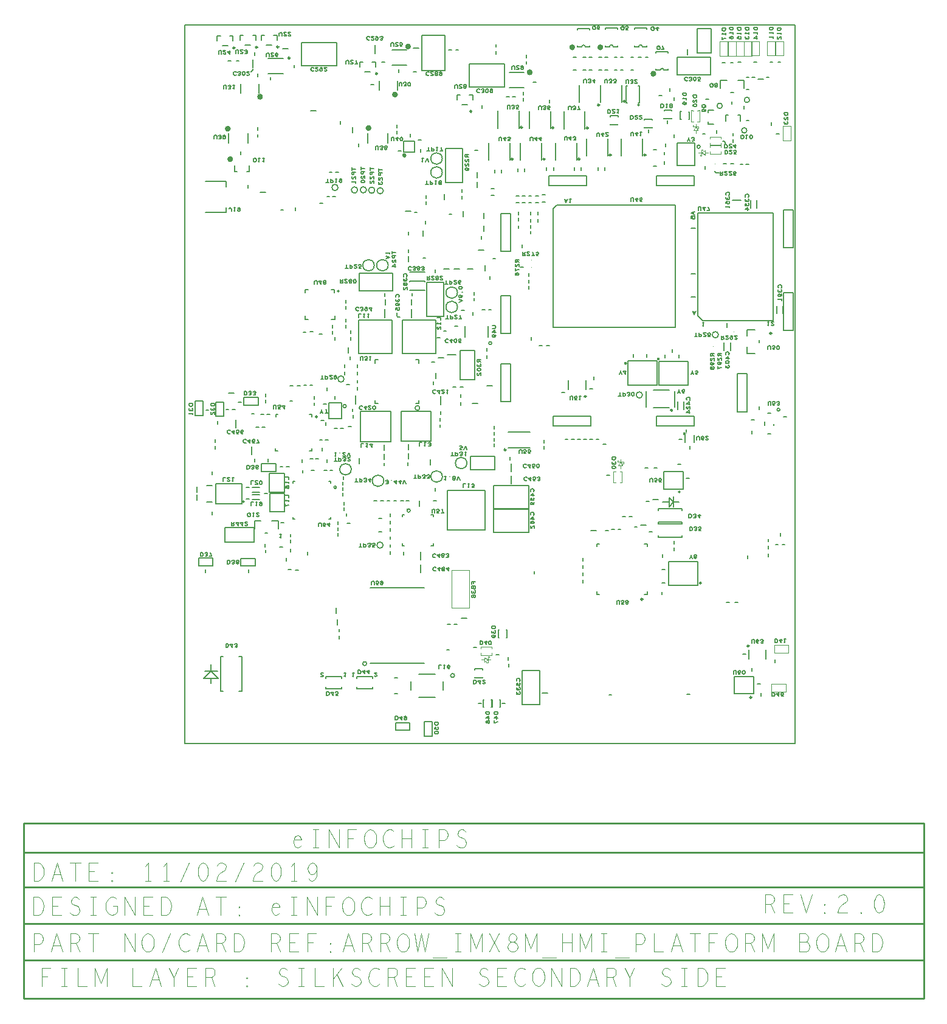
<source format=gbr>
G04 ================== begin FILE IDENTIFICATION RECORD ==================*
G04 Layout Name:  EI_ARROW_IMX8M_HMI_PLATFORM_17_00666_02.brd*
G04 Film Name:    slb.gbr*
G04 File Format:  Gerber RS274X*
G04 File Origin:  Cadence Allegro 17.2-P019*
G04 Origin Date:  Mon Feb 11 12:30:38 2019*
G04 *
G04 Layer:  DRAWING FORMAT/SLB*
G04 Layer:  DRAWING FORMAT/FILM_LABEL_OUTLINE*
G04 Layer:  PACKAGE GEOMETRY/SILKSCREEN_BOTTOM*
G04 Layer:  DRAWING FORMAT/FILM_TITLE_BLOCK*
G04 Layer:  REF DES/SILKSCREEN_BOTTOM*
G04 Layer:  BOARD GEOMETRY/OUTLINE*
G04 Layer:  BOARD GEOMETRY/SILKSCREEN_BOTTOM*
G04 *
G04 Offset:    (0.00 0.00)*
G04 Mirror:    No*
G04 Mode:      Positive*
G04 Rotation:  0*
G04 FullContactRelief:  No*
G04 UndefLineWidth:     7.00*
G04 ================== end FILE IDENTIFICATION RECORD ====================*
%FSLAX25Y25*MOIN*%
%IR0*IPPOS*OFA0.00000B0.00000*MIA0B0*SFA1.00000B1.00000*%
%ADD10C,.01*%
%ADD11C,.01575*%
%ADD12C,.003*%
%ADD13C,.004*%
%ADD14C,.007*%
%ADD15C,.005*%
%ADD16C,.006*%
%ADD17C,.008*%
%ADD18C,.00435*%
%ADD19C,.00591*%
%ADD20C,.00394*%
%ADD21C,.00827*%
G75*
%LPD*%
G75*
G36*
G01X267618Y182600D02*
G03I-818J0D01*
G37*
G36*
G01X274718Y169800D02*
G03I-818J0D01*
G37*
G36*
G01X283546Y87981D02*
G03I-817J0D01*
G37*
G36*
G01X242489Y208319D02*
G03I-818J0D01*
G37*
G36*
G01X260396Y210776D02*
G03I-818J0D01*
G37*
G54D10*
G01X-88521Y-43540D02*
Y-139740D01*
G01D02*
X386979D01*
G01X-88521Y-118740D02*
X405279D01*
G01X-88521Y-98740D02*
X405279D01*
G01X-88521Y-78740D02*
X405279D01*
G01X-88521Y-59540D02*
X405279D01*
G01X-88521Y-43540D02*
X386979D01*
G01X176061Y161000D02*
G03I-500J0D01*
G01X51400Y381700D02*
G03I-500J0D01*
G01X39800Y381500D02*
G03I-500J0D01*
G01X27400Y381200D02*
G03I-500J0D01*
G01X57600Y375600D02*
G03I-500J0D01*
G01X105500Y367100D02*
G03I-500J0D01*
G01X157300Y346400D02*
G03I-500J0D01*
G01X197392Y320283D02*
G03I-500J0D01*
G01X179908D02*
G03I-500J0D01*
G01X185000Y337650D02*
G03I-500J0D01*
G01X121051Y322289D02*
G03I-709J0D01*
G01X386179Y-139740D02*
X405279D01*
Y-43540D01*
X385879D01*
G01X309400Y53500D02*
G03I-500J0D01*
G01X220100Y190200D02*
G03I-500J0D01*
G01X251100Y79100D02*
G03I-500J0D01*
G01X310810Y25371D02*
G03I-500J0D01*
G01X321800Y224800D02*
G03I-500J0D01*
G01X252792Y322504D02*
G03I-500J0D01*
G01X221192Y337317D02*
G03I-500J0D01*
G01X233769Y322504D02*
G03I-500J0D01*
G01X202300Y337450D02*
G03I-500J0D01*
G01X241500Y351850D02*
G03I-500J0D01*
G01X227323Y349931D02*
G03I-500J0D01*
G01X216592Y320283D02*
G03I-500J0D01*
G54D20*
G01X146376Y95036D02*
Y74564D01*
X155824D01*
Y95036D01*
X146376D01*
G01X275327Y170032D02*
G03I-197J0D01*
G54D11*
G01X115988Y355600D02*
G03I-787J0D01*
G01X101488Y337300D02*
G03I-787J0D01*
G01X41988Y354400D02*
G03I-787J0D01*
G01X24288Y336900D02*
G03I-787J0D01*
G01X25600Y320200D02*
G03I-787J0D01*
G01X123163Y381949D02*
G03I-787J0D01*
G01X189844Y367778D02*
G03I-787J0D01*
G01X228588Y381500D02*
G03I-787J0D01*
G01X213188D02*
G03I-787J0D01*
G01X257688Y367000D02*
G03I-787J0D01*
G54D21*
G01X168223Y219402D02*
G03I-769J0D01*
G01X153658Y228869D02*
Y222569D01*
G01X166256Y228869D02*
Y222569D01*
G01X35137Y316650D02*
Y313439D01*
X33840D01*
G01X28560D02*
X27263D01*
Y316650D01*
G01X149476Y247097D02*
G03I-3150J0D01*
G01X149463Y239265D02*
G03I-3150J0D01*
G01X141155Y312950D02*
G03I-3150J0D01*
G01Y320550D02*
G03I-3150J0D01*
G01X142804Y326018D02*
Y307400D01*
X152394D01*
Y326018D01*
X142804D01*
G01X318599Y51461D02*
Y46539D01*
G01X210401Y194039D02*
Y198961D01*
G01X296604Y341097D02*
Y344308D01*
X297901D01*
G01X303181D02*
X304478D01*
Y341097D01*
G01X290033Y339304D02*
X286822D01*
Y340601D01*
G01Y345881D02*
Y347178D01*
X290033D01*
G01X288423Y376146D02*
X269805D01*
Y366556D01*
X288423D01*
Y376146D01*
G54D12*
G01X189950Y260900D02*
G03I-150J0D01*
G01Y264900D02*
G03I-150J0D01*
G01X290750Y317600D02*
G03I-150J0D01*
G01X293550Y217500D02*
G03I-150J0D01*
G01X289750D02*
G03I-150J0D01*
G01X301050Y225500D02*
G03I-150J0D01*
G54D13*
G01X-78492Y-132850D02*
Y-122850D01*
X-73742D01*
G01X-75492Y-127683D02*
X-78492D01*
G01X-67617Y-122850D02*
X-64617D01*
G01X-66117D02*
Y-132850D01*
G01X-67617D02*
X-64617D01*
G01X-58617Y-122850D02*
Y-132850D01*
X-53617D01*
G01X-49367D02*
Y-122850D01*
X-46117Y-131183D01*
X-42867Y-122850D01*
Y-132850D01*
G01X-28617Y-122850D02*
Y-132850D01*
X-23617D01*
G01X-19242D02*
X-16117Y-122850D01*
X-12992Y-132850D01*
G01X-14117Y-129350D02*
X-18117D01*
G01X-6117Y-132850D02*
Y-128350D01*
X-8617Y-122850D01*
G01X-3617D02*
X-6117Y-128350D01*
G01X6383Y-132850D02*
X1383D01*
Y-122850D01*
X6383D01*
G01X4383Y-127683D02*
X1383D01*
G01X11383Y-132850D02*
Y-122850D01*
X14508D01*
X15508Y-123350D01*
X16133Y-124017D01*
X16383Y-125350D01*
X16133Y-126683D01*
X15383Y-127517D01*
X14508Y-128017D01*
X11383D01*
G01X14508D02*
X16383Y-132850D01*
G01X33883Y-133183D02*
X33633Y-133017D01*
Y-132683D01*
X33883Y-132517D01*
X34133Y-132683D01*
Y-133017D01*
X33883Y-133183D01*
G01Y-128684D02*
X33633Y-128517D01*
Y-128183D01*
X33883Y-128017D01*
X34133Y-128183D01*
Y-128517D01*
X33883Y-128684D01*
G01X51258Y-131517D02*
X52258Y-132350D01*
X53383Y-132850D01*
X54383D01*
X55383Y-132350D01*
X56133Y-131517D01*
X56508Y-130350D01*
X56258Y-129184D01*
X55633Y-128183D01*
X54508Y-127517D01*
X53008Y-127183D01*
X52133Y-126517D01*
X51758Y-125350D01*
X52008Y-124183D01*
X52633Y-123350D01*
X53508Y-122850D01*
X54383D01*
X55258Y-123183D01*
X56008Y-124017D01*
G01X62383Y-122850D02*
X65383D01*
G01X63883D02*
Y-132850D01*
G01X62383D02*
X65383D01*
G01X71383Y-122850D02*
Y-132850D01*
X76383D01*
G01X81133D02*
Y-122850D01*
G01X85883D02*
X81133Y-129017D01*
G01X86633Y-132850D02*
X83258Y-126184D01*
G01X91258Y-131517D02*
X92258Y-132350D01*
X93383Y-132850D01*
X94383D01*
X95383Y-132350D01*
X96133Y-131517D01*
X96508Y-130350D01*
X96258Y-129184D01*
X95633Y-128183D01*
X94508Y-127517D01*
X93008Y-127183D01*
X92133Y-126517D01*
X91758Y-125350D01*
X92008Y-124183D01*
X92633Y-123350D01*
X93508Y-122850D01*
X94383D01*
X95258Y-123183D01*
X96008Y-124017D01*
G01X106633Y-123683D02*
X105883Y-123183D01*
X105008Y-122850D01*
X104008D01*
X102883Y-123350D01*
X102008Y-124183D01*
X101383Y-125183D01*
X100883Y-126850D01*
X100758Y-128350D01*
X101008Y-129850D01*
X101383Y-130850D01*
X102133Y-131850D01*
X103008Y-132517D01*
X103883Y-132850D01*
X104758D01*
X105633Y-132517D01*
X106383Y-132017D01*
X107008Y-131350D01*
G01X111383Y-132850D02*
Y-122850D01*
X114508D01*
X115508Y-123350D01*
X116133Y-124017D01*
X116383Y-125350D01*
X116133Y-126683D01*
X115383Y-127517D01*
X114508Y-128017D01*
X111383D01*
G01X114508D02*
X116383Y-132850D01*
G01X126383D02*
X121383D01*
Y-122850D01*
X126383D01*
G01X124383Y-127683D02*
X121383D01*
G01X136383Y-132850D02*
X131383D01*
Y-122850D01*
X136383D01*
G01X134383Y-127683D02*
X131383D01*
G01X141008Y-132850D02*
Y-122850D01*
X146758Y-132850D01*
Y-122850D01*
G01X161258Y-131517D02*
X162258Y-132350D01*
X163383Y-132850D01*
X164383D01*
X165383Y-132350D01*
X166133Y-131517D01*
X166508Y-130350D01*
X166258Y-129184D01*
X165633Y-128183D01*
X164508Y-127517D01*
X163008Y-127183D01*
X162133Y-126517D01*
X161758Y-125350D01*
X162008Y-124183D01*
X162633Y-123350D01*
X163508Y-122850D01*
X164383D01*
X165258Y-123183D01*
X166008Y-124017D01*
G01X176383Y-132850D02*
X171383D01*
Y-122850D01*
X176383D01*
G01X174383Y-127683D02*
X171383D01*
G01X186633Y-123683D02*
X185883Y-123183D01*
X185008Y-122850D01*
X184008D01*
X182883Y-123350D01*
X182008Y-124183D01*
X181383Y-125183D01*
X180883Y-126850D01*
X180758Y-128350D01*
X181008Y-129850D01*
X181383Y-130850D01*
X182133Y-131850D01*
X183008Y-132517D01*
X183883Y-132850D01*
X184758D01*
X185633Y-132517D01*
X186383Y-132017D01*
X187008Y-131350D01*
G01X193883Y-132850D02*
X192883Y-132683D01*
X192008Y-132017D01*
X191258Y-131017D01*
X190758Y-129850D01*
X190508Y-128517D01*
Y-127183D01*
X190758Y-125850D01*
X191258Y-124683D01*
X192008Y-123683D01*
X192883Y-123017D01*
X193883Y-122850D01*
X194883Y-123017D01*
X195758Y-123683D01*
X196508Y-124683D01*
X197008Y-125850D01*
X197258Y-127183D01*
Y-128517D01*
X197008Y-129850D01*
X196508Y-131017D01*
X195758Y-132017D01*
X194883Y-132683D01*
X193883Y-132850D01*
G01X201008D02*
Y-122850D01*
X206758Y-132850D01*
Y-122850D01*
G01X211133Y-132850D02*
Y-122850D01*
X213633D01*
X214633Y-123350D01*
X215383Y-124017D01*
X216008Y-125017D01*
X216508Y-126184D01*
X216633Y-127850D01*
X216508Y-129517D01*
X216008Y-130683D01*
X215383Y-131684D01*
X214633Y-132350D01*
X213633Y-132850D01*
X211133D01*
G01X220758D02*
X223883Y-122850D01*
X227008Y-132850D01*
G01X225883Y-129350D02*
X221883D01*
G01X231383Y-132850D02*
Y-122850D01*
X234508D01*
X235508Y-123350D01*
X236133Y-124017D01*
X236383Y-125350D01*
X236133Y-126683D01*
X235383Y-127517D01*
X234508Y-128017D01*
X231383D01*
G01X234508D02*
X236383Y-132850D01*
G01X243883D02*
Y-128350D01*
X241383Y-122850D01*
G01X246383D02*
X243883Y-128350D01*
G01X261258Y-131517D02*
X262258Y-132350D01*
X263383Y-132850D01*
X264383D01*
X265383Y-132350D01*
X266133Y-131517D01*
X266508Y-130350D01*
X266258Y-129184D01*
X265633Y-128183D01*
X264508Y-127517D01*
X263008Y-127183D01*
X262133Y-126517D01*
X261758Y-125350D01*
X262008Y-124183D01*
X262633Y-123350D01*
X263508Y-122850D01*
X264383D01*
X265258Y-123183D01*
X266008Y-124017D01*
G01X272383Y-122850D02*
X275383D01*
G01X273883D02*
Y-132850D01*
G01X272383D02*
X275383D01*
G01X281133D02*
Y-122850D01*
X283633D01*
X284633Y-123350D01*
X285383Y-124017D01*
X286008Y-125017D01*
X286508Y-126184D01*
X286633Y-127850D01*
X286508Y-129517D01*
X286008Y-130683D01*
X285383Y-131684D01*
X284633Y-132350D01*
X283633Y-132850D01*
X281133D01*
G01X296383D02*
X291383D01*
Y-122850D01*
X296383D01*
G01X294383Y-127683D02*
X291383D01*
G01X-82771Y-114040D02*
Y-104040D01*
X-79771D01*
X-78771Y-104540D01*
X-78021Y-105707D01*
X-77771Y-107040D01*
X-78021Y-108373D01*
X-78646Y-109373D01*
X-79771Y-109874D01*
X-82771D01*
G01X-73396Y-114040D02*
X-70271Y-104040D01*
X-67146Y-114040D01*
G01X-68271Y-110540D02*
X-72271D01*
G01X-62771Y-114040D02*
Y-104040D01*
X-59646D01*
X-58646Y-104540D01*
X-58021Y-105207D01*
X-57771Y-106540D01*
X-58021Y-107873D01*
X-58771Y-108707D01*
X-59646Y-109207D01*
X-62771D01*
G01X-59646D02*
X-57771Y-114040D01*
G01X-50271Y-104040D02*
Y-114040D01*
G01X-53146Y-104040D02*
X-47396D01*
G01X-33146Y-114040D02*
Y-104040D01*
X-27396Y-114040D01*
Y-104040D01*
G01X-20271Y-114040D02*
X-21271Y-113873D01*
X-22146Y-113207D01*
X-22896Y-112207D01*
X-23396Y-111040D01*
X-23646Y-109707D01*
Y-108373D01*
X-23396Y-107040D01*
X-22896Y-105873D01*
X-22146Y-104873D01*
X-21271Y-104207D01*
X-20271Y-104040D01*
X-19271Y-104207D01*
X-18396Y-104873D01*
X-17646Y-105873D01*
X-17146Y-107040D01*
X-16896Y-108373D01*
Y-109707D01*
X-17146Y-111040D01*
X-17646Y-112207D01*
X-18396Y-113207D01*
X-19271Y-113873D01*
X-20271Y-114040D01*
G01X-12521Y-114373D02*
X-8021Y-104040D01*
G01X2479Y-104873D02*
X1729Y-104373D01*
X854Y-104040D01*
X-146D01*
X-1271Y-104540D01*
X-2146Y-105373D01*
X-2771Y-106373D01*
X-3271Y-108040D01*
X-3396Y-109540D01*
X-3146Y-111040D01*
X-2771Y-112040D01*
X-2021Y-113040D01*
X-1146Y-113707D01*
X-271Y-114040D01*
X604D01*
X1479Y-113707D01*
X2229Y-113207D01*
X2854Y-112540D01*
G01X6604Y-114040D02*
X9729Y-104040D01*
X12854Y-114040D01*
G01X11729Y-110540D02*
X7729D01*
G01X17229Y-114040D02*
Y-104040D01*
X20354D01*
X21354Y-104540D01*
X21979Y-105207D01*
X22229Y-106540D01*
X21979Y-107873D01*
X21229Y-108707D01*
X20354Y-109207D01*
X17229D01*
G01X20354D02*
X22229Y-114040D01*
G01X26979D02*
Y-104040D01*
X29479D01*
X30479Y-104540D01*
X31229Y-105207D01*
X31854Y-106207D01*
X32354Y-107374D01*
X32479Y-109040D01*
X32354Y-110707D01*
X31854Y-111873D01*
X31229Y-112874D01*
X30479Y-113540D01*
X29479Y-114040D01*
X26979D01*
G01X47229D02*
Y-104040D01*
X50354D01*
X51354Y-104540D01*
X51979Y-105207D01*
X52229Y-106540D01*
X51979Y-107873D01*
X51229Y-108707D01*
X50354Y-109207D01*
X47229D01*
G01X50354D02*
X52229Y-114040D01*
G01X62229D02*
X57229D01*
Y-104040D01*
X62229D01*
G01X60229Y-108873D02*
X57229D01*
G01X67354Y-114040D02*
Y-104040D01*
X72104D01*
G01X70354Y-108873D02*
X67354D01*
G01X79729Y-114373D02*
X79479Y-114207D01*
Y-113873D01*
X79729Y-113707D01*
X79979Y-113873D01*
Y-114207D01*
X79729Y-114373D01*
G01Y-109874D02*
X79479Y-109707D01*
Y-109373D01*
X79729Y-109207D01*
X79979Y-109373D01*
Y-109707D01*
X79729Y-109874D01*
G01X86604Y-114040D02*
X89729Y-104040D01*
X92854Y-114040D01*
G01X91729Y-110540D02*
X87729D01*
G01X97229Y-114040D02*
Y-104040D01*
X100354D01*
X101354Y-104540D01*
X101979Y-105207D01*
X102229Y-106540D01*
X101979Y-107873D01*
X101229Y-108707D01*
X100354Y-109207D01*
X97229D01*
G01X100354D02*
X102229Y-114040D01*
G01X107229D02*
Y-104040D01*
X110354D01*
X111354Y-104540D01*
X111979Y-105207D01*
X112229Y-106540D01*
X111979Y-107873D01*
X111229Y-108707D01*
X110354Y-109207D01*
X107229D01*
G01X110354D02*
X112229Y-114040D01*
G01X119729D02*
X118729Y-113873D01*
X117854Y-113207D01*
X117104Y-112207D01*
X116604Y-111040D01*
X116354Y-109707D01*
Y-108373D01*
X116604Y-107040D01*
X117104Y-105873D01*
X117854Y-104873D01*
X118729Y-104207D01*
X119729Y-104040D01*
X120729Y-104207D01*
X121604Y-104873D01*
X122354Y-105873D01*
X122854Y-107040D01*
X123104Y-108373D01*
Y-109707D01*
X122854Y-111040D01*
X122354Y-112207D01*
X121604Y-113207D01*
X120729Y-113873D01*
X119729Y-114040D01*
G01X125979Y-104040D02*
X127729Y-114040D01*
X129729Y-104040D01*
X131729Y-114040D01*
X133479Y-104040D01*
G01X135979Y-117373D02*
X143479D01*
G01X148229Y-104040D02*
X151229D01*
G01X149729D02*
Y-114040D01*
G01X148229D02*
X151229D01*
G01X156479D02*
Y-104040D01*
X159729Y-112373D01*
X162979Y-104040D01*
Y-114040D01*
G01X167104D02*
X172354Y-104040D01*
G01X167104D02*
X172354Y-114040D01*
G01X179729D02*
X180604Y-113873D01*
X181604Y-113373D01*
X182229Y-112540D01*
X182479Y-111373D01*
X182229Y-110207D01*
X181479Y-109207D01*
X180354Y-108707D01*
X179104D01*
X178354Y-108373D01*
X177729Y-107540D01*
X177479Y-106373D01*
X177854Y-105207D01*
X178729Y-104373D01*
X179729Y-104040D01*
X180729Y-104373D01*
X181604Y-105207D01*
X181979Y-106373D01*
X181729Y-107540D01*
X181104Y-108373D01*
X180354Y-108707D01*
X179104D01*
X177979Y-109207D01*
X177229Y-110207D01*
X176979Y-111373D01*
X177229Y-112540D01*
X177854Y-113373D01*
X178854Y-113873D01*
X179729Y-114040D01*
G01X186479D02*
Y-104040D01*
X189729Y-112373D01*
X192979Y-104040D01*
Y-114040D01*
G01X195979Y-117373D02*
X203479D01*
G01X207104Y-114040D02*
Y-104040D01*
G01X212354D02*
Y-114040D01*
G01Y-109040D02*
X207104D01*
G01X216479Y-114040D02*
Y-104040D01*
X219729Y-112373D01*
X222979Y-104040D01*
Y-114040D01*
G01X228229Y-104040D02*
X231229D01*
G01X229729D02*
Y-114040D01*
G01X228229D02*
X231229D01*
G01X235979Y-117373D02*
X243479D01*
G01X247229Y-114040D02*
Y-104040D01*
X250229D01*
X251229Y-104540D01*
X251979Y-105707D01*
X252229Y-107040D01*
X251979Y-108373D01*
X251354Y-109373D01*
X250229Y-109874D01*
X247229D01*
G01X257229Y-104040D02*
Y-114040D01*
X262229D01*
G01X266604D02*
X269729Y-104040D01*
X272854Y-114040D01*
G01X271729Y-110540D02*
X267729D01*
G01X279729Y-104040D02*
Y-114040D01*
G01X276854Y-104040D02*
X282604D01*
G01X287354Y-114040D02*
Y-104040D01*
X292104D01*
G01X290354Y-108873D02*
X287354D01*
G01X299729Y-114040D02*
X298729Y-113873D01*
X297854Y-113207D01*
X297104Y-112207D01*
X296604Y-111040D01*
X296354Y-109707D01*
Y-108373D01*
X296604Y-107040D01*
X297104Y-105873D01*
X297854Y-104873D01*
X298729Y-104207D01*
X299729Y-104040D01*
X300729Y-104207D01*
X301604Y-104873D01*
X302354Y-105873D01*
X302854Y-107040D01*
X303104Y-108373D01*
Y-109707D01*
X302854Y-111040D01*
X302354Y-112207D01*
X301604Y-113207D01*
X300729Y-113873D01*
X299729Y-114040D01*
G01X307229D02*
Y-104040D01*
X310354D01*
X311354Y-104540D01*
X311979Y-105207D01*
X312229Y-106540D01*
X311979Y-107873D01*
X311229Y-108707D01*
X310354Y-109207D01*
X307229D01*
G01X310354D02*
X312229Y-114040D01*
G01X316479D02*
Y-104040D01*
X319729Y-112373D01*
X322979Y-104040D01*
Y-114040D01*
G01X340729Y-108707D02*
X341229Y-108207D01*
X341604Y-107374D01*
X341854Y-106207D01*
X341604Y-105207D01*
X341104Y-104540D01*
X340229Y-104040D01*
X336854D01*
Y-114040D01*
X340979D01*
X341854Y-113373D01*
X342354Y-112373D01*
X342604Y-111207D01*
X342354Y-110040D01*
X341604Y-109040D01*
X340729Y-108707D01*
X336854D01*
G01X349729Y-114040D02*
X348729Y-113873D01*
X347854Y-113207D01*
X347104Y-112207D01*
X346604Y-111040D01*
X346354Y-109707D01*
Y-108373D01*
X346604Y-107040D01*
X347104Y-105873D01*
X347854Y-104873D01*
X348729Y-104207D01*
X349729Y-104040D01*
X350729Y-104207D01*
X351604Y-104873D01*
X352354Y-105873D01*
X352854Y-107040D01*
X353104Y-108373D01*
Y-109707D01*
X352854Y-111040D01*
X352354Y-112207D01*
X351604Y-113207D01*
X350729Y-113873D01*
X349729Y-114040D01*
G01X356604D02*
X359729Y-104040D01*
X362854Y-114040D01*
G01X361729Y-110540D02*
X357729D01*
G01X367229Y-114040D02*
Y-104040D01*
X370354D01*
X371354Y-104540D01*
X371979Y-105207D01*
X372229Y-106540D01*
X371979Y-107873D01*
X371229Y-108707D01*
X370354Y-109207D01*
X367229D01*
G01X370354D02*
X372229Y-114040D01*
G01X376979D02*
Y-104040D01*
X379479D01*
X380479Y-104540D01*
X381229Y-105207D01*
X381854Y-106207D01*
X382354Y-107374D01*
X382479Y-109040D01*
X382354Y-110707D01*
X381854Y-111873D01*
X381229Y-112874D01*
X380479Y-113540D01*
X379479Y-114040D01*
X376979D01*
G01X-83021Y-94040D02*
Y-84040D01*
X-80521D01*
X-79521Y-84540D01*
X-78771Y-85207D01*
X-78146Y-86207D01*
X-77646Y-87374D01*
X-77521Y-89040D01*
X-77646Y-90707D01*
X-78146Y-91873D01*
X-78771Y-92874D01*
X-79521Y-93540D01*
X-80521Y-94040D01*
X-83021D01*
G01X-67771D02*
X-72771D01*
Y-84040D01*
X-67771D01*
G01X-69771Y-88873D02*
X-72771D01*
G01X-62896Y-92707D02*
X-61896Y-93540D01*
X-60771Y-94040D01*
X-59771D01*
X-58771Y-93540D01*
X-58021Y-92707D01*
X-57646Y-91540D01*
X-57896Y-90374D01*
X-58521Y-89373D01*
X-59646Y-88707D01*
X-61146Y-88373D01*
X-62021Y-87707D01*
X-62396Y-86540D01*
X-62146Y-85373D01*
X-61521Y-84540D01*
X-60646Y-84040D01*
X-59771D01*
X-58896Y-84373D01*
X-58146Y-85207D01*
G01X-51771Y-84040D02*
X-48771D01*
G01X-50271D02*
Y-94040D01*
G01X-51771D02*
X-48771D01*
G01X-39521Y-89040D02*
X-37021D01*
Y-92040D01*
X-37771Y-93040D01*
X-38646Y-93707D01*
X-39896Y-94040D01*
X-41146Y-93707D01*
X-42021Y-93040D01*
X-42771Y-92040D01*
X-43271Y-90873D01*
X-43521Y-89540D01*
Y-88373D01*
X-43271Y-87374D01*
X-42771Y-86207D01*
X-42021Y-85207D01*
X-41271Y-84540D01*
X-40271Y-84040D01*
X-39396D01*
X-38396Y-84373D01*
X-37646Y-85040D01*
G01X-33146Y-94040D02*
Y-84040D01*
X-27396Y-94040D01*
Y-84040D01*
G01X-17771Y-94040D02*
X-22771D01*
Y-84040D01*
X-17771D01*
G01X-19771Y-88873D02*
X-22771D01*
G01X-13021Y-94040D02*
Y-84040D01*
X-10521D01*
X-9521Y-84540D01*
X-8771Y-85207D01*
X-8146Y-86207D01*
X-7646Y-87374D01*
X-7521Y-89040D01*
X-7646Y-90707D01*
X-8146Y-91873D01*
X-8771Y-92874D01*
X-9521Y-93540D01*
X-10521Y-94040D01*
X-13021D01*
G01X6604D02*
X9729Y-84040D01*
X12854Y-94040D01*
G01X11729Y-90540D02*
X7729D01*
G01X19729Y-84040D02*
Y-94040D01*
G01X16854Y-84040D02*
X22604D01*
G01X29729Y-94373D02*
X29479Y-94207D01*
Y-93873D01*
X29729Y-93707D01*
X29979Y-93873D01*
Y-94207D01*
X29729Y-94373D01*
G01Y-89874D02*
X29479Y-89707D01*
Y-89373D01*
X29729Y-89207D01*
X29979Y-89373D01*
Y-89707D01*
X29729Y-89874D01*
G01X47854Y-89540D02*
X51854D01*
X51479Y-88373D01*
X50854Y-87707D01*
X49979Y-87374D01*
X49104Y-87540D01*
X48354Y-88040D01*
X47854Y-89207D01*
X47604Y-90207D01*
Y-91207D01*
X47854Y-92207D01*
X48479Y-93207D01*
X49229Y-93873D01*
X50104Y-94040D01*
X50979Y-93707D01*
X51854Y-92707D01*
G01X58229Y-84040D02*
X61229D01*
G01X59729D02*
Y-94040D01*
G01X58229D02*
X61229D01*
G01X66854D02*
Y-84040D01*
X72604Y-94040D01*
Y-84040D01*
G01X77354Y-94040D02*
Y-84040D01*
X82104D01*
G01X80354Y-88873D02*
X77354D01*
G01X89729Y-94040D02*
X88729Y-93873D01*
X87854Y-93207D01*
X87104Y-92207D01*
X86604Y-91040D01*
X86354Y-89707D01*
Y-88373D01*
X86604Y-87040D01*
X87104Y-85873D01*
X87854Y-84873D01*
X88729Y-84207D01*
X89729Y-84040D01*
X90729Y-84207D01*
X91604Y-84873D01*
X92354Y-85873D01*
X92854Y-87040D01*
X93104Y-88373D01*
Y-89707D01*
X92854Y-91040D01*
X92354Y-92207D01*
X91604Y-93207D01*
X90729Y-93873D01*
X89729Y-94040D01*
G01X102479Y-84873D02*
X101729Y-84373D01*
X100854Y-84040D01*
X99854D01*
X98729Y-84540D01*
X97854Y-85373D01*
X97229Y-86373D01*
X96729Y-88040D01*
X96604Y-89540D01*
X96854Y-91040D01*
X97229Y-92040D01*
X97979Y-93040D01*
X98854Y-93707D01*
X99729Y-94040D01*
X100604D01*
X101479Y-93707D01*
X102229Y-93207D01*
X102854Y-92540D01*
G01X107104Y-94040D02*
Y-84040D01*
G01X112354D02*
Y-94040D01*
G01Y-89040D02*
X107104D01*
G01X118229Y-84040D02*
X121229D01*
G01X119729D02*
Y-94040D01*
G01X118229D02*
X121229D01*
G01X127229D02*
Y-84040D01*
X130229D01*
X131229Y-84540D01*
X131979Y-85707D01*
X132229Y-87040D01*
X131979Y-88373D01*
X131354Y-89373D01*
X130229Y-89874D01*
X127229D01*
G01X137104Y-92707D02*
X138104Y-93540D01*
X139229Y-94040D01*
X140229D01*
X141229Y-93540D01*
X141979Y-92707D01*
X142354Y-91540D01*
X142104Y-90374D01*
X141479Y-89373D01*
X140354Y-88707D01*
X138854Y-88373D01*
X137979Y-87707D01*
X137604Y-86540D01*
X137854Y-85373D01*
X138479Y-84540D01*
X139354Y-84040D01*
X140229D01*
X141104Y-84373D01*
X141854Y-85207D01*
G01X-82850Y-75234D02*
Y-65234D01*
X-80350D01*
X-79350Y-65734D01*
X-78600Y-66401D01*
X-77975Y-67401D01*
X-77475Y-68568D01*
X-77350Y-70234D01*
X-77475Y-71901D01*
X-77975Y-73067D01*
X-78600Y-74068D01*
X-79350Y-74734D01*
X-80350Y-75234D01*
X-82850D01*
G01X-73225D02*
X-70100Y-65234D01*
X-66975Y-75234D01*
G01X-68100Y-71734D02*
X-72100D01*
G01X-60100Y-65234D02*
Y-75234D01*
G01X-62975Y-65234D02*
X-57225D01*
G01X-47600Y-75234D02*
X-52600D01*
Y-65234D01*
X-47600D01*
G01X-49600Y-70067D02*
X-52600D01*
G01X-40100Y-75567D02*
X-40350Y-75401D01*
Y-75067D01*
X-40100Y-74901D01*
X-39850Y-75067D01*
Y-75401D01*
X-40100Y-75567D01*
G01Y-71068D02*
X-40350Y-70901D01*
Y-70567D01*
X-40100Y-70401D01*
X-39850Y-70567D01*
Y-70901D01*
X-40100Y-71068D01*
G01X-20100Y-75234D02*
Y-65234D01*
X-21600Y-67234D01*
G01Y-75234D02*
X-18600D01*
G01X-10100D02*
Y-65234D01*
X-11600Y-67234D01*
G01Y-75234D02*
X-8600D01*
G01X-2350Y-75567D02*
X2150Y-65234D01*
G01X9900D02*
X8900Y-65567D01*
X8150Y-66401D01*
X7650Y-67401D01*
X7275Y-68734D01*
X7150Y-70234D01*
X7275Y-71734D01*
X7650Y-73067D01*
X8150Y-74068D01*
X8900Y-74901D01*
X9900Y-75234D01*
X10900Y-74901D01*
X11650Y-74068D01*
X12150Y-73067D01*
X12525Y-71734D01*
X12650Y-70234D01*
X12525Y-68734D01*
X12150Y-67401D01*
X11650Y-66401D01*
X10900Y-65567D01*
X9900Y-65234D01*
G01X17525Y-66901D02*
X18275Y-65901D01*
X19150Y-65401D01*
X20150Y-65234D01*
X21400Y-65567D01*
X22275Y-66401D01*
X22525Y-67401D01*
X22400Y-68401D01*
X21900Y-69234D01*
X19400Y-70901D01*
X18275Y-72067D01*
X17525Y-73734D01*
X17275Y-75234D01*
X22525D01*
G01X27650Y-75567D02*
X32150Y-65234D01*
G01X37525Y-66901D02*
X38275Y-65901D01*
X39150Y-65401D01*
X40150Y-65234D01*
X41400Y-65567D01*
X42275Y-66401D01*
X42525Y-67401D01*
X42400Y-68401D01*
X41900Y-69234D01*
X39400Y-70901D01*
X38275Y-72067D01*
X37525Y-73734D01*
X37275Y-75234D01*
X42525D01*
G01X49900Y-65234D02*
X48900Y-65567D01*
X48150Y-66401D01*
X47650Y-67401D01*
X47275Y-68734D01*
X47150Y-70234D01*
X47275Y-71734D01*
X47650Y-73067D01*
X48150Y-74068D01*
X48900Y-74901D01*
X49900Y-75234D01*
X50900Y-74901D01*
X51650Y-74068D01*
X52150Y-73067D01*
X52525Y-71734D01*
X52650Y-70234D01*
X52525Y-68734D01*
X52150Y-67401D01*
X51650Y-66401D01*
X50900Y-65567D01*
X49900Y-65234D01*
G01X59900Y-75234D02*
Y-65234D01*
X58400Y-67234D01*
G01Y-75234D02*
X61400D01*
G01X67775Y-74068D02*
X68650Y-74901D01*
X69650Y-75234D01*
X70650Y-74901D01*
X71525Y-73901D01*
X72150Y-72401D01*
X72400Y-70901D01*
Y-69067D01*
X72150Y-67567D01*
X71525Y-66234D01*
X70775Y-65567D01*
X69900Y-65234D01*
X68900Y-65567D01*
X68150Y-66234D01*
X67650Y-67234D01*
X67400Y-68568D01*
X67650Y-69734D01*
X68275Y-70901D01*
X69025Y-71568D01*
X69900Y-71734D01*
X70900Y-71401D01*
X71650Y-70567D01*
X72400Y-69067D01*
G01X59804Y-52540D02*
X63804D01*
X63429Y-51373D01*
X62804Y-50707D01*
X61929Y-50374D01*
X61054Y-50540D01*
X60304Y-51040D01*
X59804Y-52207D01*
X59554Y-53207D01*
Y-54207D01*
X59804Y-55207D01*
X60429Y-56207D01*
X61179Y-56873D01*
X62054Y-57040D01*
X62929Y-56707D01*
X63804Y-55707D01*
G01X70179Y-47040D02*
X73179D01*
G01X71679D02*
Y-57040D01*
G01X70179D02*
X73179D01*
G01X78804D02*
Y-47040D01*
X84554Y-57040D01*
Y-47040D01*
G01X89304Y-57040D02*
Y-47040D01*
X94054D01*
G01X92304Y-51873D02*
X89304D01*
G01X101679Y-57040D02*
X100679Y-56873D01*
X99804Y-56207D01*
X99054Y-55207D01*
X98554Y-54040D01*
X98304Y-52707D01*
Y-51373D01*
X98554Y-50040D01*
X99054Y-48873D01*
X99804Y-47873D01*
X100679Y-47207D01*
X101679Y-47040D01*
X102679Y-47207D01*
X103554Y-47873D01*
X104304Y-48873D01*
X104804Y-50040D01*
X105054Y-51373D01*
Y-52707D01*
X104804Y-54040D01*
X104304Y-55207D01*
X103554Y-56207D01*
X102679Y-56873D01*
X101679Y-57040D01*
G01X114429Y-47873D02*
X113679Y-47373D01*
X112804Y-47040D01*
X111804D01*
X110679Y-47540D01*
X109804Y-48373D01*
X109179Y-49373D01*
X108679Y-51040D01*
X108554Y-52540D01*
X108804Y-54040D01*
X109179Y-55040D01*
X109929Y-56040D01*
X110804Y-56707D01*
X111679Y-57040D01*
X112554D01*
X113429Y-56707D01*
X114179Y-56207D01*
X114804Y-55540D01*
G01X119054Y-57040D02*
Y-47040D01*
G01X124304D02*
Y-57040D01*
G01Y-52040D02*
X119054D01*
G01X130179Y-47040D02*
X133179D01*
G01X131679D02*
Y-57040D01*
G01X130179D02*
X133179D01*
G01X139179D02*
Y-47040D01*
X142179D01*
X143179Y-47540D01*
X143929Y-48707D01*
X144179Y-50040D01*
X143929Y-51373D01*
X143304Y-52373D01*
X142179Y-52874D01*
X139179D01*
G01X149054Y-55707D02*
X150054Y-56540D01*
X151179Y-57040D01*
X152179D01*
X153179Y-56540D01*
X153929Y-55707D01*
X154304Y-54540D01*
X154054Y-53374D01*
X153429Y-52373D01*
X152304Y-51707D01*
X150804Y-51373D01*
X149929Y-50707D01*
X149554Y-49540D01*
X149804Y-48373D01*
X150429Y-47540D01*
X151304Y-47040D01*
X152179D01*
X153054Y-47373D01*
X153804Y-48207D01*
G01X318200Y-92634D02*
Y-82634D01*
X321325D01*
X322325Y-83134D01*
X322950Y-83801D01*
X323200Y-85134D01*
X322950Y-86467D01*
X322200Y-87301D01*
X321325Y-87801D01*
X318200D01*
G01X321325D02*
X323200Y-92634D01*
G01X333200D02*
X328200D01*
Y-82634D01*
X333200D01*
G01X331200Y-87467D02*
X328200D01*
G01X337575Y-82634D02*
X340700Y-92634D01*
X343825Y-82634D01*
G01X350700Y-92967D02*
X350450Y-92801D01*
Y-92467D01*
X350700Y-92301D01*
X350950Y-92467D01*
Y-92801D01*
X350700Y-92967D01*
G01Y-88468D02*
X350450Y-88301D01*
Y-87967D01*
X350700Y-87801D01*
X350950Y-87967D01*
Y-88301D01*
X350700Y-88468D01*
G01X358325Y-84301D02*
X359075Y-83301D01*
X359950Y-82801D01*
X360950Y-82634D01*
X362200Y-82967D01*
X363075Y-83801D01*
X363325Y-84801D01*
X363200Y-85801D01*
X362700Y-86634D01*
X360200Y-88301D01*
X359075Y-89467D01*
X358325Y-91134D01*
X358075Y-92634D01*
X363325D01*
G01X370700Y-92967D02*
X370450Y-92801D01*
Y-92467D01*
X370700Y-92301D01*
X370950Y-92467D01*
Y-92801D01*
X370700Y-92967D01*
G01X380700Y-82634D02*
X379700Y-82967D01*
X378950Y-83801D01*
X378450Y-84801D01*
X378075Y-86134D01*
X377950Y-87634D01*
X378075Y-89134D01*
X378450Y-90467D01*
X378950Y-91468D01*
X379700Y-92301D01*
X380700Y-92634D01*
X381700Y-92301D01*
X382450Y-91468D01*
X382950Y-90467D01*
X383325Y-89134D01*
X383450Y-87634D01*
X383325Y-86134D01*
X382950Y-84801D01*
X382450Y-83801D01*
X381700Y-82967D01*
X380700Y-82634D01*
G54D14*
G01X0Y0D02*
Y393701D01*
X334646D01*
Y0D01*
X0D01*
G54D15*
G01X110067Y143934D02*
X110267Y144167D01*
X110533Y144301D01*
X110833Y144334D01*
X111100Y144301D01*
X111367Y144134D01*
X111533Y143934D01*
X111567Y143734D01*
X111500Y143501D01*
X111267Y143334D01*
X111033Y143267D01*
X110733D01*
G01X111033D02*
X111233Y143167D01*
X111400Y143001D01*
X111467Y142801D01*
X111400Y142601D01*
X111233Y142434D01*
X110933Y142334D01*
X110633Y142367D01*
X110333Y142501D01*
G01X113200Y144401D02*
X113133Y144367D01*
Y144301D01*
X113200Y144267D01*
X113267Y144301D01*
Y144367D01*
X113200Y144401D01*
G01X116000Y144334D02*
Y142334D01*
X114767Y143767D01*
X116433D01*
G01X118400Y144334D02*
Y142334D01*
X117167Y143767D01*
X118833D01*
G01X119567Y142334D02*
X120400Y144334D01*
X121233Y142334D01*
G01X82600Y159367D02*
Y157367D01*
X82200Y157767D01*
G01Y159367D02*
X83000D01*
G01X85000Y159434D02*
X84933Y159400D01*
Y159334D01*
X85000Y159300D01*
X85067Y159334D01*
Y159400D01*
X85000Y159434D01*
G01X86767Y157700D02*
X86967Y157500D01*
X87200Y157400D01*
X87467Y157367D01*
X87800Y157434D01*
X88033Y157600D01*
X88100Y157800D01*
X88067Y158000D01*
X87933Y158167D01*
X87267Y158500D01*
X86967Y158734D01*
X86767Y159067D01*
X86700Y159367D01*
X88100D01*
G01X88967Y157367D02*
X89800Y159367D01*
X90633Y157367D01*
G01X142800Y146467D02*
Y144467D01*
X142400Y144867D01*
G01Y146467D02*
X143200D01*
G01X145200Y146534D02*
X145133Y146500D01*
Y146434D01*
X145200Y146400D01*
X145267Y146434D01*
Y146500D01*
X145200Y146534D01*
G01X147600Y146467D02*
X147833Y146434D01*
X148100Y146334D01*
X148267Y146167D01*
X148333Y145934D01*
X148267Y145700D01*
X148067Y145500D01*
X147767Y145400D01*
X147433D01*
X147233Y145334D01*
X147067Y145167D01*
X147000Y144934D01*
X147100Y144700D01*
X147333Y144534D01*
X147600Y144467D01*
X147867Y144534D01*
X148100Y144700D01*
X148200Y144934D01*
X148133Y145167D01*
X147967Y145334D01*
X147767Y145400D01*
X147433D01*
X147133Y145500D01*
X146933Y145700D01*
X146867Y145934D01*
X146933Y146167D01*
X147100Y146334D01*
X147367Y146434D01*
X147600Y146467D01*
G01X149167Y144467D02*
X150000Y146467D01*
X150833Y144467D01*
G01X150667Y162933D02*
X150867Y163100D01*
X151100Y163200D01*
X151400Y163233D01*
X151700Y163166D01*
X151933Y163033D01*
X152100Y162800D01*
X152133Y162533D01*
X152067Y162266D01*
X151900Y162100D01*
X151667Y161966D01*
X151433Y161933D01*
X151200Y161966D01*
X150900Y162100D01*
X151000Y161233D01*
X151900D01*
G01X152967D02*
X153800Y163233D01*
X154633Y161233D01*
G01X92400Y38800D02*
Y36800D01*
X92000Y37200D01*
G01Y38800D02*
X92800D01*
G01X87800Y38700D02*
Y36700D01*
X87400Y37100D01*
G01Y38700D02*
X88200D01*
G01X103967Y37233D02*
X104167Y37033D01*
X104400Y36933D01*
X104667Y36900D01*
X105000Y36967D01*
X105233Y37133D01*
X105300Y37333D01*
X105267Y37533D01*
X105133Y37700D01*
X104467Y38033D01*
X104167Y38267D01*
X103967Y38600D01*
X103900Y38900D01*
X105300D01*
G01X74567Y37033D02*
X74767Y36833D01*
X75000Y36733D01*
X75267Y36700D01*
X75600Y36767D01*
X75833Y36933D01*
X75900Y37133D01*
X75867Y37333D01*
X75733Y37500D01*
X75067Y37833D01*
X74767Y38067D01*
X74567Y38400D01*
X74500Y38700D01*
X75900D01*
G01X147875Y37300D02*
G03I-1075J0D01*
G01X52498Y114623D02*
Y112623D01*
X52098Y113023D01*
G01Y114623D02*
X52898D01*
G01X35194Y126337D02*
X34927Y126304D01*
X34694Y126170D01*
X34494Y125970D01*
X34361Y125737D01*
X34294Y125470D01*
Y125204D01*
X34361Y124937D01*
X34494Y124704D01*
X34694Y124504D01*
X34927Y124370D01*
X35194Y124337D01*
X35461Y124370D01*
X35694Y124504D01*
X35894Y124704D01*
X36027Y124937D01*
X36094Y125204D01*
Y125470D01*
X36027Y125737D01*
X35894Y125970D01*
X35694Y126170D01*
X35461Y126304D01*
X35194Y126337D01*
G01X35461Y125804D02*
X35861Y126337D01*
G01X37594D02*
Y124337D01*
X37194Y124737D01*
G01Y126337D02*
X37994D01*
G01X39361Y124670D02*
X39561Y124470D01*
X39794Y124370D01*
X40061Y124337D01*
X40394Y124404D01*
X40627Y124570D01*
X40694Y124770D01*
X40661Y124970D01*
X40527Y125137D01*
X39861Y125470D01*
X39561Y125704D01*
X39361Y126037D01*
X39294Y126337D01*
X40694D01*
G01X51140Y117721D02*
Y122021D01*
X47640D01*
G01X41640D02*
X38140D01*
Y117721D01*
G01X45380Y115271D02*
X43900D01*
G01X96167Y210000D02*
Y211433D01*
X96300Y211733D01*
X96567Y211933D01*
X96900Y212000D01*
X97233Y211933D01*
X97500Y211733D01*
X97633Y211433D01*
Y210000D01*
G01X98567Y211700D02*
X98767Y211867D01*
X99000Y211967D01*
X99300Y212000D01*
X99600Y211933D01*
X99833Y211800D01*
X100000Y211567D01*
X100033Y211300D01*
X99967Y211033D01*
X99800Y210867D01*
X99567Y210733D01*
X99333Y210700D01*
X99100Y210733D01*
X98800Y210867D01*
X98900Y210000D01*
X99800D01*
G01X101700Y212000D02*
Y210000D01*
X101300Y210400D01*
G01Y212000D02*
X102100D01*
G01X128737Y183900D02*
G03I-1237J0D01*
G01X105941Y186300D02*
X104200D01*
G01X128200D02*
X126459D01*
G01X104200D02*
Y188041D01*
G01X128200D02*
Y186300D01*
G01X102417Y87100D02*
Y88533D01*
X102550Y88833D01*
X102817Y89033D01*
X103150Y89100D01*
X103483Y89033D01*
X103750Y88833D01*
X103883Y88533D01*
Y87100D01*
G01X104817Y88800D02*
X105017Y88967D01*
X105250Y89067D01*
X105550Y89100D01*
X105850Y89033D01*
X106083Y88900D01*
X106250Y88667D01*
X106283Y88400D01*
X106217Y88133D01*
X106050Y87967D01*
X105817Y87833D01*
X105583Y87800D01*
X105350Y87833D01*
X105050Y87967D01*
X105150Y87100D01*
X106050D01*
G01X107383Y88867D02*
X107617Y89033D01*
X107883Y89100D01*
X108150Y89033D01*
X108383Y88833D01*
X108550Y88533D01*
X108617Y88233D01*
Y87867D01*
X108550Y87567D01*
X108383Y87300D01*
X108183Y87167D01*
X107950Y87100D01*
X107683Y87167D01*
X107483Y87300D01*
X107350Y87500D01*
X107283Y87767D01*
X107350Y88000D01*
X107517Y88233D01*
X107717Y88367D01*
X107950Y88400D01*
X108217Y88333D01*
X108417Y88167D01*
X108617Y87867D01*
G01X99664Y43857D02*
G03I-1075J0D01*
G01X101686Y85487D02*
X131214D01*
G01Y44113D02*
X101686D01*
G01X22467Y54900D02*
Y52900D01*
X23133D01*
X23400Y53000D01*
X23600Y53133D01*
X23767Y53333D01*
X23900Y53567D01*
X23933Y53900D01*
X23900Y54233D01*
X23767Y54467D01*
X23600Y54667D01*
X23400Y54800D01*
X23133Y54900D01*
X22467D01*
G01X26000D02*
Y52900D01*
X24767Y54333D01*
X26433D01*
G01X27267Y54500D02*
X27467Y54733D01*
X27733Y54867D01*
X28033Y54900D01*
X28300Y54867D01*
X28567Y54700D01*
X28733Y54500D01*
X28767Y54300D01*
X28700Y54067D01*
X28467Y53900D01*
X28233Y53833D01*
X27933D01*
G01X28233D02*
X28433Y53733D01*
X28600Y53567D01*
X28667Y53367D01*
X28600Y53167D01*
X28433Y53000D01*
X28133Y52900D01*
X27833Y52933D01*
X27533Y53067D01*
G01X29731Y47649D02*
X31306D01*
Y28751D01*
X29731D01*
G01X21069D02*
X19494D01*
Y47649D01*
X21069D01*
G01X18424Y35606D02*
X17724D01*
G01X14324Y39706D02*
X18424Y35606D01*
G01X10224D02*
X14324Y39706D01*
G01X17824D02*
X10924D01*
G01X14324Y35606D02*
Y32906D01*
G01Y39706D02*
Y43506D01*
G01X17724Y35606D02*
X10224D01*
G01X23331Y100509D02*
Y98509D01*
X23997D01*
X24264Y98609D01*
X24464Y98742D01*
X24631Y98942D01*
X24764Y99176D01*
X24797Y99509D01*
X24764Y99842D01*
X24631Y100076D01*
X24464Y100276D01*
X24264Y100409D01*
X23997Y100509D01*
X23331D01*
G01X25731Y100109D02*
X25931Y100342D01*
X26197Y100476D01*
X26497Y100509D01*
X26764Y100476D01*
X27031Y100309D01*
X27197Y100109D01*
X27231Y99909D01*
X27164Y99676D01*
X26931Y99509D01*
X26697Y99442D01*
X26397D01*
G01X26697D02*
X26897Y99342D01*
X27064Y99176D01*
X27131Y98976D01*
X27064Y98776D01*
X26897Y98609D01*
X26597Y98509D01*
X26297Y98542D01*
X25997Y98676D01*
G01X28864Y100509D02*
X29097Y100476D01*
X29364Y100376D01*
X29531Y100209D01*
X29597Y99976D01*
X29531Y99742D01*
X29331Y99542D01*
X29031Y99442D01*
X28697D01*
X28497Y99376D01*
X28331Y99209D01*
X28264Y98976D01*
X28364Y98742D01*
X28597Y98576D01*
X28864Y98509D01*
X29131Y98576D01*
X29364Y98742D01*
X29464Y98976D01*
X29397Y99209D01*
X29231Y99376D01*
X29031Y99442D01*
X28697D01*
X28397Y99542D01*
X28197Y99742D01*
X28131Y99976D01*
X28197Y100209D01*
X28364Y100376D01*
X28631Y100476D01*
X28864Y100509D01*
G01X38637Y101565D02*
X30763D01*
Y97235D01*
X38637D01*
Y101565D01*
G01X8531Y104709D02*
Y102709D01*
X9197D01*
X9464Y102809D01*
X9664Y102942D01*
X9831Y103142D01*
X9964Y103376D01*
X9997Y103709D01*
X9964Y104042D01*
X9831Y104276D01*
X9664Y104476D01*
X9464Y104609D01*
X9197Y104709D01*
X8531D01*
G01X10931Y104309D02*
X11131Y104542D01*
X11397Y104676D01*
X11697Y104709D01*
X11964Y104676D01*
X12231Y104509D01*
X12397Y104309D01*
X12431Y104109D01*
X12364Y103876D01*
X12131Y103709D01*
X11897Y103642D01*
X11597D01*
G01X11897D02*
X12097Y103542D01*
X12264Y103376D01*
X12331Y103176D01*
X12264Y102976D01*
X12097Y102809D01*
X11797Y102709D01*
X11497Y102742D01*
X11197Y102876D01*
G01X13997Y104709D02*
X14064Y104276D01*
X14164Y103909D01*
X14297Y103576D01*
X14464Y103209D01*
X14731Y102709D01*
X13397D01*
G01X15337Y101665D02*
X7463D01*
Y97335D01*
X15337D01*
Y101665D01*
G01X34031Y152509D02*
Y150509D01*
X34697D01*
X34964Y150609D01*
X35164Y150742D01*
X35331Y150942D01*
X35464Y151176D01*
X35497Y151509D01*
X35464Y151842D01*
X35331Y152076D01*
X35164Y152276D01*
X34964Y152409D01*
X34697Y152509D01*
X34031D01*
G01X36431Y152109D02*
X36631Y152342D01*
X36897Y152476D01*
X37197Y152509D01*
X37464Y152476D01*
X37731Y152309D01*
X37897Y152109D01*
X37931Y151909D01*
X37864Y151676D01*
X37631Y151509D01*
X37397Y151442D01*
X37097D01*
G01X37397D02*
X37597Y151342D01*
X37764Y151176D01*
X37831Y150976D01*
X37764Y150776D01*
X37597Y150609D01*
X37297Y150509D01*
X36997Y150542D01*
X36697Y150676D01*
G01X38931Y151676D02*
X39164Y151442D01*
X39364Y151309D01*
X39631Y151242D01*
X39864Y151309D01*
X40031Y151442D01*
X40164Y151642D01*
X40197Y151876D01*
X40164Y152076D01*
X40031Y152276D01*
X39831Y152442D01*
X39597Y152509D01*
X39331Y152442D01*
X39097Y152242D01*
X38964Y151942D01*
X38931Y151609D01*
X38997Y151176D01*
X39097Y150942D01*
X39264Y150709D01*
X39497Y150542D01*
X39731Y150509D01*
X39964Y150576D01*
X40131Y150742D01*
G01X49837Y153365D02*
X41963D01*
Y149035D01*
X49837D01*
Y153365D01*
G01X16209Y186469D02*
X14209D01*
Y185803D01*
X14309Y185536D01*
X14442Y185336D01*
X14642Y185169D01*
X14876Y185036D01*
X15209Y185003D01*
X15542Y185036D01*
X15776Y185169D01*
X15976Y185336D01*
X16109Y185536D01*
X16209Y185803D01*
Y186469D01*
G01X15809Y184069D02*
X16042Y183869D01*
X16176Y183603D01*
X16209Y183303D01*
X16176Y183036D01*
X16009Y182769D01*
X15809Y182603D01*
X15609Y182569D01*
X15376Y182636D01*
X15209Y182869D01*
X15142Y183103D01*
Y183403D01*
G01Y183103D02*
X15042Y182903D01*
X14876Y182736D01*
X14676Y182669D01*
X14476Y182736D01*
X14309Y182903D01*
X14209Y183203D01*
X14242Y183503D01*
X14376Y183803D01*
G01X14542Y181569D02*
X14342Y181369D01*
X14242Y181136D01*
X14209Y180869D01*
X14276Y180536D01*
X14442Y180303D01*
X14642Y180236D01*
X14842Y180269D01*
X15009Y180403D01*
X15342Y181069D01*
X15576Y181369D01*
X15909Y181569D01*
X16209Y181636D01*
Y180236D01*
G01X17035Y187137D02*
Y179263D01*
X21365D01*
Y187137D01*
X17035D01*
G01X32531Y193009D02*
Y191009D01*
X33197D01*
X33464Y191109D01*
X33664Y191242D01*
X33831Y191442D01*
X33964Y191676D01*
X33997Y192009D01*
X33964Y192342D01*
X33831Y192576D01*
X33664Y192776D01*
X33464Y192909D01*
X33197Y193009D01*
X32531D01*
G01X34931Y192609D02*
X35131Y192842D01*
X35397Y192976D01*
X35697Y193009D01*
X35964Y192976D01*
X36231Y192809D01*
X36397Y192609D01*
X36431Y192409D01*
X36364Y192176D01*
X36131Y192009D01*
X35897Y191942D01*
X35597D01*
G01X35897D02*
X36097Y191842D01*
X36264Y191676D01*
X36331Y191476D01*
X36264Y191276D01*
X36097Y191109D01*
X35797Y191009D01*
X35497Y191042D01*
X35197Y191176D01*
G01X37331Y192609D02*
X37531Y192842D01*
X37797Y192976D01*
X38097Y193009D01*
X38364Y192976D01*
X38631Y192809D01*
X38797Y192609D01*
X38831Y192409D01*
X38764Y192176D01*
X38531Y192009D01*
X38297Y191942D01*
X37997D01*
G01X38297D02*
X38497Y191842D01*
X38664Y191676D01*
X38731Y191476D01*
X38664Y191276D01*
X38497Y191109D01*
X38197Y191009D01*
X37897Y191042D01*
X37597Y191176D01*
G01X32363Y185335D02*
X40237D01*
Y189665D01*
X32363D01*
Y185335D01*
G01X4327Y186238D02*
X2327D01*
Y185572D01*
X2427Y185305D01*
X2560Y185105D01*
X2760Y184938D01*
X2994Y184805D01*
X3327Y184772D01*
X3660Y184805D01*
X3894Y184938D01*
X4094Y185105D01*
X4227Y185305D01*
X4327Y185572D01*
Y186238D01*
G01X3927Y183838D02*
X4160Y183638D01*
X4294Y183372D01*
X4327Y183072D01*
X4294Y182805D01*
X4127Y182538D01*
X3927Y182372D01*
X3727Y182338D01*
X3494Y182405D01*
X3327Y182638D01*
X3260Y182872D01*
Y183172D01*
G01Y182872D02*
X3160Y182672D01*
X2994Y182505D01*
X2794Y182438D01*
X2594Y182505D01*
X2427Y182672D01*
X2327Y182972D01*
X2360Y183272D01*
X2494Y183572D01*
G01X4327Y180705D02*
X2327D01*
X2727Y181105D01*
G01X4327D02*
Y180305D01*
G01X5517Y187668D02*
Y179794D01*
X9847D01*
Y187668D01*
X5517D01*
G01X115431Y15009D02*
Y13009D01*
X116097D01*
X116364Y13109D01*
X116564Y13242D01*
X116731Y13442D01*
X116864Y13676D01*
X116897Y14009D01*
X116864Y14342D01*
X116731Y14576D01*
X116564Y14776D01*
X116364Y14909D01*
X116097Y15009D01*
X115431D01*
G01X118964D02*
Y13009D01*
X117731Y14442D01*
X119397D01*
G01X120397Y14776D02*
X120631Y14942D01*
X120897Y15009D01*
X121164Y14942D01*
X121397Y14742D01*
X121564Y14442D01*
X121631Y14142D01*
Y13776D01*
X121564Y13476D01*
X121397Y13209D01*
X121197Y13076D01*
X120964Y13009D01*
X120697Y13076D01*
X120497Y13209D01*
X120364Y13409D01*
X120297Y13676D01*
X120364Y13909D01*
X120531Y14142D01*
X120731Y14276D01*
X120964Y14309D01*
X121231Y14242D01*
X121431Y14076D01*
X121631Y13776D01*
G01X115463Y7235D02*
X123337D01*
Y11565D01*
X115463D01*
Y7235D01*
G01X138900Y11633D02*
X136900D01*
Y10967D01*
X137000Y10700D01*
X137133Y10500D01*
X137333Y10333D01*
X137567Y10200D01*
X137900Y10167D01*
X138233Y10200D01*
X138467Y10333D01*
X138667Y10500D01*
X138800Y10700D01*
X138900Y10967D01*
Y11633D01*
G01X138600Y9233D02*
X138767Y9033D01*
X138867Y8800D01*
X138900Y8500D01*
X138833Y8200D01*
X138700Y7967D01*
X138467Y7800D01*
X138200Y7767D01*
X137933Y7833D01*
X137767Y8000D01*
X137633Y8233D01*
X137600Y8467D01*
X137633Y8700D01*
X137767Y9000D01*
X136900Y8900D01*
Y8000D01*
G01Y6100D02*
X136967Y6367D01*
X137133Y6567D01*
X137333Y6700D01*
X137600Y6800D01*
X137900Y6833D01*
X138200Y6800D01*
X138467Y6700D01*
X138667Y6567D01*
X138833Y6367D01*
X138900Y6100D01*
X138833Y5833D01*
X138667Y5633D01*
X138467Y5500D01*
X138200Y5400D01*
X137900Y5367D01*
X137600Y5400D01*
X137333Y5500D01*
X137133Y5633D01*
X136967Y5833D01*
X136900Y6100D01*
G01X131235Y12037D02*
Y4163D01*
X135565D01*
Y12037D01*
X131235D01*
G01X162119Y150010D02*
X169993D01*
Y157490D01*
X156607D01*
Y150010D01*
X162119D01*
G01X96295Y107863D02*
Y109863D01*
G01X95528Y107863D02*
X97062D01*
G01X98028Y109863D02*
Y107863D01*
X98828D01*
X99095Y107963D01*
X99295Y108196D01*
X99362Y108463D01*
X99295Y108730D01*
X99128Y108930D01*
X98828Y109030D01*
X98028D01*
G01X100362Y109463D02*
X100562Y109696D01*
X100828Y109830D01*
X101128Y109863D01*
X101395Y109830D01*
X101662Y109663D01*
X101828Y109463D01*
X101862Y109263D01*
X101795Y109030D01*
X101562Y108863D01*
X101328Y108796D01*
X101028D01*
G01X101328D02*
X101528Y108696D01*
X101695Y108530D01*
X101762Y108330D01*
X101695Y108130D01*
X101528Y107963D01*
X101228Y107863D01*
X100928Y107896D01*
X100628Y108030D01*
G01X102762Y109563D02*
X102962Y109730D01*
X103195Y109830D01*
X103495Y109863D01*
X103795Y109796D01*
X104028Y109663D01*
X104195Y109430D01*
X104228Y109163D01*
X104162Y108896D01*
X103995Y108730D01*
X103762Y108596D01*
X103528Y108563D01*
X103295Y108596D01*
X102995Y108730D01*
X103095Y107863D01*
X103995D01*
G01X108693Y108800D02*
G03I-1693J0D01*
G01X75295Y199790D02*
Y201790D01*
G01X74528Y199790D02*
X76062D01*
G01X77028Y201790D02*
Y199790D01*
X77828D01*
X78095Y199890D01*
X78295Y200123D01*
X78362Y200390D01*
X78295Y200657D01*
X78128Y200857D01*
X77828Y200957D01*
X77028D01*
G01X79462Y200123D02*
X79662Y199923D01*
X79895Y199823D01*
X80162Y199790D01*
X80495Y199857D01*
X80728Y200023D01*
X80795Y200223D01*
X80762Y200423D01*
X80628Y200590D01*
X79962Y200923D01*
X79662Y201157D01*
X79462Y201490D01*
X79395Y201790D01*
X80795D01*
G01X81928Y201557D02*
X82162Y201723D01*
X82428Y201790D01*
X82695Y201723D01*
X82928Y201523D01*
X83095Y201223D01*
X83162Y200923D01*
Y200557D01*
X83095Y200257D01*
X82928Y199990D01*
X82728Y199857D01*
X82495Y199790D01*
X82228Y199857D01*
X82028Y199990D01*
X81895Y200190D01*
X81828Y200457D01*
X81895Y200690D01*
X82062Y200923D01*
X82262Y201057D01*
X82495Y201090D01*
X82762Y201023D01*
X82962Y200857D01*
X83162Y200557D01*
G01X94100Y143435D02*
Y145435D01*
G01X93333Y143435D02*
X94867D01*
G01X95833Y145435D02*
Y143435D01*
X96633D01*
X96900Y143535D01*
X97100Y143768D01*
X97167Y144035D01*
X97100Y144302D01*
X96933Y144502D01*
X96633Y144602D01*
X95833D01*
G01X98167Y145035D02*
X98367Y145268D01*
X98633Y145402D01*
X98933Y145435D01*
X99200Y145402D01*
X99467Y145235D01*
X99633Y145035D01*
X99667Y144835D01*
X99600Y144602D01*
X99367Y144435D01*
X99133Y144368D01*
X98833D01*
G01X99133D02*
X99333Y144268D01*
X99500Y144102D01*
X99567Y143902D01*
X99500Y143702D01*
X99333Y143535D01*
X99033Y143435D01*
X98733Y143468D01*
X98433Y143602D01*
G01X101700Y145435D02*
Y143435D01*
X100467Y144868D01*
X102133D01*
G01X109050Y144000D02*
G03I-3150J0D01*
G01X82700Y154889D02*
Y156889D01*
G01X81933Y154889D02*
X83467D01*
G01X84433Y156889D02*
Y154889D01*
X85233D01*
X85500Y154989D01*
X85700Y155222D01*
X85767Y155489D01*
X85700Y155756D01*
X85533Y155956D01*
X85233Y156056D01*
X84433D01*
G01X86767Y156489D02*
X86967Y156722D01*
X87233Y156856D01*
X87533Y156889D01*
X87800Y156856D01*
X88067Y156689D01*
X88233Y156489D01*
X88267Y156289D01*
X88200Y156056D01*
X87967Y155889D01*
X87733Y155822D01*
X87433D01*
G01X87733D02*
X87933Y155722D01*
X88100Y155556D01*
X88167Y155356D01*
X88100Y155156D01*
X87933Y154989D01*
X87633Y154889D01*
X87333Y154922D01*
X87033Y155056D01*
G01X89267Y155222D02*
X89467Y155022D01*
X89700Y154922D01*
X89967Y154889D01*
X90300Y154956D01*
X90533Y155122D01*
X90600Y155322D01*
X90567Y155522D01*
X90433Y155689D01*
X89767Y156022D01*
X89467Y156256D01*
X89267Y156589D01*
X89200Y156889D01*
X90600D01*
G01X91250Y150300D02*
G03I-3150J0D01*
G01X126253Y145285D02*
Y147285D01*
G01X125486Y145285D02*
X127020D01*
G01X127986Y147285D02*
Y145285D01*
X128786D01*
X129053Y145385D01*
X129253Y145618D01*
X129320Y145885D01*
X129253Y146152D01*
X129086Y146352D01*
X128786Y146452D01*
X127986D01*
G01X130320Y146885D02*
X130520Y147118D01*
X130786Y147252D01*
X131086Y147285D01*
X131353Y147252D01*
X131620Y147085D01*
X131786Y146885D01*
X131820Y146685D01*
X131753Y146452D01*
X131520Y146285D01*
X131286Y146218D01*
X130986D01*
G01X131286D02*
X131486Y146118D01*
X131653Y145952D01*
X131720Y145752D01*
X131653Y145552D01*
X131486Y145385D01*
X131186Y145285D01*
X130886Y145318D01*
X130586Y145452D01*
G01X132720Y146885D02*
X132920Y147118D01*
X133186Y147252D01*
X133486Y147285D01*
X133753Y147252D01*
X134020Y147085D01*
X134186Y146885D01*
X134220Y146685D01*
X134153Y146452D01*
X133920Y146285D01*
X133686Y146218D01*
X133386D01*
G01X133686D02*
X133886Y146118D01*
X134053Y145952D01*
X134120Y145752D01*
X134053Y145552D01*
X133886Y145385D01*
X133586Y145285D01*
X133286Y145318D01*
X132986Y145452D01*
G01X141200Y146347D02*
G03I-3150J0D01*
G01X146704Y157842D02*
Y159842D01*
G01X145937Y157842D02*
X147471D01*
G01X148437Y159842D02*
Y157842D01*
X149237D01*
X149504Y157942D01*
X149704Y158175D01*
X149771Y158442D01*
X149704Y158709D01*
X149537Y158909D01*
X149237Y159009D01*
X148437D01*
G01X150771Y159442D02*
X150971Y159675D01*
X151237Y159809D01*
X151537Y159842D01*
X151804Y159809D01*
X152071Y159642D01*
X152237Y159442D01*
X152271Y159242D01*
X152204Y159009D01*
X151971Y158842D01*
X151737Y158775D01*
X151437D01*
G01X151737D02*
X151937Y158675D01*
X152104Y158509D01*
X152171Y158309D01*
X152104Y158109D01*
X151937Y157942D01*
X151637Y157842D01*
X151337Y157875D01*
X151037Y158009D01*
G01X153904Y159842D02*
Y157842D01*
X153504Y158242D01*
G01Y159842D02*
X154304D01*
G01X154657Y153696D02*
G03I-3150J0D01*
G01X96758Y162509D02*
Y164509D01*
X98092D01*
G01X99825D02*
Y162509D01*
X99425Y162909D01*
G01Y164509D02*
X100225D01*
G01X102625D02*
Y162509D01*
X101392Y163942D01*
X103058D01*
G01X96356Y181987D02*
X112892D01*
Y165451D01*
X96356D01*
G01Y181987D02*
Y165451D01*
G01X128662Y163009D02*
Y165009D01*
X129996D01*
G01X131729D02*
Y163009D01*
X131329Y163409D01*
G01Y165009D02*
X132129D01*
G01X133396Y164609D02*
X133596Y164842D01*
X133862Y164976D01*
X134162Y165009D01*
X134429Y164976D01*
X134696Y164809D01*
X134862Y164609D01*
X134896Y164409D01*
X134829Y164176D01*
X134596Y164009D01*
X134362Y163942D01*
X134062D01*
G01X134362D02*
X134562Y163842D01*
X134729Y163676D01*
X134796Y163476D01*
X134729Y163276D01*
X134562Y163109D01*
X134262Y163009D01*
X133962Y163042D01*
X133662Y163176D01*
G01X118556Y182191D02*
X135092D01*
Y165655D01*
X118556D01*
G01Y182191D02*
Y165655D01*
G01X119298Y213645D02*
Y231975D01*
X137628D01*
Y213645D01*
X119298D01*
G01X95398Y213845D02*
Y232175D01*
X113728D01*
Y213845D01*
X95398D01*
G01X152514Y140278D02*
Y142278D01*
X153848D01*
G01X155581D02*
Y140278D01*
X155181Y140678D01*
G01Y142278D02*
X155981D01*
G01X157248Y141978D02*
X157448Y142145D01*
X157681Y142245D01*
X157981Y142278D01*
X158281Y142211D01*
X158514Y142078D01*
X158681Y141845D01*
X158714Y141578D01*
X158648Y141311D01*
X158481Y141145D01*
X158248Y141011D01*
X158014Y140978D01*
X157781Y141011D01*
X157481Y141145D01*
X157581Y140278D01*
X158481D01*
G01X143906Y138587D02*
X164694D01*
Y117013D01*
X143906D01*
Y138587D01*
G01X189667Y125267D02*
X189567Y125467D01*
X189500Y125700D01*
Y125967D01*
X189600Y126267D01*
X189767Y126500D01*
X189967Y126667D01*
X190300Y126800D01*
X190600Y126833D01*
X190900Y126767D01*
X191100Y126667D01*
X191300Y126467D01*
X191433Y126233D01*
X191500Y126000D01*
Y125767D01*
X191433Y125533D01*
X191333Y125333D01*
X191200Y125167D01*
G01X191500Y123200D02*
X189500D01*
X190933Y124433D01*
Y122767D01*
G01X190667Y121833D02*
X190433Y121600D01*
X190300Y121400D01*
X190233Y121133D01*
X190300Y120900D01*
X190433Y120733D01*
X190633Y120600D01*
X190867Y120567D01*
X191067Y120600D01*
X191267Y120733D01*
X191433Y120933D01*
X191500Y121167D01*
X191433Y121433D01*
X191233Y121667D01*
X190933Y121800D01*
X190600Y121833D01*
X190167Y121767D01*
X189933Y121667D01*
X189700Y121500D01*
X189533Y121267D01*
X189500Y121033D01*
X189567Y120800D01*
X189733Y120633D01*
G01X189833Y119433D02*
X189633Y119233D01*
X189533Y119000D01*
X189500Y118733D01*
X189567Y118400D01*
X189733Y118167D01*
X189933Y118100D01*
X190133Y118133D01*
X190300Y118267D01*
X190633Y118933D01*
X190867Y119233D01*
X191200Y119433D01*
X191500Y119500D01*
Y118100D01*
G01X169200Y128300D02*
X188600D01*
Y115700D01*
X169200D01*
Y128300D01*
G01X189617Y138067D02*
X189517Y138267D01*
X189450Y138500D01*
Y138767D01*
X189550Y139067D01*
X189717Y139300D01*
X189917Y139467D01*
X190250Y139600D01*
X190550Y139633D01*
X190850Y139567D01*
X191050Y139467D01*
X191250Y139267D01*
X191383Y139033D01*
X191450Y138800D01*
Y138567D01*
X191383Y138333D01*
X191283Y138133D01*
X191150Y137967D01*
G01X191450Y136000D02*
X189450D01*
X190883Y137233D01*
Y135567D01*
G01X191150Y134733D02*
X191317Y134533D01*
X191417Y134300D01*
X191450Y134000D01*
X191383Y133700D01*
X191250Y133467D01*
X191017Y133300D01*
X190750Y133267D01*
X190483Y133333D01*
X190317Y133500D01*
X190183Y133733D01*
X190150Y133967D01*
X190183Y134200D01*
X190317Y134500D01*
X189450Y134400D01*
Y133500D01*
G01X191217Y132167D02*
X191383Y131933D01*
X191450Y131667D01*
X191383Y131400D01*
X191183Y131167D01*
X190883Y131000D01*
X190583Y130933D01*
X190217D01*
X189917Y131000D01*
X189650Y131167D01*
X189517Y131367D01*
X189450Y131600D01*
X189517Y131867D01*
X189650Y132067D01*
X189850Y132200D01*
X190117Y132267D01*
X190350Y132200D01*
X190583Y132033D01*
X190717Y131833D01*
X190750Y131600D01*
X190683Y131333D01*
X190517Y131133D01*
X190217Y130933D01*
G01X169200Y141250D02*
X188600D01*
Y128650D01*
X169200D01*
Y141250D01*
G01X177500Y42200D02*
Y43800D01*
G01X177300Y45700D02*
Y47300D01*
G01X27600Y183000D02*
X26000D01*
G01X38300Y156100D02*
Y154500D01*
G01X162651Y22196D02*
X161051D01*
G01X175651D02*
X174051D01*
G01X112600Y105500D02*
Y103900D01*
G01Y126000D02*
Y124400D01*
G01X44400Y188300D02*
Y186700D01*
G01X34800Y95400D02*
Y93800D01*
G01X11400Y95500D02*
Y93900D01*
G01X82400Y190400D02*
Y188800D01*
G01X78000Y154100D02*
Y155700D01*
G01X58100Y106600D02*
Y105000D01*
G01X91161Y173872D02*
X89561D01*
G01X140098Y173259D02*
Y174859D01*
G01X137800Y133000D02*
X136200D01*
G01X158300Y52700D02*
X159900D01*
G01X169665Y170751D02*
Y169151D01*
G01X169687Y172363D02*
Y173963D01*
G01X151324Y187133D02*
Y185533D01*
G01X58100Y113300D02*
Y114900D01*
G01X67235Y103509D02*
Y105109D01*
G01X112600Y109200D02*
Y107600D01*
G01X92098Y181919D02*
Y183519D01*
G01X170700Y48900D02*
X172300D01*
G01X140128Y182101D02*
Y180501D01*
G01X145077Y51405D02*
X143477D01*
G01X44400Y190000D02*
Y191600D01*
G01X76177Y177205D02*
X74577D01*
G01X16600Y161400D02*
Y163000D01*
G01Y165200D02*
Y166800D01*
G01X13100Y182900D02*
X11500D01*
G01X17900Y175200D02*
Y176800D01*
G01X77400Y174400D02*
Y176000D01*
G01X70045Y196400D02*
X68445D01*
G01X66745D02*
X65145D01*
G01X119800Y133100D02*
X118200D01*
G01X112600Y113501D02*
Y111901D01*
G01X106399Y116000D02*
X107999D01*
G01X112400Y133200D02*
X110800D01*
G01X55500Y101600D02*
Y100000D01*
G01X105300Y133200D02*
X103700D01*
G01X107300D02*
X108900D01*
G01X62152Y95217D02*
X60552D01*
G01X169700Y164283D02*
Y162683D01*
G01Y167483D02*
Y165883D01*
G01X71700Y156100D02*
X73300D01*
G01X120000Y103529D02*
Y105129D01*
G01X59371Y196200D02*
X57771D01*
G01X81929Y172800D02*
X83529D01*
G01X86871D02*
X85271D01*
G01X61629Y196200D02*
X63229D01*
G01X29400Y187100D02*
X31000D01*
G01X64700Y148300D02*
Y149900D01*
G01X88700Y124600D02*
Y126200D01*
G01X86700Y135800D02*
Y137400D01*
G01X87200Y130700D02*
Y132300D01*
G01X87400Y127800D02*
Y129400D01*
G01X122508Y163917D02*
Y160917D01*
G01X109318Y160803D02*
Y163803D01*
G01X128500Y133200D02*
Y130200D01*
G01X122476Y159047D02*
Y156047D01*
G01X109350Y155873D02*
Y158873D01*
G01X27100Y192000D02*
X24100D01*
G01X154636Y68882D02*
X151636D01*
G01X134672Y155755D02*
Y152755D01*
G01X95681Y153476D02*
Y156476D01*
G01X157633Y186416D02*
X160633D01*
G01X11950Y141550D02*
X14950D01*
G01X11950Y132550D02*
X14950D01*
G01X6600Y140839D02*
Y137839D01*
G01Y136239D02*
Y133239D01*
G01X64400Y155700D02*
Y154100D01*
G01X106300Y123300D02*
X107900D01*
G01X53600Y107700D02*
X52000D01*
G01X112600Y122000D02*
Y120400D01*
G01Y116400D02*
Y118000D01*
G01X56605Y95247D02*
X58205D01*
G01X22500Y183000D02*
X24100D01*
G01X45700Y156100D02*
Y154500D01*
G01X77700Y186200D02*
X76100D01*
G01X75400Y166300D02*
X73800D01*
G01X42413Y173305D02*
X44013D01*
G01X71100Y186900D02*
Y185300D01*
G01X43200Y180500D02*
X41600D01*
G01X75400Y160400D02*
Y162000D01*
G01X122228Y154161D02*
Y152561D01*
G01X109298Y152259D02*
Y153859D01*
G01X38900Y173300D02*
X40500D01*
G01X92178Y180019D02*
Y178419D01*
G01X140048Y176801D02*
Y178401D01*
G01X58100Y111800D02*
Y110200D01*
G01X137200Y140000D02*
Y138400D01*
G01X123001Y133100D02*
X121401D01*
G01X116100D02*
X114500D01*
G01X71100Y190300D02*
Y188700D01*
G01X46567Y180500D02*
X44967D01*
G01X78600Y166300D02*
X77000D01*
G01X70200Y156100D02*
X68600D01*
G01X57499Y187900D02*
X59099D01*
G01X38100Y180600D02*
X36500D01*
G01X77964Y195134D02*
Y193534D01*
G01X35200Y140368D02*
X33600D01*
G01X35200Y134000D02*
X33600D01*
G01X15100Y126941D02*
Y125341D01*
G01Y147359D02*
Y148959D01*
G01X77800Y149700D02*
X76200D01*
G01X84100Y115300D02*
Y113700D01*
G01X43700Y137200D02*
X45300D01*
G01X84100Y120000D02*
Y121600D01*
G01X86700Y138800D02*
Y140400D01*
G01Y141800D02*
Y143400D01*
G01X84100Y116900D02*
Y118500D01*
G01X55563Y151700D02*
X57163D01*
G01X86800Y144700D02*
Y146300D01*
G01X81100Y149600D02*
X79500D01*
G01X71000Y149800D02*
X69400D01*
G01X53737Y151700D02*
X52137D01*
G01X182002Y34264D02*
X181902Y34464D01*
X181835Y34697D01*
Y34964D01*
X181935Y35264D01*
X182102Y35497D01*
X182302Y35664D01*
X182635Y35797D01*
X182935Y35830D01*
X183235Y35764D01*
X183435Y35664D01*
X183635Y35464D01*
X183768Y35230D01*
X183835Y34997D01*
Y34764D01*
X183768Y34530D01*
X183668Y34330D01*
X183535Y34164D01*
G01Y33330D02*
X183702Y33130D01*
X183802Y32897D01*
X183835Y32597D01*
X183768Y32297D01*
X183635Y32064D01*
X183402Y31897D01*
X183135Y31864D01*
X182868Y31930D01*
X182702Y32097D01*
X182568Y32330D01*
X182535Y32564D01*
X182568Y32797D01*
X182702Y33097D01*
X181835Y32997D01*
Y32097D01*
G01X183435Y30930D02*
X183668Y30730D01*
X183802Y30464D01*
X183835Y30164D01*
X183802Y29897D01*
X183635Y29630D01*
X183435Y29464D01*
X183235Y29430D01*
X183002Y29497D01*
X182835Y29730D01*
X182768Y29964D01*
Y30264D01*
G01Y29964D02*
X182668Y29764D01*
X182502Y29597D01*
X182302Y29530D01*
X182102Y29597D01*
X181935Y29764D01*
X181835Y30064D01*
X181868Y30364D01*
X182002Y30664D01*
G01X183435Y28530D02*
X183668Y28330D01*
X183802Y28064D01*
X183835Y27764D01*
X183802Y27497D01*
X183635Y27230D01*
X183435Y27064D01*
X183235Y27030D01*
X183002Y27097D01*
X182835Y27330D01*
X182768Y27564D01*
Y27864D01*
G01Y27564D02*
X182668Y27364D01*
X182502Y27197D01*
X182302Y27130D01*
X182102Y27197D01*
X181935Y27364D01*
X181835Y27664D01*
X181868Y27964D01*
X182002Y28264D01*
G01X194495Y21391D02*
Y40009D01*
X184905D01*
Y21391D01*
X194495D01*
G01X97300Y183244D02*
X97100Y183144D01*
X96867Y183077D01*
X96600D01*
X96300Y183177D01*
X96067Y183344D01*
X95900Y183544D01*
X95767Y183877D01*
X95734Y184177D01*
X95800Y184477D01*
X95900Y184677D01*
X96100Y184877D01*
X96334Y185010D01*
X96567Y185077D01*
X96800D01*
X97034Y185010D01*
X97234Y184910D01*
X97400Y184777D01*
G01X99367Y185077D02*
Y183077D01*
X98134Y184510D01*
X99800D01*
G01X100734Y183410D02*
X100934Y183210D01*
X101167Y183110D01*
X101434Y183077D01*
X101767Y183144D01*
X102000Y183310D01*
X102067Y183510D01*
X102034Y183710D01*
X101900Y183877D01*
X101234Y184210D01*
X100934Y184444D01*
X100734Y184777D01*
X100667Y185077D01*
X102067D01*
G01X103767Y183077D02*
X103500Y183144D01*
X103300Y183310D01*
X103167Y183510D01*
X103067Y183777D01*
X103034Y184077D01*
X103067Y184377D01*
X103167Y184644D01*
X103300Y184844D01*
X103500Y185010D01*
X103767Y185077D01*
X104034Y185010D01*
X104234Y184844D01*
X104367Y184644D01*
X104467Y184377D01*
X104500Y184077D01*
X104467Y183777D01*
X104367Y183510D01*
X104234Y183310D01*
X104034Y183144D01*
X103767Y183077D01*
G01X93467Y190627D02*
Y186127D01*
G01X137374Y192064D02*
X137174Y191964D01*
X136941Y191897D01*
X136674D01*
X136374Y191997D01*
X136141Y192164D01*
X135974Y192364D01*
X135841Y192697D01*
X135808Y192997D01*
X135874Y193297D01*
X135974Y193497D01*
X136174Y193697D01*
X136408Y193830D01*
X136641Y193897D01*
X136874D01*
X137108Y193830D01*
X137308Y193730D01*
X137474Y193597D01*
G01X139441Y193897D02*
Y191897D01*
X138208Y193330D01*
X139874D01*
G01X140808Y192230D02*
X141008Y192030D01*
X141241Y191930D01*
X141508Y191897D01*
X141841Y191964D01*
X142074Y192130D01*
X142141Y192330D01*
X142108Y192530D01*
X141974Y192697D01*
X141308Y193030D01*
X141008Y193264D01*
X140808Y193597D01*
X140741Y193897D01*
X142141D01*
G01X143841D02*
Y191897D01*
X143441Y192297D01*
G01Y193897D02*
X144241D01*
G01X140359Y185853D02*
Y190353D01*
G01X24833Y169967D02*
X24633Y169867D01*
X24400Y169800D01*
X24133D01*
X23833Y169900D01*
X23600Y170067D01*
X23433Y170267D01*
X23300Y170600D01*
X23267Y170900D01*
X23333Y171200D01*
X23433Y171400D01*
X23633Y171600D01*
X23867Y171733D01*
X24100Y171800D01*
X24333D01*
X24567Y171733D01*
X24767Y171633D01*
X24933Y171500D01*
G01X26900Y171800D02*
Y169800D01*
X25667Y171233D01*
X27333D01*
G01X28167Y171500D02*
X28367Y171667D01*
X28600Y171767D01*
X28900Y171800D01*
X29200Y171733D01*
X29433Y171600D01*
X29600Y171367D01*
X29633Y171100D01*
X29567Y170833D01*
X29400Y170667D01*
X29167Y170533D01*
X28933Y170500D01*
X28700Y170533D01*
X28400Y170667D01*
X28500Y169800D01*
X29400D01*
G01X30667Y170967D02*
X30900Y170733D01*
X31100Y170600D01*
X31367Y170533D01*
X31600Y170600D01*
X31767Y170733D01*
X31900Y170933D01*
X31933Y171167D01*
X31900Y171367D01*
X31767Y171567D01*
X31567Y171733D01*
X31333Y171800D01*
X31067Y171733D01*
X30833Y171533D01*
X30700Y171233D01*
X30667Y170900D01*
X30733Y170467D01*
X30833Y170233D01*
X31000Y170000D01*
X31233Y169833D01*
X31467Y169800D01*
X31700Y169867D01*
X31867Y170033D01*
G01X28100Y177450D02*
Y172950D01*
G01X33593Y164817D02*
X33393Y164717D01*
X33160Y164650D01*
X32893D01*
X32593Y164750D01*
X32360Y164917D01*
X32193Y165117D01*
X32060Y165450D01*
X32027Y165750D01*
X32093Y166050D01*
X32193Y166250D01*
X32393Y166450D01*
X32627Y166583D01*
X32860Y166650D01*
X33093D01*
X33327Y166583D01*
X33527Y166483D01*
X33693Y166350D01*
G01X35660Y166650D02*
Y164650D01*
X34427Y166083D01*
X36093D01*
G01X37027Y165817D02*
X37260Y165583D01*
X37460Y165450D01*
X37727Y165383D01*
X37960Y165450D01*
X38127Y165583D01*
X38260Y165783D01*
X38293Y166017D01*
X38260Y166217D01*
X38127Y166417D01*
X37927Y166583D01*
X37693Y166650D01*
X37427Y166583D01*
X37193Y166383D01*
X37060Y166083D01*
X37027Y165750D01*
X37093Y165317D01*
X37193Y165083D01*
X37360Y164850D01*
X37593Y164683D01*
X37827Y164650D01*
X38060Y164717D01*
X38227Y164883D01*
G01X39993Y166650D02*
X40060Y166217D01*
X40160Y165850D01*
X40293Y165517D01*
X40460Y165150D01*
X40727Y164650D01*
X39393D01*
G01X36440Y158300D02*
Y162800D01*
G01X137433Y102217D02*
X137233Y102117D01*
X137000Y102050D01*
X136733D01*
X136433Y102150D01*
X136200Y102317D01*
X136033Y102517D01*
X135900Y102850D01*
X135867Y103150D01*
X135933Y103450D01*
X136033Y103650D01*
X136233Y103850D01*
X136467Y103983D01*
X136700Y104050D01*
X136933D01*
X137167Y103983D01*
X137367Y103883D01*
X137533Y103750D01*
G01X139500Y104050D02*
Y102050D01*
X138267Y103483D01*
X139933D01*
G01X141500Y104050D02*
X141733Y104017D01*
X142000Y103917D01*
X142167Y103750D01*
X142233Y103517D01*
X142167Y103283D01*
X141967Y103083D01*
X141667Y102983D01*
X141333D01*
X141133Y102917D01*
X140967Y102750D01*
X140900Y102517D01*
X141000Y102283D01*
X141233Y102117D01*
X141500Y102050D01*
X141767Y102117D01*
X142000Y102283D01*
X142100Y102517D01*
X142033Y102750D01*
X141867Y102917D01*
X141667Y102983D01*
X141333D01*
X141033Y103083D01*
X140833Y103283D01*
X140767Y103517D01*
X140833Y103750D01*
X141000Y103917D01*
X141267Y104017D01*
X141500Y104050D01*
G01X143167Y103650D02*
X143367Y103883D01*
X143633Y104017D01*
X143933Y104050D01*
X144200Y104017D01*
X144467Y103850D01*
X144633Y103650D01*
X144667Y103450D01*
X144600Y103217D01*
X144367Y103050D01*
X144133Y102983D01*
X143833D01*
G01X144133D02*
X144333Y102883D01*
X144500Y102717D01*
X144567Y102517D01*
X144500Y102317D01*
X144333Y102150D01*
X144033Y102050D01*
X143733Y102083D01*
X143433Y102217D01*
G01X129200Y105100D02*
Y100600D01*
G01X137633Y94817D02*
X137433Y94717D01*
X137200Y94650D01*
X136933D01*
X136633Y94750D01*
X136400Y94917D01*
X136233Y95117D01*
X136100Y95450D01*
X136067Y95750D01*
X136133Y96050D01*
X136233Y96250D01*
X136433Y96450D01*
X136667Y96583D01*
X136900Y96650D01*
X137133D01*
X137367Y96583D01*
X137567Y96483D01*
X137733Y96350D01*
G01X139700Y96650D02*
Y94650D01*
X138467Y96083D01*
X140133D01*
G01X141700Y96650D02*
X141933Y96617D01*
X142200Y96517D01*
X142367Y96350D01*
X142433Y96117D01*
X142367Y95883D01*
X142167Y95683D01*
X141867Y95583D01*
X141533D01*
X141333Y95517D01*
X141167Y95350D01*
X141100Y95117D01*
X141200Y94883D01*
X141433Y94717D01*
X141700Y94650D01*
X141967Y94717D01*
X142200Y94883D01*
X142300Y95117D01*
X142233Y95350D01*
X142067Y95517D01*
X141867Y95583D01*
X141533D01*
X141233Y95683D01*
X141033Y95883D01*
X140967Y96117D01*
X141033Y96350D01*
X141200Y96517D01*
X141467Y96617D01*
X141700Y96650D01*
G01X144500D02*
Y94650D01*
X143267Y96083D01*
X144933D01*
G01X129200Y98100D02*
Y93600D01*
G01X187133Y151367D02*
X186933Y151267D01*
X186700Y151200D01*
X186433D01*
X186133Y151300D01*
X185900Y151467D01*
X185733Y151667D01*
X185600Y152000D01*
X185567Y152300D01*
X185633Y152600D01*
X185733Y152800D01*
X185933Y153000D01*
X186167Y153133D01*
X186400Y153200D01*
X186633D01*
X186867Y153133D01*
X187067Y153033D01*
X187233Y152900D01*
G01X189200Y153200D02*
Y151200D01*
X187967Y152633D01*
X189633D01*
G01X190467Y152900D02*
X190667Y153067D01*
X190900Y153167D01*
X191200Y153200D01*
X191500Y153133D01*
X191733Y153000D01*
X191900Y152767D01*
X191933Y152500D01*
X191867Y152233D01*
X191700Y152067D01*
X191467Y151933D01*
X191233Y151900D01*
X191000Y151933D01*
X190700Y152067D01*
X190800Y151200D01*
X191700D01*
G01X193600D02*
X193333Y151267D01*
X193133Y151433D01*
X193000Y151633D01*
X192900Y151900D01*
X192867Y152200D01*
X192900Y152500D01*
X193000Y152767D01*
X193133Y152967D01*
X193333Y153133D01*
X193600Y153200D01*
X193867Y153133D01*
X194067Y152967D01*
X194200Y152767D01*
X194300Y152500D01*
X194333Y152200D01*
X194300Y151900D01*
X194200Y151633D01*
X194067Y151433D01*
X193867Y151267D01*
X193600Y151200D01*
G01X187533Y144267D02*
X187333Y144167D01*
X187100Y144100D01*
X186833D01*
X186533Y144200D01*
X186300Y144367D01*
X186133Y144567D01*
X186000Y144900D01*
X185967Y145200D01*
X186033Y145500D01*
X186133Y145700D01*
X186333Y145900D01*
X186567Y146033D01*
X186800Y146100D01*
X187033D01*
X187267Y146033D01*
X187467Y145933D01*
X187633Y145800D01*
G01X189600Y146100D02*
Y144100D01*
X188367Y145533D01*
X190033D01*
G01X190867Y145800D02*
X191067Y145967D01*
X191300Y146067D01*
X191600Y146100D01*
X191900Y146033D01*
X192133Y145900D01*
X192300Y145667D01*
X192333Y145400D01*
X192267Y145133D01*
X192100Y144967D01*
X191867Y144833D01*
X191633Y144800D01*
X191400Y144833D01*
X191100Y144967D01*
X191200Y144100D01*
X192100D01*
G01X193267Y145700D02*
X193467Y145933D01*
X193733Y146067D01*
X194033Y146100D01*
X194300Y146067D01*
X194567Y145900D01*
X194733Y145700D01*
X194767Y145500D01*
X194700Y145267D01*
X194467Y145100D01*
X194233Y145033D01*
X193933D01*
G01X194233D02*
X194433Y144933D01*
X194600Y144767D01*
X194667Y144567D01*
X194600Y144367D01*
X194433Y144200D01*
X194133Y144100D01*
X193833Y144133D01*
X193533Y144267D01*
G01X135617Y126383D02*
Y127816D01*
X135750Y128116D01*
X136017Y128316D01*
X136350Y128383D01*
X136683Y128316D01*
X136950Y128116D01*
X137083Y127816D01*
Y126383D01*
G01X138017Y128083D02*
X138217Y128250D01*
X138450Y128350D01*
X138750Y128383D01*
X139050Y128316D01*
X139283Y128183D01*
X139450Y127950D01*
X139483Y127683D01*
X139417Y127416D01*
X139250Y127250D01*
X139017Y127116D01*
X138783Y127083D01*
X138550Y127116D01*
X138250Y127250D01*
X138350Y126383D01*
X139250D01*
G01X141083Y128383D02*
X141150Y127950D01*
X141250Y127583D01*
X141383Y127250D01*
X141550Y126883D01*
X141817Y126383D01*
X140483D01*
G01X136160Y109710D02*
Y108490D01*
X134940D01*
G01Y125510D02*
X136160D01*
Y124290D01*
G01X119140D02*
Y125510D01*
X120360D01*
G01X123572Y127700D02*
G03I-922J0D01*
G01X119140Y109710D02*
Y108490D01*
X120360D01*
G01X162333Y210417D02*
X160333D01*
Y209583D01*
X160433Y209317D01*
X160566Y209150D01*
X160833Y209083D01*
X161100Y209150D01*
X161266Y209350D01*
X161366Y209583D01*
Y210417D01*
G01Y209583D02*
X162333Y209083D01*
G01X161933Y208083D02*
X162166Y207883D01*
X162300Y207617D01*
X162333Y207317D01*
X162300Y207050D01*
X162133Y206783D01*
X161933Y206617D01*
X161733Y206583D01*
X161500Y206650D01*
X161333Y206883D01*
X161266Y207117D01*
Y207417D01*
G01Y207117D02*
X161166Y206917D01*
X161000Y206750D01*
X160800Y206683D01*
X160600Y206750D01*
X160433Y206917D01*
X160333Y207217D01*
X160366Y207517D01*
X160500Y207817D01*
G01X160333Y204950D02*
X160400Y205217D01*
X160566Y205417D01*
X160766Y205550D01*
X161033Y205650D01*
X161333Y205683D01*
X161633Y205650D01*
X161900Y205550D01*
X162100Y205417D01*
X162266Y205217D01*
X162333Y204950D01*
X162266Y204683D01*
X162100Y204483D01*
X161900Y204350D01*
X161633Y204250D01*
X161333Y204217D01*
X161033Y204250D01*
X160766Y204350D01*
X160566Y204483D01*
X160400Y204683D01*
X160333Y204950D01*
G01X160666Y203183D02*
X160466Y202983D01*
X160366Y202750D01*
X160333Y202483D01*
X160400Y202150D01*
X160566Y201917D01*
X160766Y201850D01*
X160966Y201883D01*
X161133Y202017D01*
X161466Y202683D01*
X161700Y202983D01*
X162033Y203183D01*
X162333Y203250D01*
Y201850D01*
G01X25683Y121474D02*
Y119474D01*
X26517D01*
X26783Y119574D01*
X26950Y119707D01*
X27017Y119974D01*
X26950Y120241D01*
X26750Y120407D01*
X26517Y120507D01*
X25683D01*
G01X26517D02*
X27017Y121474D01*
G01X29150D02*
Y119474D01*
X27917Y120907D01*
X29583D01*
G01X31550Y121474D02*
Y119474D01*
X30317Y120907D01*
X31983D01*
G01X32917Y119807D02*
X33117Y119607D01*
X33350Y119507D01*
X33617Y119474D01*
X33950Y119541D01*
X34183Y119707D01*
X34250Y119907D01*
X34217Y120107D01*
X34083Y120274D01*
X33417Y120607D01*
X33117Y120841D01*
X32917Y121174D01*
X32850Y121474D01*
X34250D01*
G01X22000Y110259D02*
X38000D01*
Y118259D01*
X22000D01*
Y110259D01*
G01X183367Y159100D02*
Y160533D01*
X183500Y160833D01*
X183767Y161033D01*
X184100Y161100D01*
X184433Y161033D01*
X184700Y160833D01*
X184833Y160533D01*
Y159100D01*
G01X185767Y160800D02*
X185967Y160967D01*
X186200Y161067D01*
X186500Y161100D01*
X186800Y161033D01*
X187033Y160900D01*
X187200Y160667D01*
X187233Y160400D01*
X187167Y160133D01*
X187000Y159967D01*
X186767Y159833D01*
X186533Y159800D01*
X186300Y159833D01*
X186000Y159967D01*
X186100Y159100D01*
X187000D01*
G01X188167Y160800D02*
X188367Y160967D01*
X188600Y161067D01*
X188900Y161100D01*
X189200Y161033D01*
X189433Y160900D01*
X189600Y160667D01*
X189633Y160400D01*
X189567Y160133D01*
X189400Y159967D01*
X189167Y159833D01*
X188933Y159800D01*
X188700Y159833D01*
X188400Y159967D01*
X188500Y159100D01*
X189400D01*
G01X139133Y41100D02*
Y43100D01*
X140467D01*
G01X142200D02*
Y41100D01*
X141800Y41500D01*
G01Y43100D02*
X142600D01*
G01X143967Y42267D02*
X144200Y42033D01*
X144400Y41900D01*
X144667Y41833D01*
X144900Y41900D01*
X145067Y42033D01*
X145200Y42233D01*
X145233Y42467D01*
X145200Y42667D01*
X145067Y42867D01*
X144867Y43033D01*
X144633Y43100D01*
X144367Y43033D01*
X144133Y42833D01*
X144000Y42533D01*
X143967Y42200D01*
X144033Y41767D01*
X144133Y41533D01*
X144300Y41300D01*
X144533Y41133D01*
X144767Y41100D01*
X145000Y41167D01*
X145167Y41333D01*
G01X137200Y38100D02*
X128400D01*
G01X137200Y25500D02*
X128400D01*
G01X141700Y34100D02*
Y29500D01*
G01X95067Y40300D02*
Y38300D01*
X95733D01*
X96000Y38400D01*
X96200Y38533D01*
X96367Y38733D01*
X96500Y38967D01*
X96533Y39300D01*
X96500Y39633D01*
X96367Y39867D01*
X96200Y40067D01*
X96000Y40200D01*
X95733Y40300D01*
X95067D01*
G01X98600D02*
Y38300D01*
X97367Y39733D01*
X99033D01*
G01X101000Y40300D02*
Y38300D01*
X99767Y39733D01*
X101433D01*
G01X94300Y35850D02*
Y36900D01*
X102900D01*
Y35900D01*
G01Y31150D02*
Y30100D01*
X94300D01*
Y31100D01*
G01X77767Y28500D02*
Y26500D01*
X78433D01*
X78700Y26600D01*
X78900Y26733D01*
X79067Y26933D01*
X79200Y27167D01*
X79233Y27500D01*
X79200Y27833D01*
X79067Y28067D01*
X78900Y28267D01*
X78700Y28400D01*
X78433Y28500D01*
X77767D01*
G01X81300D02*
Y26500D01*
X80067Y27933D01*
X81733D01*
G01X82567Y28200D02*
X82767Y28367D01*
X83000Y28467D01*
X83300Y28500D01*
X83600Y28433D01*
X83833Y28300D01*
X84000Y28067D01*
X84033Y27800D01*
X83967Y27533D01*
X83800Y27367D01*
X83567Y27233D01*
X83333Y27200D01*
X83100Y27233D01*
X82800Y27367D01*
X82900Y26500D01*
X83800D01*
G01X85900Y31150D02*
Y30100D01*
X77300D01*
Y31100D01*
G01Y35850D02*
Y36900D01*
X85900D01*
Y35900D01*
G01X48624Y183515D02*
Y184948D01*
X48757Y185248D01*
X49024Y185448D01*
X49357Y185515D01*
X49690Y185448D01*
X49957Y185248D01*
X50090Y184948D01*
Y183515D01*
G01X51024Y185215D02*
X51224Y185382D01*
X51457Y185482D01*
X51757Y185515D01*
X52057Y185448D01*
X52290Y185315D01*
X52457Y185082D01*
X52490Y184815D01*
X52424Y184548D01*
X52257Y184382D01*
X52024Y184248D01*
X51790Y184215D01*
X51557Y184248D01*
X51257Y184382D01*
X51357Y183515D01*
X52257D01*
G01X54557Y185515D02*
Y183515D01*
X53324Y184948D01*
X54990D01*
G01X68280Y180439D02*
X69639D01*
Y179080D01*
G01X50919Y180257D02*
X49806D01*
Y179081D01*
G01X49561Y161720D02*
Y160361D01*
X50920D01*
G01X68280D02*
X69639D01*
Y161720D01*
G01X72734Y179069D02*
G03I-669J0D01*
G01X75100Y183000D02*
Y182100D01*
X74433Y181000D01*
G01X75767D02*
X75100Y182100D01*
G01X77433Y183000D02*
X77500Y182567D01*
X77600Y182200D01*
X77733Y181867D01*
X77900Y181500D01*
X78167Y181000D01*
X76833D01*
G01X79100Y186600D02*
X85900D01*
Y178200D01*
X79100D01*
Y186600D01*
G01X88451Y184900D02*
G03I-901J0D01*
G01X55100Y136167D02*
X57100D01*
Y134833D01*
G01Y133100D02*
X55100D01*
X55500Y133500D01*
G01X57100D02*
Y132700D01*
G01Y130767D02*
X56667Y130700D01*
X56300Y130600D01*
X55967Y130467D01*
X55600Y130300D01*
X55100Y130033D01*
Y131367D01*
G01X46450Y137200D02*
Y127000D01*
X54550D01*
Y137200D01*
X46450D01*
G01X55100Y146067D02*
X57100D01*
Y144733D01*
G01Y143000D02*
X55100D01*
X55500Y143400D01*
G01X57100D02*
Y142600D01*
G01Y140600D02*
X57067Y140367D01*
X56967Y140100D01*
X56800Y139933D01*
X56567Y139867D01*
X56333Y139933D01*
X56133Y140133D01*
X56033Y140433D01*
Y140767D01*
X55967Y140967D01*
X55800Y141133D01*
X55567Y141200D01*
X55333Y141100D01*
X55167Y140867D01*
X55100Y140600D01*
X55167Y140333D01*
X55333Y140100D01*
X55567Y140000D01*
X55800Y140067D01*
X55967Y140233D01*
X56033Y140433D01*
Y140767D01*
X56133Y141067D01*
X56333Y141267D01*
X56567Y141333D01*
X56800Y141267D01*
X56967Y141100D01*
X57067Y140833D01*
X57100Y140600D01*
G01X54450Y137800D02*
Y148000D01*
X46350D01*
Y137800D01*
X54450D01*
G01X20948Y143714D02*
Y145714D01*
X22282D01*
G01X23382Y144047D02*
X23582Y143847D01*
X23815Y143747D01*
X24082Y143714D01*
X24415Y143781D01*
X24648Y143947D01*
X24715Y144147D01*
X24682Y144347D01*
X24548Y144514D01*
X23882Y144847D01*
X23582Y145081D01*
X23382Y145414D01*
X23315Y145714D01*
X24715D01*
G01X26415D02*
Y143714D01*
X26015Y144114D01*
G01Y145714D02*
X26815D01*
G01X32702Y132600D02*
G03I-556J0D01*
G01X31209Y142382D02*
X17035D01*
Y131358D01*
X31209D01*
Y142382D01*
G01X36133Y130400D02*
Y132400D01*
X37467D01*
G01X39200D02*
Y130400D01*
X38800Y130800D01*
G01Y132400D02*
X39600D01*
G01X41033Y132167D02*
X41267Y132333D01*
X41533Y132400D01*
X41800Y132333D01*
X42033Y132133D01*
X42200Y131833D01*
X42267Y131533D01*
Y131167D01*
X42200Y130867D01*
X42033Y130600D01*
X41833Y130467D01*
X41600Y130400D01*
X41333Y130467D01*
X41133Y130600D01*
X41000Y130800D01*
X40933Y131067D01*
X41000Y131300D01*
X41167Y131533D01*
X41367Y131667D01*
X41600Y131700D01*
X41867Y131633D01*
X42067Y131467D01*
X42267Y131167D01*
G01X41100Y137900D02*
X37100D01*
G01X41100Y133900D02*
X37100D01*
G01X36133Y142000D02*
Y144000D01*
X37467D01*
G01X38567Y142333D02*
X38767Y142133D01*
X39000Y142033D01*
X39267Y142000D01*
X39600Y142067D01*
X39833Y142233D01*
X39900Y142433D01*
X39867Y142633D01*
X39733Y142800D01*
X39067Y143133D01*
X38767Y143367D01*
X38567Y143700D01*
X38500Y144000D01*
X39900D01*
G01X41600Y142000D02*
X41333Y142067D01*
X41133Y142233D01*
X41000Y142433D01*
X40900Y142700D01*
X40867Y143000D01*
X40900Y143300D01*
X41000Y143567D01*
X41133Y143767D01*
X41333Y143933D01*
X41600Y144000D01*
X41867Y143933D01*
X42067Y143767D01*
X42200Y143567D01*
X42300Y143300D01*
X42333Y143000D01*
X42300Y142700D01*
X42200Y142433D01*
X42067Y142233D01*
X41867Y142067D01*
X41600Y142000D01*
G01X41100Y140500D02*
X37100D01*
G01X41100Y136500D02*
X37100D01*
G01X73344Y118941D02*
Y120374D01*
X73477Y120674D01*
X73744Y120874D01*
X74077Y120941D01*
X74410Y120874D01*
X74677Y120674D01*
X74810Y120374D01*
Y118941D01*
G01X75844Y120108D02*
X76077Y119874D01*
X76277Y119741D01*
X76544Y119674D01*
X76777Y119741D01*
X76944Y119874D01*
X77077Y120074D01*
X77110Y120308D01*
X77077Y120508D01*
X76944Y120708D01*
X76744Y120874D01*
X76510Y120941D01*
X76244Y120874D01*
X76010Y120674D01*
X75877Y120374D01*
X75844Y120041D01*
X75910Y119608D01*
X76010Y119374D01*
X76177Y119141D01*
X76410Y118974D01*
X76644Y118941D01*
X76877Y119008D01*
X77044Y119174D01*
G01X79277Y120941D02*
Y118941D01*
X78044Y120374D01*
X79710D01*
G01X83153Y140413D02*
G03I-722J0D01*
G01X59258Y142780D02*
Y143842D01*
G01X60320Y123158D02*
X59258D01*
G01X79942Y124220D02*
Y123158D01*
G01Y143842D02*
Y142780D01*
G01X59258Y143842D02*
X60320D01*
G01X59258Y123158D02*
Y124220D01*
G01X79942Y123158D02*
X78880D01*
G01Y143842D02*
X79942D01*
G01X161827Y56251D02*
Y54251D01*
X162493D01*
X162760Y54351D01*
X162960Y54484D01*
X163127Y54684D01*
X163260Y54918D01*
X163293Y55251D01*
X163260Y55584D01*
X163127Y55818D01*
X162960Y56018D01*
X162760Y56151D01*
X162493Y56251D01*
X161827D01*
G01X165360D02*
Y54251D01*
X164127Y55684D01*
X165793D01*
G01X167360Y54251D02*
X167093Y54318D01*
X166893Y54484D01*
X166760Y54684D01*
X166660Y54951D01*
X166627Y55251D01*
X166660Y55551D01*
X166760Y55818D01*
X166893Y56018D01*
X167093Y56184D01*
X167360Y56251D01*
X167627Y56184D01*
X167827Y56018D01*
X167960Y55818D01*
X168060Y55551D01*
X168093Y55251D01*
X168060Y54951D01*
X167960Y54684D01*
X167827Y54484D01*
X167627Y54318D01*
X167360Y54251D01*
G01X158367Y34900D02*
Y32900D01*
X159033D01*
X159300Y33000D01*
X159500Y33133D01*
X159667Y33333D01*
X159800Y33567D01*
X159833Y33900D01*
X159800Y34233D01*
X159667Y34467D01*
X159500Y34667D01*
X159300Y34800D01*
X159033Y34900D01*
X158367D01*
G01X161900D02*
Y32900D01*
X160667Y34333D01*
X162333D01*
G01X163267Y33233D02*
X163467Y33033D01*
X163700Y32933D01*
X163967Y32900D01*
X164300Y32967D01*
X164533Y33133D01*
X164600Y33333D01*
X164567Y33533D01*
X164433Y33700D01*
X163767Y34033D01*
X163467Y34267D01*
X163267Y34600D01*
X163200Y34900D01*
X164600D01*
G01X171640Y17448D02*
X169640D01*
Y16782D01*
X169740Y16515D01*
X169873Y16315D01*
X170073Y16148D01*
X170307Y16015D01*
X170640Y15982D01*
X170973Y16015D01*
X171207Y16148D01*
X171407Y16315D01*
X171540Y16515D01*
X171640Y16782D01*
Y17448D01*
G01Y13915D02*
X169640D01*
X171073Y15148D01*
Y13482D01*
G01X171640Y11982D02*
X171207Y11915D01*
X170840Y11815D01*
X170507Y11682D01*
X170140Y11515D01*
X169640Y11248D01*
Y12582D01*
G01X167101Y17448D02*
X165101D01*
Y16782D01*
X165201Y16515D01*
X165334Y16315D01*
X165534Y16148D01*
X165768Y16015D01*
X166101Y15982D01*
X166434Y16015D01*
X166668Y16148D01*
X166868Y16315D01*
X167001Y16515D01*
X167101Y16782D01*
Y17448D01*
G01Y13915D02*
X165101D01*
X166534Y15148D01*
Y13482D01*
G01X167101Y11915D02*
X167068Y11682D01*
X166968Y11415D01*
X166801Y11248D01*
X166568Y11182D01*
X166334Y11248D01*
X166134Y11448D01*
X166034Y11748D01*
Y12082D01*
X165968Y12282D01*
X165801Y12448D01*
X165568Y12515D01*
X165334Y12415D01*
X165168Y12182D01*
X165101Y11915D01*
X165168Y11648D01*
X165334Y11415D01*
X165568Y11315D01*
X165801Y11382D01*
X165968Y11548D01*
X166034Y11748D01*
Y12082D01*
X166134Y12382D01*
X166334Y12582D01*
X166568Y12648D01*
X166801Y12582D01*
X166968Y12415D01*
X167068Y12148D01*
X167101Y11915D01*
G01X170310Y64402D02*
X168310D01*
Y63736D01*
X168410Y63469D01*
X168543Y63269D01*
X168743Y63102D01*
X168977Y62969D01*
X169310Y62936D01*
X169643Y62969D01*
X169877Y63102D01*
X170077Y63269D01*
X170210Y63469D01*
X170310Y63736D01*
Y64402D01*
G01X169910Y62002D02*
X170143Y61802D01*
X170277Y61536D01*
X170310Y61236D01*
X170277Y60969D01*
X170110Y60702D01*
X169910Y60536D01*
X169710Y60502D01*
X169477Y60569D01*
X169310Y60802D01*
X169243Y61036D01*
Y61336D01*
G01Y61036D02*
X169143Y60836D01*
X168977Y60669D01*
X168777Y60602D01*
X168577Y60669D01*
X168410Y60836D01*
X168310Y61136D01*
X168343Y61436D01*
X168477Y61736D01*
G01X170077Y59436D02*
X170243Y59202D01*
X170310Y58936D01*
X170243Y58669D01*
X170043Y58436D01*
X169743Y58269D01*
X169443Y58202D01*
X169077D01*
X168777Y58269D01*
X168510Y58436D01*
X168377Y58636D01*
X168310Y58869D01*
X168377Y59136D01*
X168510Y59336D01*
X168710Y59469D01*
X168977Y59536D01*
X169210Y59469D01*
X169443Y59302D01*
X169577Y59102D01*
X169610Y58869D01*
X169543Y58602D01*
X169377Y58402D01*
X169077Y58202D01*
G01X159300Y88633D02*
X157300D01*
Y87367D01*
G01X158267Y87833D02*
Y88633D01*
G01X158233Y85333D02*
X158133Y85200D01*
X157967Y85100D01*
X157733Y85033D01*
X157533Y85100D01*
X157400Y85233D01*
X157300Y85467D01*
Y86367D01*
X159300D01*
Y85267D01*
X159167Y85033D01*
X158967Y84900D01*
X158733Y84833D01*
X158500Y84900D01*
X158300Y85100D01*
X158233Y85333D01*
Y86367D01*
G01X158900Y83933D02*
X159133Y83733D01*
X159267Y83467D01*
X159300Y83167D01*
X159267Y82900D01*
X159100Y82633D01*
X158900Y82467D01*
X158700Y82433D01*
X158467Y82500D01*
X158300Y82733D01*
X158233Y82967D01*
Y83267D01*
G01Y82967D02*
X158133Y82767D01*
X157967Y82600D01*
X157767Y82533D01*
X157567Y82600D01*
X157400Y82767D01*
X157300Y83067D01*
X157333Y83367D01*
X157467Y83667D01*
G01X159300Y80800D02*
X159267Y80567D01*
X159167Y80300D01*
X159000Y80133D01*
X158767Y80067D01*
X158533Y80133D01*
X158333Y80333D01*
X158233Y80633D01*
Y80967D01*
X158167Y81167D01*
X158000Y81333D01*
X157767Y81400D01*
X157533Y81300D01*
X157367Y81067D01*
X157300Y80800D01*
X157367Y80533D01*
X157533Y80300D01*
X157767Y80200D01*
X158000Y80267D01*
X158167Y80433D01*
X158233Y80633D01*
Y80967D01*
X158333Y81267D01*
X158533Y81467D01*
X158767Y81533D01*
X159000Y81467D01*
X159167Y81300D01*
X159267Y81033D01*
X159300Y80800D01*
G01X130400Y320733D02*
Y318733D01*
X130000Y319133D01*
G01Y320733D02*
X130800D01*
G01X131967Y318733D02*
X132800Y320733D01*
X133633Y318733D01*
G01X150134Y249800D02*
X150201Y250067D01*
X150367Y250267D01*
X150567Y250400D01*
X150834Y250500D01*
X151134Y250533D01*
X151434Y250500D01*
X151701Y250400D01*
X151901Y250267D01*
X152067Y250067D01*
X152134Y249800D01*
X152067Y249533D01*
X151901Y249333D01*
X151701Y249200D01*
X151434Y249100D01*
X151134Y249067D01*
X150834Y249100D01*
X150567Y249200D01*
X150367Y249333D01*
X150201Y249533D01*
X150134Y249800D01*
G01X152201Y247400D02*
X152167Y247467D01*
X152101D01*
X152067Y247400D01*
X152101Y247333D01*
X152167D01*
X152201Y247400D01*
G01X151901Y245567D02*
X152067Y245333D01*
X152134Y245067D01*
X152067Y244800D01*
X151867Y244567D01*
X151567Y244400D01*
X151267Y244333D01*
X150901D01*
X150601Y244400D01*
X150334Y244567D01*
X150201Y244767D01*
X150134Y245000D01*
X150201Y245267D01*
X150334Y245467D01*
X150534Y245600D01*
X150801Y245667D01*
X151034Y245600D01*
X151267Y245433D01*
X151401Y245233D01*
X151434Y245000D01*
X151367Y244733D01*
X151201Y244533D01*
X150901Y244333D01*
G01X150134Y243433D02*
X152134Y242600D01*
X150134Y241767D01*
G01X112333Y268800D02*
X110333D01*
X110733Y269200D01*
G01X112333D02*
Y268400D01*
G01X110333Y267233D02*
X112333Y266400D01*
X110333Y265567D01*
G01X37350Y369750D02*
Y369150D01*
X36250Y368050D01*
G01X116200Y236000D02*
Y234300D01*
X116700Y233800D01*
X118000D01*
G01X185600Y261000D02*
X184000D01*
G01X168444Y228942D02*
X169877D01*
X170177Y228809D01*
X170377Y228542D01*
X170444Y228209D01*
X170377Y227876D01*
X170177Y227609D01*
X169877Y227476D01*
X168444D01*
G01X170444Y225409D02*
X168444D01*
X169877Y226642D01*
Y224976D01*
G01X170211Y223976D02*
X170377Y223742D01*
X170444Y223476D01*
X170377Y223209D01*
X170177Y222976D01*
X169877Y222809D01*
X169577Y222742D01*
X169211D01*
X168911Y222809D01*
X168644Y222976D01*
X168511Y223176D01*
X168444Y223409D01*
X168511Y223676D01*
X168644Y223876D01*
X168844Y224009D01*
X169111Y224076D01*
X169344Y224009D01*
X169577Y223842D01*
X169711Y223642D01*
X169744Y223409D01*
X169677Y223142D01*
X169511Y222942D01*
X169211Y222742D01*
G01X38350Y320833D02*
X38083Y320800D01*
X37850Y320666D01*
X37650Y320466D01*
X37517Y320233D01*
X37450Y319966D01*
Y319700D01*
X37517Y319433D01*
X37650Y319200D01*
X37850Y319000D01*
X38083Y318866D01*
X38350Y318833D01*
X38617Y318866D01*
X38850Y319000D01*
X39050Y319200D01*
X39183Y319433D01*
X39250Y319700D01*
Y319966D01*
X39183Y320233D01*
X39050Y320466D01*
X38850Y320666D01*
X38617Y320800D01*
X38350Y320833D01*
G01X38617Y320300D02*
X39017Y320833D01*
G01X40750D02*
Y318833D01*
X40350Y319233D01*
G01Y320833D02*
X41150D01*
G01X43150D02*
Y318833D01*
X42750Y319233D01*
G01Y320833D02*
X43550D01*
G01X189309Y330283D02*
Y331716D01*
X189442Y332016D01*
X189709Y332216D01*
X190042Y332283D01*
X190375Y332216D01*
X190642Y332016D01*
X190775Y331716D01*
Y330283D01*
G01X192842Y332283D02*
Y330283D01*
X191609Y331716D01*
X193275D01*
G01X195242Y332283D02*
Y330283D01*
X194009Y331716D01*
X195675D01*
G01X172225Y330283D02*
Y331716D01*
X172358Y332016D01*
X172625Y332216D01*
X172958Y332283D01*
X173291Y332216D01*
X173558Y332016D01*
X173691Y331716D01*
Y330283D01*
G01X175758Y332283D02*
Y330283D01*
X174525Y331716D01*
X176191D01*
G01X177025Y331983D02*
X177225Y332150D01*
X177458Y332250D01*
X177758Y332283D01*
X178058Y332216D01*
X178291Y332083D01*
X178458Y331850D01*
X178491Y331583D01*
X178425Y331316D01*
X178258Y331150D01*
X178025Y331016D01*
X177791Y330983D01*
X177558Y331016D01*
X177258Y331150D01*
X177358Y330283D01*
X178258D01*
G01X176817Y347850D02*
Y349283D01*
X176950Y349583D01*
X177217Y349783D01*
X177550Y349850D01*
X177883Y349783D01*
X178150Y349583D01*
X178283Y349283D01*
Y347850D01*
G01X179217Y349450D02*
X179417Y349683D01*
X179683Y349817D01*
X179983Y349850D01*
X180250Y349817D01*
X180517Y349650D01*
X180683Y349450D01*
X180717Y349250D01*
X180650Y349017D01*
X180417Y348850D01*
X180183Y348783D01*
X179883D01*
G01X180183D02*
X180383Y348683D01*
X180550Y348517D01*
X180617Y348317D01*
X180550Y348117D01*
X180383Y347950D01*
X180083Y347850D01*
X179783Y347883D01*
X179483Y348017D01*
G01X181617Y349550D02*
X181817Y349717D01*
X182050Y349817D01*
X182350Y349850D01*
X182650Y349783D01*
X182883Y349650D01*
X183050Y349417D01*
X183083Y349150D01*
X183017Y348883D01*
X182850Y348717D01*
X182617Y348583D01*
X182383Y348550D01*
X182150Y348583D01*
X181850Y348717D01*
X181950Y347850D01*
X182850D01*
G01X194017Y347450D02*
Y348883D01*
X194150Y349183D01*
X194417Y349383D01*
X194750Y349450D01*
X195083Y349383D01*
X195350Y349183D01*
X195483Y348883D01*
Y347450D01*
G01X196417Y349050D02*
X196617Y349283D01*
X196883Y349417D01*
X197183Y349450D01*
X197450Y349417D01*
X197717Y349250D01*
X197883Y349050D01*
X197917Y348850D01*
X197850Y348617D01*
X197617Y348450D01*
X197383Y348383D01*
X197083D01*
G01X197383D02*
X197583Y348283D01*
X197750Y348117D01*
X197817Y347917D01*
X197750Y347717D01*
X197583Y347550D01*
X197283Y347450D01*
X196983Y347483D01*
X196683Y347617D01*
G01X198917Y348617D02*
X199150Y348383D01*
X199350Y348250D01*
X199617Y348183D01*
X199850Y348250D01*
X200017Y348383D01*
X200150Y348583D01*
X200183Y348817D01*
X200150Y349017D01*
X200017Y349217D01*
X199817Y349383D01*
X199583Y349450D01*
X199317Y349383D01*
X199083Y349183D01*
X198950Y348883D01*
X198917Y348550D01*
X198983Y348117D01*
X199083Y347883D01*
X199250Y347650D01*
X199483Y347483D01*
X199717Y347450D01*
X199950Y347517D01*
X200117Y347683D01*
G01X104585Y325464D02*
Y326897D01*
X104718Y327197D01*
X104985Y327397D01*
X105318Y327464D01*
X105651Y327397D01*
X105918Y327197D01*
X106051Y326897D01*
Y325464D01*
G01X106985Y327064D02*
X107185Y327297D01*
X107451Y327431D01*
X107751Y327464D01*
X108018Y327431D01*
X108285Y327264D01*
X108451Y327064D01*
X108485Y326864D01*
X108418Y326631D01*
X108185Y326464D01*
X107951Y326397D01*
X107651D01*
G01X107951D02*
X108151Y326297D01*
X108318Y326131D01*
X108385Y325931D01*
X108318Y325731D01*
X108151Y325564D01*
X107851Y325464D01*
X107551Y325497D01*
X107251Y325631D01*
G01X110118Y327464D02*
X110351Y327431D01*
X110618Y327331D01*
X110785Y327164D01*
X110851Y326931D01*
X110785Y326697D01*
X110585Y326497D01*
X110285Y326397D01*
X109951D01*
X109751Y326331D01*
X109585Y326164D01*
X109518Y325931D01*
X109618Y325697D01*
X109851Y325531D01*
X110118Y325464D01*
X110385Y325531D01*
X110618Y325697D01*
X110718Y325931D01*
X110651Y326164D01*
X110485Y326331D01*
X110285Y326397D01*
X109951D01*
X109651Y326497D01*
X109451Y326697D01*
X109385Y326931D01*
X109451Y327164D01*
X109618Y327331D01*
X109885Y327431D01*
X110118Y327464D01*
G01X15985Y331364D02*
Y332797D01*
X16118Y333097D01*
X16385Y333297D01*
X16718Y333364D01*
X17051Y333297D01*
X17318Y333097D01*
X17451Y332797D01*
Y331364D01*
G01X18385Y332964D02*
X18585Y333197D01*
X18851Y333331D01*
X19151Y333364D01*
X19418Y333331D01*
X19685Y333164D01*
X19851Y332964D01*
X19885Y332764D01*
X19818Y332531D01*
X19585Y332364D01*
X19351Y332297D01*
X19051D01*
G01X19351D02*
X19551Y332197D01*
X19718Y332031D01*
X19785Y331831D01*
X19718Y331631D01*
X19551Y331464D01*
X19251Y331364D01*
X18951Y331397D01*
X18651Y331531D01*
G01X20951Y333131D02*
X21185Y333297D01*
X21451Y333364D01*
X21718Y333297D01*
X21951Y333097D01*
X22118Y332797D01*
X22185Y332497D01*
Y332131D01*
X22118Y331831D01*
X21951Y331564D01*
X21751Y331431D01*
X21518Y331364D01*
X21251Y331431D01*
X21051Y331564D01*
X20918Y331764D01*
X20851Y332031D01*
X20918Y332264D01*
X21085Y332497D01*
X21285Y332631D01*
X21518Y332664D01*
X21785Y332597D01*
X21985Y332431D01*
X22185Y332131D01*
G01X21241Y358706D02*
Y360139D01*
X21374Y360439D01*
X21641Y360639D01*
X21974Y360706D01*
X22307Y360639D01*
X22574Y360439D01*
X22707Y360139D01*
Y358706D01*
G01X23641Y360306D02*
X23841Y360539D01*
X24107Y360673D01*
X24407Y360706D01*
X24674Y360673D01*
X24941Y360506D01*
X25107Y360306D01*
X25141Y360106D01*
X25074Y359873D01*
X24841Y359706D01*
X24607Y359639D01*
X24307D01*
G01X24607D02*
X24807Y359539D01*
X24974Y359373D01*
X25041Y359173D01*
X24974Y358973D01*
X24807Y358806D01*
X24507Y358706D01*
X24207Y358739D01*
X23907Y358873D01*
G01X26774Y360706D02*
Y358706D01*
X26374Y359106D01*
G01Y360706D02*
X27174D01*
G01X117475Y360274D02*
Y361707D01*
X117608Y362007D01*
X117875Y362207D01*
X118208Y362274D01*
X118541Y362207D01*
X118808Y362007D01*
X118941Y361707D01*
Y360274D01*
G01X119875Y361874D02*
X120075Y362107D01*
X120341Y362241D01*
X120641Y362274D01*
X120908Y362241D01*
X121175Y362074D01*
X121341Y361874D01*
X121375Y361674D01*
X121308Y361441D01*
X121075Y361274D01*
X120841Y361207D01*
X120541D01*
G01X120841D02*
X121041Y361107D01*
X121208Y360941D01*
X121275Y360741D01*
X121208Y360541D01*
X121041Y360374D01*
X120741Y360274D01*
X120441Y360307D01*
X120141Y360441D01*
G01X123008Y360274D02*
X122741Y360341D01*
X122541Y360507D01*
X122408Y360707D01*
X122308Y360974D01*
X122275Y361274D01*
X122308Y361574D01*
X122408Y361841D01*
X122541Y362041D01*
X122741Y362207D01*
X123008Y362274D01*
X123275Y362207D01*
X123475Y362041D01*
X123608Y361841D01*
X123708Y361574D01*
X123741Y361274D01*
X123708Y360974D01*
X123608Y360707D01*
X123475Y360507D01*
X123275Y360341D01*
X123008Y360274D01*
G01X113019Y382082D02*
Y383515D01*
X113152Y383815D01*
X113419Y384015D01*
X113752Y384082D01*
X114085Y384015D01*
X114352Y383815D01*
X114485Y383515D01*
Y382082D01*
G01X115519Y382415D02*
X115719Y382215D01*
X115952Y382115D01*
X116219Y382082D01*
X116552Y382149D01*
X116785Y382315D01*
X116852Y382515D01*
X116819Y382715D01*
X116685Y382882D01*
X116019Y383215D01*
X115719Y383449D01*
X115519Y383782D01*
X115452Y384082D01*
X116852D01*
G01X117819Y383782D02*
X118019Y383949D01*
X118252Y384049D01*
X118552Y384082D01*
X118852Y384015D01*
X119085Y383882D01*
X119252Y383649D01*
X119285Y383382D01*
X119219Y383115D01*
X119052Y382949D01*
X118819Y382815D01*
X118585Y382782D01*
X118352Y382815D01*
X118052Y382949D01*
X118152Y382082D01*
X119052D01*
G01X44767Y376400D02*
Y377833D01*
X44900Y378133D01*
X45167Y378333D01*
X45500Y378400D01*
X45833Y378333D01*
X46100Y378133D01*
X46233Y377833D01*
Y376400D01*
G01X47267Y376733D02*
X47467Y376533D01*
X47700Y376433D01*
X47967Y376400D01*
X48300Y376467D01*
X48533Y376633D01*
X48600Y376833D01*
X48567Y377033D01*
X48433Y377200D01*
X47767Y377533D01*
X47467Y377767D01*
X47267Y378100D01*
X47200Y378400D01*
X48600D01*
G01X49667Y377567D02*
X49900Y377333D01*
X50100Y377200D01*
X50367Y377133D01*
X50600Y377200D01*
X50767Y377333D01*
X50900Y377533D01*
X50933Y377767D01*
X50900Y377967D01*
X50767Y378167D01*
X50567Y378333D01*
X50333Y378400D01*
X50067Y378333D01*
X49833Y378133D01*
X49700Y377833D01*
X49667Y377500D01*
X49733Y377067D01*
X49833Y376833D01*
X50000Y376600D01*
X50233Y376433D01*
X50467Y376400D01*
X50700Y376467D01*
X50867Y376633D01*
G01X179400Y369411D02*
Y370844D01*
X179533Y371144D01*
X179800Y371344D01*
X180133Y371411D01*
X180466Y371344D01*
X180733Y371144D01*
X180866Y370844D01*
Y369411D01*
G01X181900Y369744D02*
X182100Y369544D01*
X182333Y369444D01*
X182600Y369411D01*
X182933Y369478D01*
X183166Y369644D01*
X183233Y369844D01*
X183200Y370044D01*
X183066Y370211D01*
X182400Y370544D01*
X182100Y370778D01*
X181900Y371111D01*
X181833Y371411D01*
X183233D01*
G01X184366Y371178D02*
X184600Y371344D01*
X184866Y371411D01*
X185133Y371344D01*
X185366Y371144D01*
X185533Y370844D01*
X185600Y370544D01*
Y370178D01*
X185533Y369878D01*
X185366Y369611D01*
X185166Y369478D01*
X184933Y369411D01*
X184666Y369478D01*
X184466Y369611D01*
X184333Y369811D01*
X184266Y370078D01*
X184333Y370311D01*
X184500Y370544D01*
X184700Y370678D01*
X184933Y370711D01*
X185200Y370644D01*
X185400Y370478D01*
X185600Y370178D01*
G01X27967Y378000D02*
Y379433D01*
X28100Y379733D01*
X28367Y379933D01*
X28700Y380000D01*
X29033Y379933D01*
X29300Y379733D01*
X29433Y379433D01*
Y378000D01*
G01X30467Y378333D02*
X30667Y378133D01*
X30900Y378033D01*
X31167Y378000D01*
X31500Y378067D01*
X31733Y378233D01*
X31800Y378433D01*
X31767Y378633D01*
X31633Y378800D01*
X30967Y379133D01*
X30667Y379367D01*
X30467Y379700D01*
X30400Y380000D01*
X31800D01*
G01X32767Y379600D02*
X32967Y379833D01*
X33233Y379967D01*
X33533Y380000D01*
X33800Y379967D01*
X34067Y379800D01*
X34233Y379600D01*
X34267Y379400D01*
X34200Y379167D01*
X33967Y379000D01*
X33733Y378933D01*
X33433D01*
G01X33733D02*
X33933Y378833D01*
X34100Y378667D01*
X34167Y378467D01*
X34100Y378267D01*
X33933Y378100D01*
X33633Y378000D01*
X33333Y378033D01*
X33033Y378167D01*
G01X36018Y382779D02*
X33103D01*
G01X31990Y388093D02*
X30218D01*
Y385436D01*
G01X38880D02*
Y388093D01*
X38879Y388094D01*
X37108D01*
G01X51767Y387600D02*
Y389033D01*
X51900Y389333D01*
X52167Y389533D01*
X52500Y389600D01*
X52833Y389533D01*
X53100Y389333D01*
X53233Y389033D01*
Y387600D01*
G01X54267Y387933D02*
X54467Y387733D01*
X54700Y387633D01*
X54967Y387600D01*
X55300Y387667D01*
X55533Y387833D01*
X55600Y388033D01*
X55567Y388233D01*
X55433Y388400D01*
X54767Y388733D01*
X54467Y388967D01*
X54267Y389300D01*
X54200Y389600D01*
X55600D01*
G01X56667Y387933D02*
X56867Y387733D01*
X57100Y387633D01*
X57367Y387600D01*
X57700Y387667D01*
X57933Y387833D01*
X58000Y388033D01*
X57967Y388233D01*
X57833Y388400D01*
X57167Y388733D01*
X56867Y388967D01*
X56667Y389300D01*
X56600Y389600D01*
X58000D01*
G01X47618Y382851D02*
X44703D01*
G01X43590Y388165D02*
X41818D01*
Y385508D01*
G01X50480D02*
Y388165D01*
X50479Y388166D01*
X48708D01*
G01X88388Y372342D02*
Y373775D01*
X88521Y374075D01*
X88788Y374275D01*
X89121Y374342D01*
X89454Y374275D01*
X89721Y374075D01*
X89854Y373775D01*
Y372342D01*
G01X90888Y372675D02*
X91088Y372475D01*
X91321Y372375D01*
X91588Y372342D01*
X91921Y372409D01*
X92154Y372575D01*
X92221Y372775D01*
X92188Y372975D01*
X92054Y373142D01*
X91388Y373475D01*
X91088Y373709D01*
X90888Y374042D01*
X90821Y374342D01*
X92221D01*
G01X93854D02*
X93921Y373909D01*
X94021Y373542D01*
X94154Y373209D01*
X94321Y372842D01*
X94588Y372342D01*
X93254D01*
G01X101618Y367987D02*
X98703D01*
G01X97590Y373301D02*
X95818D01*
Y370644D01*
G01X104480D02*
Y373301D01*
X104479Y373302D01*
X102708D01*
G01X18588Y377788D02*
Y379221D01*
X18721Y379521D01*
X18988Y379721D01*
X19321Y379788D01*
X19654Y379721D01*
X19921Y379521D01*
X20054Y379221D01*
Y377788D01*
G01X21088Y378121D02*
X21288Y377921D01*
X21521Y377821D01*
X21788Y377788D01*
X22121Y377855D01*
X22354Y378021D01*
X22421Y378221D01*
X22388Y378421D01*
X22254Y378588D01*
X21588Y378921D01*
X21288Y379155D01*
X21088Y379488D01*
X21021Y379788D01*
X22421D01*
G01X24521D02*
Y377788D01*
X23288Y379221D01*
X24954D01*
G01X23518Y382533D02*
X20603D01*
G01X19490Y387847D02*
X17718D01*
Y385190D01*
G01X26380D02*
Y387847D01*
X26379Y387848D01*
X24608D01*
G01X148067Y359100D02*
Y360533D01*
X148200Y360833D01*
X148467Y361033D01*
X148800Y361100D01*
X149133Y361033D01*
X149400Y360833D01*
X149533Y360533D01*
Y359100D01*
G01X150567Y359433D02*
X150767Y359233D01*
X151000Y359133D01*
X151267Y359100D01*
X151600Y359167D01*
X151833Y359333D01*
X151900Y359533D01*
X151867Y359733D01*
X151733Y359900D01*
X151067Y360233D01*
X150767Y360467D01*
X150567Y360800D01*
X150500Y361100D01*
X151900D01*
G01X153600D02*
X153833Y361067D01*
X154100Y360967D01*
X154267Y360800D01*
X154333Y360567D01*
X154267Y360333D01*
X154067Y360133D01*
X153767Y360033D01*
X153433D01*
X153233Y359967D01*
X153067Y359800D01*
X153000Y359567D01*
X153100Y359333D01*
X153333Y359167D01*
X153600Y359100D01*
X153867Y359167D01*
X154100Y359333D01*
X154200Y359567D01*
X154133Y359800D01*
X153967Y359967D01*
X153767Y360033D01*
X153433D01*
X153133Y360133D01*
X152933Y360333D01*
X152867Y360567D01*
X152933Y360800D01*
X153100Y360967D01*
X153367Y361067D01*
X153600Y361100D01*
G01X154980Y349943D02*
X152065D01*
G01X150952Y355257D02*
X149180D01*
Y352600D01*
G01X157842D02*
Y355257D01*
X157841Y355258D01*
X156070D01*
G01X106163Y314305D02*
X108163D01*
G01X106163Y315072D02*
Y313538D01*
G01X108163Y312572D02*
X106163D01*
Y311772D01*
X106263Y311505D01*
X106496Y311305D01*
X106763Y311238D01*
X107030Y311305D01*
X107230Y311472D01*
X107330Y311772D01*
Y312572D01*
G01X106496Y310138D02*
X106296Y309938D01*
X106196Y309705D01*
X106163Y309438D01*
X106230Y309105D01*
X106396Y308872D01*
X106596Y308805D01*
X106796Y308838D01*
X106963Y308972D01*
X107296Y309638D01*
X107530Y309938D01*
X107863Y310138D01*
X108163Y310205D01*
Y308805D01*
G01X107763Y307838D02*
X107996Y307638D01*
X108130Y307372D01*
X108163Y307072D01*
X108130Y306805D01*
X107963Y306538D01*
X107763Y306372D01*
X107563Y306338D01*
X107330Y306405D01*
X107163Y306638D01*
X107096Y306872D01*
Y307172D01*
G01Y306872D02*
X106996Y306672D01*
X106830Y306505D01*
X106630Y306438D01*
X106430Y306505D01*
X106263Y306672D01*
X106163Y306972D01*
X106196Y307272D01*
X106330Y307572D01*
G01X101463Y314905D02*
X103463D01*
G01X101463Y315672D02*
Y314138D01*
G01X103463Y313172D02*
X101463D01*
Y312372D01*
X101563Y312105D01*
X101796Y311905D01*
X102063Y311838D01*
X102330Y311905D01*
X102530Y312072D01*
X102630Y312372D01*
Y313172D01*
G01X101796Y310738D02*
X101596Y310538D01*
X101496Y310305D01*
X101463Y310038D01*
X101530Y309705D01*
X101696Y309472D01*
X101896Y309405D01*
X102096Y309438D01*
X102263Y309572D01*
X102596Y310238D01*
X102830Y310538D01*
X103163Y310738D01*
X103463Y310805D01*
Y309405D01*
G01X101796Y308338D02*
X101596Y308138D01*
X101496Y307905D01*
X101463Y307638D01*
X101530Y307305D01*
X101696Y307072D01*
X101896Y307005D01*
X102096Y307038D01*
X102263Y307172D01*
X102596Y307838D01*
X102830Y308138D01*
X103163Y308338D01*
X103463Y308405D01*
Y307005D01*
G01X96663Y315205D02*
X98663D01*
G01X96663Y315972D02*
Y314438D01*
G01X98663Y313472D02*
X96663D01*
Y312672D01*
X96763Y312405D01*
X96996Y312205D01*
X97263Y312138D01*
X97530Y312205D01*
X97730Y312372D01*
X97830Y312672D01*
Y313472D01*
G01X96996Y311038D02*
X96796Y310838D01*
X96696Y310605D01*
X96663Y310338D01*
X96730Y310005D01*
X96896Y309772D01*
X97096Y309705D01*
X97296Y309738D01*
X97463Y309872D01*
X97796Y310538D01*
X98030Y310838D01*
X98363Y311038D01*
X98663Y311105D01*
Y309705D01*
G01X96663Y308005D02*
X96730Y308272D01*
X96896Y308472D01*
X97096Y308605D01*
X97363Y308705D01*
X97663Y308738D01*
X97963Y308705D01*
X98230Y308605D01*
X98430Y308472D01*
X98596Y308272D01*
X98663Y308005D01*
X98596Y307738D01*
X98430Y307538D01*
X98230Y307405D01*
X97963Y307305D01*
X97663Y307272D01*
X97363Y307305D01*
X97096Y307405D01*
X96896Y307538D01*
X96730Y307738D01*
X96663Y308005D01*
G01X91563Y314805D02*
X93563D01*
G01X91563Y315572D02*
Y314038D01*
G01X93563Y313072D02*
X91563D01*
Y312272D01*
X91663Y312005D01*
X91896Y311805D01*
X92163Y311738D01*
X92430Y311805D01*
X92630Y311972D01*
X92730Y312272D01*
Y313072D01*
G01X91896Y310638D02*
X91696Y310438D01*
X91596Y310205D01*
X91563Y309938D01*
X91630Y309605D01*
X91796Y309372D01*
X91996Y309305D01*
X92196Y309338D01*
X92363Y309472D01*
X92696Y310138D01*
X92930Y310438D01*
X93263Y310638D01*
X93563Y310705D01*
Y309305D01*
G01Y307605D02*
X91563D01*
X91963Y308005D01*
G01X93563D02*
Y307205D01*
G01X78195Y307463D02*
Y309463D01*
G01X77428Y307463D02*
X78962D01*
G01X79928Y309463D02*
Y307463D01*
X80728D01*
X80995Y307563D01*
X81195Y307796D01*
X81262Y308063D01*
X81195Y308330D01*
X81028Y308530D01*
X80728Y308630D01*
X79928D01*
G01X82995Y309463D02*
Y307463D01*
X82595Y307863D01*
G01Y309463D02*
X83395D01*
G01X84828Y309230D02*
X85062Y309396D01*
X85328Y309463D01*
X85595Y309396D01*
X85828Y309196D01*
X85995Y308896D01*
X86062Y308596D01*
Y308230D01*
X85995Y307930D01*
X85828Y307663D01*
X85628Y307530D01*
X85395Y307463D01*
X85128Y307530D01*
X84928Y307663D01*
X84795Y307863D01*
X84728Y308130D01*
X84795Y308363D01*
X84962Y308596D01*
X85162Y308730D01*
X85395Y308763D01*
X85662Y308696D01*
X85862Y308530D01*
X86062Y308230D01*
G01X113709Y269127D02*
X115709D01*
G01X113709Y269894D02*
Y268360D01*
G01X115709Y267394D02*
X113709D01*
Y266594D01*
X113809Y266327D01*
X114042Y266127D01*
X114309Y266060D01*
X114576Y266127D01*
X114776Y266294D01*
X114876Y266594D01*
Y267394D01*
G01X114042Y264960D02*
X113842Y264760D01*
X113742Y264527D01*
X113709Y264260D01*
X113776Y263927D01*
X113942Y263694D01*
X114142Y263627D01*
X114342Y263660D01*
X114509Y263794D01*
X114842Y264460D01*
X115076Y264760D01*
X115409Y264960D01*
X115709Y265027D01*
Y263627D01*
G01Y261527D02*
X113709D01*
X115142Y262760D01*
Y261094D01*
G01X111476Y262073D02*
G03I-3150J0D01*
G01X143426Y251832D02*
Y253832D01*
G01X142659Y251832D02*
X144193D01*
G01X145159Y253832D02*
Y251832D01*
X145959D01*
X146226Y251932D01*
X146426Y252165D01*
X146493Y252432D01*
X146426Y252699D01*
X146259Y252899D01*
X145959Y252999D01*
X145159D01*
G01X147593Y252165D02*
X147793Y251965D01*
X148026Y251865D01*
X148293Y251832D01*
X148626Y251899D01*
X148859Y252065D01*
X148926Y252265D01*
X148893Y252465D01*
X148759Y252632D01*
X148093Y252965D01*
X147793Y253199D01*
X147593Y253532D01*
X147526Y253832D01*
X148926D01*
G01X149993Y252999D02*
X150226Y252765D01*
X150426Y252632D01*
X150693Y252565D01*
X150926Y252632D01*
X151093Y252765D01*
X151226Y252965D01*
X151259Y253199D01*
X151226Y253399D01*
X151093Y253599D01*
X150893Y253765D01*
X150659Y253832D01*
X150393Y253765D01*
X150159Y253565D01*
X150026Y253265D01*
X149993Y252932D01*
X150059Y252499D01*
X150159Y252265D01*
X150326Y252032D01*
X150559Y251865D01*
X150793Y251832D01*
X151026Y251899D01*
X151193Y252065D01*
G01X143787Y232670D02*
Y234670D01*
G01X143020Y232670D02*
X144554D01*
G01X145520Y234670D02*
Y232670D01*
X146320D01*
X146587Y232770D01*
X146787Y233003D01*
X146854Y233270D01*
X146787Y233537D01*
X146620Y233737D01*
X146320Y233837D01*
X145520D01*
G01X147954Y233003D02*
X148154Y232803D01*
X148387Y232703D01*
X148654Y232670D01*
X148987Y232737D01*
X149220Y232903D01*
X149287Y233103D01*
X149254Y233303D01*
X149120Y233470D01*
X148454Y233803D01*
X148154Y234037D01*
X147954Y234370D01*
X147887Y234670D01*
X149287D01*
G01X150920D02*
X150987Y234237D01*
X151087Y233870D01*
X151220Y233537D01*
X151387Y233170D01*
X151654Y232670D01*
X150320D01*
G01X88760Y260517D02*
Y262517D01*
G01X87993Y260517D02*
X89527D01*
G01X90493Y262517D02*
Y260517D01*
X91293D01*
X91560Y260617D01*
X91760Y260850D01*
X91827Y261117D01*
X91760Y261384D01*
X91593Y261584D01*
X91293Y261684D01*
X90493D01*
G01X92927Y260850D02*
X93127Y260650D01*
X93360Y260550D01*
X93627Y260517D01*
X93960Y260584D01*
X94193Y260750D01*
X94260Y260950D01*
X94227Y261150D01*
X94093Y261317D01*
X93427Y261650D01*
X93127Y261884D01*
X92927Y262217D01*
X92860Y262517D01*
X94260D01*
G01X95227Y262217D02*
X95427Y262384D01*
X95660Y262484D01*
X95960Y262517D01*
X96260Y262450D01*
X96493Y262317D01*
X96660Y262084D01*
X96693Y261817D01*
X96627Y261550D01*
X96460Y261384D01*
X96227Y261250D01*
X95993Y261217D01*
X95760Y261250D01*
X95460Y261384D01*
X95560Y260517D01*
X96460D01*
G01X103868Y262060D02*
G03I-3150J0D01*
G01X132750Y306330D02*
Y308330D01*
G01X131983Y306330D02*
X133517D01*
G01X134483Y308330D02*
Y306330D01*
X135283D01*
X135550Y306430D01*
X135750Y306663D01*
X135817Y306930D01*
X135750Y307197D01*
X135583Y307397D01*
X135283Y307497D01*
X134483D01*
G01X137550Y308330D02*
Y306330D01*
X137150Y306730D01*
G01Y308330D02*
X137950D01*
G01X139950D02*
X140183Y308297D01*
X140450Y308197D01*
X140617Y308030D01*
X140683Y307797D01*
X140617Y307563D01*
X140417Y307363D01*
X140117Y307263D01*
X139783D01*
X139583Y307197D01*
X139417Y307030D01*
X139350Y306797D01*
X139450Y306563D01*
X139683Y306397D01*
X139950Y306330D01*
X140217Y306397D01*
X140450Y306563D01*
X140550Y306797D01*
X140483Y307030D01*
X140317Y307197D01*
X140117Y307263D01*
X139783D01*
X139483Y307363D01*
X139283Y307563D01*
X139217Y307797D01*
X139283Y308030D01*
X139450Y308197D01*
X139717Y308297D01*
X139950Y308330D01*
G01X133450Y324630D02*
Y326630D01*
G01X132683Y324630D02*
X134217D01*
G01X135183Y326630D02*
Y324630D01*
X135983D01*
X136250Y324730D01*
X136450Y324963D01*
X136517Y325230D01*
X136450Y325497D01*
X136283Y325697D01*
X135983Y325797D01*
X135183D01*
G01X138250Y326630D02*
Y324630D01*
X137850Y325030D01*
G01Y326630D02*
X138650D01*
G01X140583D02*
X140650Y326197D01*
X140750Y325830D01*
X140883Y325497D01*
X141050Y325130D01*
X141317Y324630D01*
X139983D01*
G01X138413Y233291D02*
X140413D01*
Y231957D01*
G01Y230224D02*
X138413D01*
X138813Y230624D01*
G01X140413D02*
Y229824D01*
G01X138746Y228457D02*
X138546Y228257D01*
X138446Y228024D01*
X138413Y227757D01*
X138480Y227424D01*
X138646Y227191D01*
X138846Y227124D01*
X139046Y227157D01*
X139213Y227291D01*
X139546Y227957D01*
X139780Y228257D01*
X140113Y228457D01*
X140413Y228524D01*
Y227124D01*
G01X95109Y233513D02*
Y235513D01*
X96443D01*
G01X98176D02*
Y233513D01*
X97776Y233913D01*
G01Y235513D02*
X98576D01*
G01X100576D02*
Y233513D01*
X100176Y233913D01*
G01Y235513D02*
X100976D01*
G01X133800Y366266D02*
X133600Y366166D01*
X133367Y366099D01*
X133100D01*
X132800Y366199D01*
X132567Y366366D01*
X132400Y366566D01*
X132267Y366899D01*
X132234Y367199D01*
X132300Y367499D01*
X132400Y367699D01*
X132600Y367899D01*
X132834Y368032D01*
X133067Y368099D01*
X133300D01*
X133534Y368032D01*
X133734Y367932D01*
X133900Y367799D01*
G01X134834Y366432D02*
X135034Y366232D01*
X135267Y366132D01*
X135534Y366099D01*
X135867Y366166D01*
X136100Y366332D01*
X136167Y366532D01*
X136134Y366732D01*
X136000Y366899D01*
X135334Y367232D01*
X135034Y367466D01*
X134834Y367799D01*
X134767Y368099D01*
X136167D01*
G01X137867D02*
X138100Y368066D01*
X138367Y367966D01*
X138534Y367799D01*
X138600Y367566D01*
X138534Y367332D01*
X138334Y367132D01*
X138034Y367032D01*
X137700D01*
X137500Y366966D01*
X137334Y366799D01*
X137267Y366566D01*
X137367Y366332D01*
X137600Y366166D01*
X137867Y366099D01*
X138134Y366166D01*
X138367Y366332D01*
X138467Y366566D01*
X138400Y366799D01*
X138234Y366966D01*
X138034Y367032D01*
X137700D01*
X137400Y367132D01*
X137200Y367332D01*
X137134Y367566D01*
X137200Y367799D01*
X137367Y367966D01*
X137634Y368066D01*
X137867Y368099D01*
G01X139700Y367866D02*
X139934Y368032D01*
X140200Y368099D01*
X140467Y368032D01*
X140700Y367832D01*
X140867Y367532D01*
X140934Y367232D01*
Y366866D01*
X140867Y366566D01*
X140700Y366299D01*
X140500Y366166D01*
X140267Y366099D01*
X140000Y366166D01*
X139800Y366299D01*
X139667Y366499D01*
X139600Y366766D01*
X139667Y366999D01*
X139834Y367232D01*
X140034Y367366D01*
X140267Y367399D01*
X140534Y367332D01*
X140734Y367166D01*
X140934Y366866D01*
G01X70633Y368667D02*
X70433Y368567D01*
X70200Y368500D01*
X69933D01*
X69633Y368600D01*
X69400Y368767D01*
X69233Y368967D01*
X69100Y369300D01*
X69067Y369600D01*
X69133Y369900D01*
X69233Y370100D01*
X69433Y370300D01*
X69667Y370433D01*
X69900Y370500D01*
X70133D01*
X70367Y370433D01*
X70567Y370333D01*
X70733Y370200D01*
G01X71667Y368833D02*
X71867Y368633D01*
X72100Y368533D01*
X72367Y368500D01*
X72700Y368567D01*
X72933Y368733D01*
X73000Y368933D01*
X72967Y369133D01*
X72833Y369300D01*
X72167Y369633D01*
X71867Y369867D01*
X71667Y370200D01*
X71600Y370500D01*
X73000D01*
G01X74133Y370267D02*
X74367Y370433D01*
X74633Y370500D01*
X74900Y370433D01*
X75133Y370233D01*
X75300Y369933D01*
X75367Y369633D01*
Y369267D01*
X75300Y368967D01*
X75133Y368700D01*
X74933Y368567D01*
X74700Y368500D01*
X74433Y368567D01*
X74233Y368700D01*
X74100Y368900D01*
X74033Y369167D01*
X74100Y369400D01*
X74267Y369633D01*
X74467Y369767D01*
X74700Y369800D01*
X74967Y369733D01*
X75167Y369567D01*
X75367Y369267D01*
G01X76467Y368833D02*
X76667Y368633D01*
X76900Y368533D01*
X77167Y368500D01*
X77500Y368567D01*
X77733Y368733D01*
X77800Y368933D01*
X77767Y369133D01*
X77633Y369300D01*
X76967Y369633D01*
X76667Y369867D01*
X76467Y370200D01*
X76400Y370500D01*
X77800D01*
G01X161633Y356862D02*
X161433Y356762D01*
X161200Y356695D01*
X160933D01*
X160633Y356795D01*
X160400Y356962D01*
X160233Y357162D01*
X160100Y357495D01*
X160067Y357795D01*
X160133Y358095D01*
X160233Y358295D01*
X160433Y358495D01*
X160667Y358628D01*
X160900Y358695D01*
X161133D01*
X161367Y358628D01*
X161567Y358528D01*
X161733Y358395D01*
G01X162567Y358295D02*
X162767Y358528D01*
X163033Y358662D01*
X163333Y358695D01*
X163600Y358662D01*
X163867Y358495D01*
X164033Y358295D01*
X164067Y358095D01*
X164000Y357862D01*
X163767Y357695D01*
X163533Y357628D01*
X163233D01*
G01X163533D02*
X163733Y357528D01*
X163900Y357362D01*
X163967Y357162D01*
X163900Y356962D01*
X163733Y356795D01*
X163433Y356695D01*
X163133Y356728D01*
X162833Y356862D01*
G01X165700Y356695D02*
X165433Y356762D01*
X165233Y356928D01*
X165100Y357128D01*
X165000Y357395D01*
X164967Y357695D01*
X165000Y357995D01*
X165100Y358262D01*
X165233Y358462D01*
X165433Y358628D01*
X165700Y358695D01*
X165967Y358628D01*
X166167Y358462D01*
X166300Y358262D01*
X166400Y357995D01*
X166433Y357695D01*
X166400Y357395D01*
X166300Y357128D01*
X166167Y356928D01*
X165967Y356762D01*
X165700Y356695D01*
G01X167533Y358462D02*
X167767Y358628D01*
X168033Y358695D01*
X168300Y358628D01*
X168533Y358428D01*
X168700Y358128D01*
X168767Y357828D01*
Y357462D01*
X168700Y357162D01*
X168533Y356895D01*
X168333Y356762D01*
X168100Y356695D01*
X167833Y356762D01*
X167633Y356895D01*
X167500Y357095D01*
X167433Y357362D01*
X167500Y357595D01*
X167667Y357828D01*
X167867Y357962D01*
X168100Y357995D01*
X168367Y357928D01*
X168567Y357762D01*
X168767Y357462D01*
G01X88405Y241533D02*
Y243133D01*
G01Y238073D02*
Y239673D01*
G01X183150Y265167D02*
X181150D01*
Y264333D01*
X181250Y264067D01*
X181383Y263900D01*
X181650Y263833D01*
X181917Y263900D01*
X182083Y264100D01*
X182183Y264333D01*
Y265167D01*
G01Y264333D02*
X183150Y263833D01*
G01X181483Y262733D02*
X181283Y262533D01*
X181183Y262300D01*
X181150Y262033D01*
X181217Y261700D01*
X181383Y261467D01*
X181583Y261400D01*
X181783Y261433D01*
X181950Y261567D01*
X182283Y262233D01*
X182517Y262533D01*
X182850Y262733D01*
X183150Y262800D01*
Y261400D01*
G01Y259767D02*
X182717Y259700D01*
X182350Y259600D01*
X182017Y259467D01*
X181650Y259300D01*
X181150Y259033D01*
Y260367D01*
G01X182317Y257933D02*
X182083Y257700D01*
X181950Y257500D01*
X181883Y257233D01*
X181950Y257000D01*
X182083Y256833D01*
X182283Y256700D01*
X182517Y256667D01*
X182717Y256700D01*
X182917Y256833D01*
X183083Y257033D01*
X183150Y257267D01*
X183083Y257533D01*
X182883Y257767D01*
X182583Y257900D01*
X182250Y257933D01*
X181817Y257867D01*
X181583Y257767D01*
X181350Y257600D01*
X181183Y257367D01*
X181150Y257133D01*
X181217Y256900D01*
X181383Y256733D01*
G01X185333Y269250D02*
Y267250D01*
X186167D01*
X186433Y267350D01*
X186600Y267483D01*
X186667Y267750D01*
X186600Y268017D01*
X186400Y268183D01*
X186167Y268283D01*
X185333D01*
G01X186167D02*
X186667Y269250D01*
G01X187767Y267583D02*
X187967Y267383D01*
X188200Y267283D01*
X188467Y267250D01*
X188800Y267317D01*
X189033Y267483D01*
X189100Y267683D01*
X189067Y267883D01*
X188933Y268050D01*
X188267Y268383D01*
X187967Y268617D01*
X187767Y268950D01*
X187700Y269250D01*
X189100D01*
G01X190733D02*
X190800Y268817D01*
X190900Y268450D01*
X191033Y268117D01*
X191200Y267750D01*
X191467Y267250D01*
X190133D01*
G01X192467Y268950D02*
X192667Y269117D01*
X192900Y269217D01*
X193200Y269250D01*
X193500Y269183D01*
X193733Y269050D01*
X193900Y268817D01*
X193933Y268550D01*
X193867Y268283D01*
X193700Y268117D01*
X193467Y267983D01*
X193233Y267950D01*
X193000Y267983D01*
X192700Y268117D01*
X192800Y267250D01*
X193700D01*
G01X137316Y258183D02*
Y259783D01*
G01X124408Y243417D02*
Y240417D01*
G01X109818Y240403D02*
Y243403D01*
G01X124033Y259567D02*
X123833Y259467D01*
X123600Y259400D01*
X123333D01*
X123033Y259500D01*
X122800Y259667D01*
X122633Y259867D01*
X122500Y260200D01*
X122467Y260500D01*
X122533Y260800D01*
X122633Y261000D01*
X122833Y261200D01*
X123067Y261333D01*
X123300Y261400D01*
X123533D01*
X123767Y261333D01*
X123967Y261233D01*
X124133Y261100D01*
G01X124967Y261000D02*
X125167Y261233D01*
X125433Y261367D01*
X125733Y261400D01*
X126000Y261367D01*
X126267Y261200D01*
X126433Y261000D01*
X126467Y260800D01*
X126400Y260567D01*
X126167Y260400D01*
X125933Y260333D01*
X125633D01*
G01X125933D02*
X126133Y260233D01*
X126300Y260067D01*
X126367Y259867D01*
X126300Y259667D01*
X126133Y259500D01*
X125833Y259400D01*
X125533Y259433D01*
X125233Y259567D01*
G01X128100Y261400D02*
X128333Y261367D01*
X128600Y261267D01*
X128767Y261100D01*
X128833Y260867D01*
X128767Y260633D01*
X128567Y260433D01*
X128267Y260333D01*
X127933D01*
X127733Y260267D01*
X127567Y260100D01*
X127500Y259867D01*
X127600Y259633D01*
X127833Y259467D01*
X128100Y259400D01*
X128367Y259467D01*
X128600Y259633D01*
X128700Y259867D01*
X128633Y260100D01*
X128467Y260267D01*
X128267Y260333D01*
X127933D01*
X127633Y260433D01*
X127433Y260633D01*
X127367Y260867D01*
X127433Y261100D01*
X127600Y261267D01*
X127867Y261367D01*
X128100Y261400D01*
G01X129767Y261000D02*
X129967Y261233D01*
X130233Y261367D01*
X130533Y261400D01*
X130800Y261367D01*
X131067Y261200D01*
X131233Y261000D01*
X131267Y260800D01*
X131200Y260567D01*
X130967Y260400D01*
X130733Y260333D01*
X130433D01*
G01X130733D02*
X130933Y260233D01*
X131100Y260067D01*
X131167Y259867D01*
X131100Y259667D01*
X130933Y259500D01*
X130633Y259400D01*
X130333Y259433D01*
X130033Y259567D01*
G01X131447Y258254D02*
Y258372D01*
X123353D01*
Y258254D01*
G01X131447Y253546D02*
Y253428D01*
X123353D01*
Y253546D01*
G01X119967Y255867D02*
X119867Y256067D01*
X119800Y256300D01*
Y256567D01*
X119900Y256867D01*
X120067Y257100D01*
X120267Y257267D01*
X120600Y257400D01*
X120900Y257433D01*
X121200Y257367D01*
X121400Y257267D01*
X121600Y257067D01*
X121733Y256833D01*
X121800Y256600D01*
Y256367D01*
X121733Y256133D01*
X121633Y255933D01*
X121500Y255767D01*
G01X121400Y254933D02*
X121633Y254733D01*
X121767Y254467D01*
X121800Y254167D01*
X121767Y253900D01*
X121600Y253633D01*
X121400Y253467D01*
X121200Y253433D01*
X120967Y253500D01*
X120800Y253733D01*
X120733Y253967D01*
Y254267D01*
G01Y253967D02*
X120633Y253767D01*
X120467Y253600D01*
X120267Y253533D01*
X120067Y253600D01*
X119900Y253767D01*
X119800Y254067D01*
X119833Y254367D01*
X119967Y254667D01*
G01X121800Y251800D02*
X121767Y251567D01*
X121667Y251300D01*
X121500Y251133D01*
X121267Y251067D01*
X121033Y251133D01*
X120833Y251333D01*
X120733Y251633D01*
Y251967D01*
X120667Y252167D01*
X120500Y252333D01*
X120267Y252400D01*
X120033Y252300D01*
X119867Y252067D01*
X119800Y251800D01*
X119867Y251533D01*
X120033Y251300D01*
X120267Y251200D01*
X120500Y251267D01*
X120667Y251433D01*
X120733Y251633D01*
Y251967D01*
X120833Y252267D01*
X121033Y252467D01*
X121267Y252533D01*
X121500Y252467D01*
X121667Y252300D01*
X121767Y252033D01*
X121800Y251800D01*
G01X120133Y250033D02*
X119933Y249833D01*
X119833Y249600D01*
X119800Y249333D01*
X119867Y249000D01*
X120033Y248767D01*
X120233Y248700D01*
X120433Y248733D01*
X120600Y248867D01*
X120933Y249533D01*
X121167Y249833D01*
X121500Y250033D01*
X121800Y250100D01*
Y248700D01*
G01X131447Y253154D02*
Y253272D01*
X123353D01*
Y253154D01*
G01X131447Y248446D02*
Y248328D01*
X123353D01*
Y248446D01*
G01X122584Y264117D02*
Y267117D01*
G01X109498Y245219D02*
Y246819D01*
G01X124658Y246847D02*
Y245247D01*
G01X88395Y231168D02*
Y232768D01*
G01X122500Y269000D02*
Y270600D01*
G01X132089Y266200D02*
X130489D01*
G01X85295Y254308D02*
Y252308D01*
X86129D01*
X86395Y252408D01*
X86562Y252541D01*
X86629Y252808D01*
X86562Y253075D01*
X86362Y253241D01*
X86129Y253341D01*
X85295D01*
G01X86129D02*
X86629Y254308D01*
G01X87729Y252641D02*
X87929Y252441D01*
X88162Y252341D01*
X88429Y252308D01*
X88762Y252375D01*
X88995Y252541D01*
X89062Y252741D01*
X89029Y252941D01*
X88895Y253108D01*
X88229Y253441D01*
X87929Y253675D01*
X87729Y254008D01*
X87662Y254308D01*
X89062D01*
G01X90762D02*
X90995Y254275D01*
X91262Y254175D01*
X91429Y254008D01*
X91495Y253775D01*
X91429Y253541D01*
X91229Y253341D01*
X90929Y253241D01*
X90595D01*
X90395Y253175D01*
X90229Y253008D01*
X90162Y252775D01*
X90262Y252541D01*
X90495Y252375D01*
X90762Y252308D01*
X91029Y252375D01*
X91262Y252541D01*
X91362Y252775D01*
X91295Y253008D01*
X91129Y253175D01*
X90929Y253241D01*
X90595D01*
X90295Y253341D01*
X90095Y253541D01*
X90029Y253775D01*
X90095Y254008D01*
X90262Y254175D01*
X90529Y254275D01*
X90762Y254308D01*
G01X93162Y252308D02*
X92895Y252375D01*
X92695Y252541D01*
X92562Y252741D01*
X92462Y253008D01*
X92429Y253308D01*
X92462Y253608D01*
X92562Y253875D01*
X92695Y254075D01*
X92895Y254241D01*
X93162Y254308D01*
X93429Y254241D01*
X93629Y254075D01*
X93762Y253875D01*
X93862Y253608D01*
X93895Y253308D01*
X93862Y253008D01*
X93762Y252741D01*
X93629Y252541D01*
X93429Y252375D01*
X93162Y252308D01*
G01X114068Y257668D02*
X95450D01*
Y248078D01*
X114068D01*
Y257668D01*
G01X132842Y256035D02*
Y254035D01*
X133676D01*
X133942Y254135D01*
X134109Y254268D01*
X134176Y254535D01*
X134109Y254802D01*
X133909Y254968D01*
X133676Y255068D01*
X132842D01*
G01X133676D02*
X134176Y256035D01*
G01X135276Y254368D02*
X135476Y254168D01*
X135709Y254068D01*
X135976Y254035D01*
X136309Y254102D01*
X136542Y254268D01*
X136609Y254468D01*
X136576Y254668D01*
X136442Y254835D01*
X135776Y255168D01*
X135476Y255402D01*
X135276Y255735D01*
X135209Y256035D01*
X136609D01*
G01X138309D02*
X138542Y256002D01*
X138809Y255902D01*
X138976Y255735D01*
X139042Y255502D01*
X138976Y255268D01*
X138776Y255068D01*
X138476Y254968D01*
X138142D01*
X137942Y254902D01*
X137776Y254735D01*
X137709Y254502D01*
X137809Y254268D01*
X138042Y254102D01*
X138309Y254035D01*
X138576Y254102D01*
X138809Y254268D01*
X138909Y254502D01*
X138842Y254735D01*
X138676Y254902D01*
X138476Y254968D01*
X138142D01*
X137842Y255068D01*
X137642Y255268D01*
X137576Y255502D01*
X137642Y255735D01*
X137809Y255902D01*
X138076Y256002D01*
X138309Y256035D01*
G01X140076Y254368D02*
X140276Y254168D01*
X140509Y254068D01*
X140776Y254035D01*
X141109Y254102D01*
X141342Y254268D01*
X141409Y254468D01*
X141376Y254668D01*
X141242Y254835D01*
X140576Y255168D01*
X140276Y255402D01*
X140076Y255735D01*
X140009Y256035D01*
X141409D01*
G01X132505Y252815D02*
Y234197D01*
X142095D01*
Y252815D01*
X132505D01*
G01X155736Y322655D02*
X153736D01*
Y321821D01*
X153836Y321555D01*
X153969Y321388D01*
X154236Y321321D01*
X154503Y321388D01*
X154669Y321588D01*
X154769Y321821D01*
Y322655D01*
G01Y321821D02*
X155736Y321321D01*
G01X154069Y320221D02*
X153869Y320021D01*
X153769Y319788D01*
X153736Y319521D01*
X153803Y319188D01*
X153969Y318955D01*
X154169Y318888D01*
X154369Y318921D01*
X154536Y319055D01*
X154869Y319721D01*
X155103Y320021D01*
X155436Y320221D01*
X155736Y320288D01*
Y318888D01*
G01X154069Y317821D02*
X153869Y317621D01*
X153769Y317388D01*
X153736Y317121D01*
X153803Y316788D01*
X153969Y316555D01*
X154169Y316488D01*
X154369Y316521D01*
X154536Y316655D01*
X154869Y317321D01*
X155103Y317621D01*
X155436Y317821D01*
X155736Y317888D01*
Y316488D01*
G01X155503Y315355D02*
X155669Y315121D01*
X155736Y314855D01*
X155669Y314588D01*
X155469Y314355D01*
X155169Y314188D01*
X154869Y314121D01*
X154503D01*
X154203Y314188D01*
X153936Y314355D01*
X153803Y314555D01*
X153736Y314788D01*
X153803Y315055D01*
X153936Y315255D01*
X154136Y315388D01*
X154403Y315455D01*
X154636Y315388D01*
X154869Y315221D01*
X155003Y315021D01*
X155036Y314788D01*
X154969Y314521D01*
X154803Y314321D01*
X154503Y314121D01*
G01X144327Y219897D02*
X144127Y219797D01*
X143894Y219730D01*
X143627D01*
X143327Y219830D01*
X143094Y219997D01*
X142927Y220197D01*
X142794Y220530D01*
X142761Y220830D01*
X142827Y221130D01*
X142927Y221330D01*
X143127Y221530D01*
X143361Y221663D01*
X143594Y221730D01*
X143827D01*
X144061Y221663D01*
X144261Y221563D01*
X144427Y221430D01*
G01X146394Y221730D02*
Y219730D01*
X145161Y221163D01*
X146827D01*
G01X148394Y219730D02*
X148127Y219797D01*
X147927Y219963D01*
X147794Y220163D01*
X147694Y220430D01*
X147661Y220730D01*
X147694Y221030D01*
X147794Y221297D01*
X147927Y221497D01*
X148127Y221663D01*
X148394Y221730D01*
X148661Y221663D01*
X148861Y221497D01*
X148994Y221297D01*
X149094Y221030D01*
X149127Y220730D01*
X149094Y220430D01*
X148994Y220163D01*
X148861Y219963D01*
X148661Y219797D01*
X148394Y219730D01*
G01X150161Y220897D02*
X150394Y220663D01*
X150594Y220530D01*
X150861Y220463D01*
X151094Y220530D01*
X151261Y220663D01*
X151394Y220863D01*
X151427Y221097D01*
X151394Y221297D01*
X151261Y221497D01*
X151061Y221663D01*
X150827Y221730D01*
X150561Y221663D01*
X150327Y221463D01*
X150194Y221163D01*
X150161Y220830D01*
X150227Y220397D01*
X150327Y220163D01*
X150494Y219930D01*
X150727Y219763D01*
X150961Y219730D01*
X151194Y219797D01*
X151361Y219963D01*
G01X115767Y244667D02*
X115667Y244867D01*
X115600Y245100D01*
Y245367D01*
X115700Y245667D01*
X115867Y245900D01*
X116067Y246067D01*
X116400Y246200D01*
X116700Y246233D01*
X117000Y246167D01*
X117200Y246067D01*
X117400Y245867D01*
X117533Y245633D01*
X117600Y245400D01*
Y245167D01*
X117533Y244933D01*
X117433Y244733D01*
X117300Y244567D01*
G01X117200Y243733D02*
X117433Y243533D01*
X117567Y243267D01*
X117600Y242967D01*
X117567Y242700D01*
X117400Y242433D01*
X117200Y242267D01*
X117000Y242233D01*
X116767Y242300D01*
X116600Y242533D01*
X116533Y242767D01*
Y243067D01*
G01Y242767D02*
X116433Y242567D01*
X116267Y242400D01*
X116067Y242333D01*
X115867Y242400D01*
X115700Y242567D01*
X115600Y242867D01*
X115633Y243167D01*
X115767Y243467D01*
G01X117367Y241167D02*
X117533Y240933D01*
X117600Y240667D01*
X117533Y240400D01*
X117333Y240167D01*
X117033Y240000D01*
X116733Y239933D01*
X116367D01*
X116067Y240000D01*
X115800Y240167D01*
X115667Y240367D01*
X115600Y240600D01*
X115667Y240867D01*
X115800Y241067D01*
X116000Y241200D01*
X116267Y241267D01*
X116500Y241200D01*
X116733Y241033D01*
X116867Y240833D01*
X116900Y240600D01*
X116833Y240333D01*
X116667Y240133D01*
X116367Y239933D01*
G01X117300Y238933D02*
X117467Y238733D01*
X117567Y238500D01*
X117600Y238200D01*
X117533Y237900D01*
X117400Y237667D01*
X117167Y237500D01*
X116900Y237467D01*
X116633Y237533D01*
X116467Y237700D01*
X116333Y237933D01*
X116300Y238167D01*
X116333Y238400D01*
X116467Y238700D01*
X115600Y238600D01*
Y237700D01*
G01X124267Y238043D02*
Y233543D01*
G01X95274Y237364D02*
X95074Y237264D01*
X94841Y237197D01*
X94574D01*
X94274Y237297D01*
X94041Y237464D01*
X93874Y237664D01*
X93741Y237997D01*
X93708Y238297D01*
X93774Y238597D01*
X93874Y238797D01*
X94074Y238997D01*
X94308Y239130D01*
X94541Y239197D01*
X94774D01*
X95008Y239130D01*
X95208Y239030D01*
X95374Y238897D01*
G01X96208Y238797D02*
X96408Y239030D01*
X96674Y239164D01*
X96974Y239197D01*
X97241Y239164D01*
X97508Y238997D01*
X97674Y238797D01*
X97708Y238597D01*
X97641Y238364D01*
X97408Y238197D01*
X97174Y238130D01*
X96874D01*
G01X97174D02*
X97374Y238030D01*
X97541Y237864D01*
X97608Y237664D01*
X97541Y237464D01*
X97374Y237297D01*
X97074Y237197D01*
X96774Y237230D01*
X96474Y237364D01*
G01X98774Y238964D02*
X99008Y239130D01*
X99274Y239197D01*
X99541Y239130D01*
X99774Y238930D01*
X99941Y238630D01*
X100008Y238330D01*
Y237964D01*
X99941Y237664D01*
X99774Y237397D01*
X99574Y237264D01*
X99341Y237197D01*
X99074Y237264D01*
X98874Y237397D01*
X98741Y237597D01*
X98674Y237864D01*
X98741Y238097D01*
X98908Y238330D01*
X99108Y238464D01*
X99341Y238497D01*
X99608Y238430D01*
X99808Y238264D01*
X100008Y237964D01*
G01X102141Y239197D02*
Y237197D01*
X100908Y238630D01*
X102574D01*
G01X109759Y233553D02*
Y238053D01*
G01X101250Y385651D02*
X101050Y385551D01*
X100817Y385484D01*
X100550D01*
X100250Y385584D01*
X100017Y385751D01*
X99850Y385951D01*
X99717Y386284D01*
X99684Y386584D01*
X99750Y386884D01*
X99850Y387084D01*
X100050Y387284D01*
X100284Y387417D01*
X100517Y387484D01*
X100750D01*
X100984Y387417D01*
X101184Y387317D01*
X101350Y387184D01*
G01X102284Y385817D02*
X102484Y385617D01*
X102717Y385517D01*
X102984Y385484D01*
X103317Y385551D01*
X103550Y385717D01*
X103617Y385917D01*
X103584Y386117D01*
X103450Y386284D01*
X102784Y386617D01*
X102484Y386851D01*
X102284Y387184D01*
X102217Y387484D01*
X103617D01*
G01X104750Y387251D02*
X104984Y387417D01*
X105250Y387484D01*
X105517Y387417D01*
X105750Y387217D01*
X105917Y386917D01*
X105984Y386617D01*
Y386251D01*
X105917Y385951D01*
X105750Y385684D01*
X105550Y385551D01*
X105317Y385484D01*
X105050Y385551D01*
X104850Y385684D01*
X104717Y385884D01*
X104650Y386151D01*
X104717Y386384D01*
X104884Y386617D01*
X105084Y386751D01*
X105317Y386784D01*
X105584Y386717D01*
X105784Y386551D01*
X105984Y386251D01*
G01X106984Y387084D02*
X107184Y387317D01*
X107450Y387451D01*
X107750Y387484D01*
X108017Y387451D01*
X108284Y387284D01*
X108450Y387084D01*
X108484Y386884D01*
X108417Y386651D01*
X108184Y386484D01*
X107950Y386417D01*
X107650D01*
G01X107950D02*
X108150Y386317D01*
X108317Y386151D01*
X108384Y385951D01*
X108317Y385751D01*
X108150Y385584D01*
X107850Y385484D01*
X107550Y385517D01*
X107250Y385651D01*
G01X28133Y366367D02*
X27933Y366267D01*
X27700Y366200D01*
X27433D01*
X27133Y366300D01*
X26900Y366467D01*
X26733Y366667D01*
X26600Y367000D01*
X26567Y367300D01*
X26633Y367600D01*
X26733Y367800D01*
X26933Y368000D01*
X27167Y368133D01*
X27400Y368200D01*
X27633D01*
X27867Y368133D01*
X28067Y368033D01*
X28233Y367900D01*
G01X29067Y367800D02*
X29267Y368033D01*
X29533Y368167D01*
X29833Y368200D01*
X30100Y368167D01*
X30367Y368000D01*
X30533Y367800D01*
X30567Y367600D01*
X30500Y367367D01*
X30267Y367200D01*
X30033Y367133D01*
X29733D01*
G01X30033D02*
X30233Y367033D01*
X30400Y366867D01*
X30467Y366667D01*
X30400Y366467D01*
X30233Y366300D01*
X29933Y366200D01*
X29633Y366233D01*
X29333Y366367D01*
G01X32200Y366200D02*
X31933Y366267D01*
X31733Y366433D01*
X31600Y366633D01*
X31500Y366900D01*
X31467Y367200D01*
X31500Y367500D01*
X31600Y367767D01*
X31733Y367967D01*
X31933Y368133D01*
X32200Y368200D01*
X32467Y368133D01*
X32667Y367967D01*
X32800Y367767D01*
X32900Y367500D01*
X32933Y367200D01*
X32900Y366900D01*
X32800Y366633D01*
X32667Y366433D01*
X32467Y366267D01*
X32200Y366200D01*
G01X33967Y366533D02*
X34167Y366333D01*
X34400Y366233D01*
X34667Y366200D01*
X35000Y366267D01*
X35233Y366433D01*
X35300Y366633D01*
X35267Y366833D01*
X35133Y367000D01*
X34467Y367333D01*
X34167Y367567D01*
X33967Y367900D01*
X33900Y368200D01*
X35300D01*
G01X113191Y330264D02*
Y331697D01*
X113324Y331997D01*
X113591Y332197D01*
X113924Y332264D01*
X114257Y332197D01*
X114524Y331997D01*
X114657Y331697D01*
Y330264D01*
G01X116724Y332264D02*
Y330264D01*
X115491Y331697D01*
X117157D01*
G01X118724Y330264D02*
X118457Y330331D01*
X118257Y330497D01*
X118124Y330697D01*
X118024Y330964D01*
X117991Y331264D01*
X118024Y331564D01*
X118124Y331831D01*
X118257Y332031D01*
X118457Y332197D01*
X118724Y332264D01*
X118991Y332197D01*
X119191Y332031D01*
X119324Y331831D01*
X119424Y331564D01*
X119457Y331264D01*
X119424Y330964D01*
X119324Y330697D01*
X119191Y330497D01*
X118991Y330331D01*
X118724Y330264D01*
G01X24133Y293200D02*
X24300Y293400D01*
X24500Y293533D01*
X24733Y293600D01*
X25000Y293533D01*
X25200Y293400D01*
X25400Y293200D01*
X25467Y292933D01*
Y291600D01*
G01X27200Y293600D02*
Y291600D01*
X26800Y292000D01*
G01Y293600D02*
X27600D01*
G01X29033Y293367D02*
X29267Y293533D01*
X29533Y293600D01*
X29800Y293533D01*
X30033Y293333D01*
X30200Y293033D01*
X30267Y292733D01*
Y292367D01*
X30200Y292067D01*
X30033Y291800D01*
X29833Y291667D01*
X29600Y291600D01*
X29333Y291667D01*
X29133Y291800D01*
X29000Y292000D01*
X28933Y292267D01*
X29000Y292500D01*
X29167Y292733D01*
X29367Y292867D01*
X29600Y292900D01*
X29867Y292833D01*
X30067Y292667D01*
X30267Y292367D01*
G01X71106Y251803D02*
Y253236D01*
X71239Y253536D01*
X71506Y253736D01*
X71839Y253803D01*
X72172Y253736D01*
X72439Y253536D01*
X72572Y253236D01*
Y251803D01*
G01X74639Y253803D02*
Y251803D01*
X73406Y253236D01*
X75072D01*
G01X76639Y253803D02*
X76872Y253770D01*
X77139Y253670D01*
X77306Y253503D01*
X77372Y253270D01*
X77306Y253036D01*
X77106Y252836D01*
X76806Y252736D01*
X76472D01*
X76272Y252670D01*
X76106Y252503D01*
X76039Y252270D01*
X76139Y252036D01*
X76372Y251870D01*
X76639Y251803D01*
X76906Y251870D01*
X77139Y252036D01*
X77239Y252270D01*
X77172Y252503D01*
X77006Y252670D01*
X76806Y252736D01*
X76472D01*
X76172Y252836D01*
X75972Y253036D01*
X75906Y253270D01*
X75972Y253503D01*
X76139Y253670D01*
X76406Y253770D01*
X76639Y253803D01*
G01X84539Y247903D02*
G03I-500J0D01*
G01X65839Y246903D02*
Y248803D01*
X67739D01*
G01Y232403D02*
X65839D01*
Y234303D01*
G01X82239D02*
Y232403D01*
X80339D01*
G01Y248803D02*
X82039D01*
Y246903D01*
G01X319767Y216000D02*
Y217433D01*
X319900Y217733D01*
X320167Y217933D01*
X320500Y218000D01*
X320833Y217933D01*
X321100Y217733D01*
X321233Y217433D01*
Y216000D01*
G01X322167Y217700D02*
X322367Y217867D01*
X322600Y217967D01*
X322900Y218000D01*
X323200Y217933D01*
X323433Y217800D01*
X323600Y217567D01*
X323633Y217300D01*
X323567Y217033D01*
X323400Y216867D01*
X323167Y216733D01*
X322933Y216700D01*
X322700Y216733D01*
X322400Y216867D01*
X322500Y216000D01*
X323400D01*
G01X325300D02*
X325033Y216067D01*
X324833Y216233D01*
X324700Y216433D01*
X324600Y216700D01*
X324567Y217000D01*
X324600Y217300D01*
X324700Y217567D01*
X324833Y217767D01*
X325033Y217933D01*
X325300Y218000D01*
X325567Y217933D01*
X325767Y217767D01*
X325900Y217567D01*
X326000Y217300D01*
X326033Y217000D01*
X326000Y216700D01*
X325900Y216433D01*
X325767Y216233D01*
X325567Y216067D01*
X325300Y216000D01*
G01X277500Y103500D02*
Y102600D01*
X276833Y101500D01*
G01X278167D02*
X277500Y102600D01*
G01X279900Y103500D02*
X280133Y103467D01*
X280400Y103367D01*
X280567Y103200D01*
X280633Y102967D01*
X280567Y102733D01*
X280367Y102533D01*
X280067Y102433D01*
X279733D01*
X279533Y102367D01*
X279367Y102200D01*
X279300Y101967D01*
X279400Y101733D01*
X279633Y101567D01*
X279900Y101500D01*
X280167Y101567D01*
X280400Y101733D01*
X280500Y101967D01*
X280433Y102200D01*
X280267Y102367D01*
X280067Y102433D01*
X279733D01*
X279433Y102533D01*
X279233Y102733D01*
X279167Y102967D01*
X279233Y103200D01*
X279400Y103367D01*
X279667Y103467D01*
X279900Y103500D01*
G01X281392Y89678D02*
Y99875D01*
X265408D01*
Y86725D01*
X281392D01*
Y89678D01*
G01X238800Y204500D02*
Y203600D01*
X238133Y202500D01*
G01X239467D02*
X238800Y203600D01*
G01X241600Y204500D02*
Y202500D01*
X240367Y203933D01*
X242033D01*
G01X236904Y76385D02*
Y77818D01*
X237037Y78118D01*
X237304Y78318D01*
X237637Y78385D01*
X237970Y78318D01*
X238237Y78118D01*
X238370Y77818D01*
Y76385D01*
G01X239304Y78085D02*
X239504Y78252D01*
X239737Y78352D01*
X240037Y78385D01*
X240337Y78318D01*
X240570Y78185D01*
X240737Y77952D01*
X240770Y77685D01*
X240704Y77418D01*
X240537Y77252D01*
X240304Y77118D01*
X240070Y77085D01*
X239837Y77118D01*
X239537Y77252D01*
X239637Y76385D01*
X240537D01*
G01X242437Y78385D02*
X242670Y78352D01*
X242937Y78252D01*
X243104Y78085D01*
X243170Y77852D01*
X243104Y77618D01*
X242904Y77418D01*
X242604Y77318D01*
X242270D01*
X242070Y77252D01*
X241904Y77085D01*
X241837Y76852D01*
X241937Y76618D01*
X242170Y76452D01*
X242437Y76385D01*
X242704Y76452D01*
X242937Y76618D01*
X243037Y76852D01*
X242970Y77085D01*
X242804Y77252D01*
X242604Y77318D01*
X242270D01*
X241970Y77418D01*
X241770Y77618D01*
X241704Y77852D01*
X241770Y78085D01*
X241937Y78252D01*
X242204Y78352D01*
X242437Y78385D01*
G01X252000Y109500D02*
X253500D01*
Y108000D01*
G01X225900D02*
Y109500D01*
X227400D01*
G01X319790Y185432D02*
Y186865D01*
X319923Y187165D01*
X320190Y187365D01*
X320523Y187432D01*
X320856Y187365D01*
X321123Y187165D01*
X321256Y186865D01*
Y185432D01*
G01X322190Y187132D02*
X322390Y187299D01*
X322623Y187399D01*
X322923Y187432D01*
X323223Y187365D01*
X323456Y187232D01*
X323623Y186999D01*
X323656Y186732D01*
X323590Y186465D01*
X323423Y186299D01*
X323190Y186165D01*
X322956Y186132D01*
X322723Y186165D01*
X322423Y186299D01*
X322523Y185432D01*
X323423D01*
G01X324590Y187032D02*
X324790Y187265D01*
X325056Y187399D01*
X325356Y187432D01*
X325623Y187399D01*
X325890Y187232D01*
X326056Y187032D01*
X326090Y186832D01*
X326023Y186599D01*
X325790Y186432D01*
X325556Y186365D01*
X325256D01*
G01X325556D02*
X325756Y186265D01*
X325923Y186099D01*
X325990Y185899D01*
X325923Y185699D01*
X325756Y185532D01*
X325456Y185432D01*
X325156Y185465D01*
X324856Y185599D01*
G01X322083Y27957D02*
Y25957D01*
X322749D01*
X323016Y26057D01*
X323216Y26190D01*
X323383Y26390D01*
X323516Y26624D01*
X323549Y26957D01*
X323516Y27290D01*
X323383Y27524D01*
X323216Y27724D01*
X323016Y27857D01*
X322749Y27957D01*
X322083D01*
G01X325616D02*
Y25957D01*
X324383Y27390D01*
X326049D01*
G01X326983Y27124D02*
X327216Y26890D01*
X327416Y26757D01*
X327683Y26690D01*
X327916Y26757D01*
X328083Y26890D01*
X328216Y27090D01*
X328249Y27324D01*
X328216Y27524D01*
X328083Y27724D01*
X327883Y27890D01*
X327649Y27957D01*
X327383Y27890D01*
X327149Y27690D01*
X327016Y27390D01*
X326983Y27057D01*
X327049Y26624D01*
X327149Y26390D01*
X327316Y26157D01*
X327549Y25990D01*
X327783Y25957D01*
X328016Y26024D01*
X328183Y26190D01*
G01X323517Y57261D02*
Y55261D01*
X324183D01*
X324450Y55361D01*
X324650Y55494D01*
X324817Y55694D01*
X324950Y55928D01*
X324983Y56261D01*
X324950Y56594D01*
X324817Y56828D01*
X324650Y57028D01*
X324450Y57161D01*
X324183Y57261D01*
X323517D01*
G01X327050D02*
Y55261D01*
X325817Y56694D01*
X327483D01*
G01X329050Y57261D02*
Y55261D01*
X328650Y55661D01*
G01Y57261D02*
X329450D01*
G01X276836Y118791D02*
Y116791D01*
X277502D01*
X277769Y116891D01*
X277969Y117024D01*
X278136Y117224D01*
X278269Y117458D01*
X278302Y117791D01*
X278269Y118124D01*
X278136Y118358D01*
X277969Y118558D01*
X277769Y118691D01*
X277502Y118791D01*
X276836D01*
G01X279236Y118391D02*
X279436Y118624D01*
X279702Y118758D01*
X280002Y118791D01*
X280269Y118758D01*
X280536Y118591D01*
X280702Y118391D01*
X280736Y118191D01*
X280669Y117958D01*
X280436Y117791D01*
X280202Y117724D01*
X279902D01*
G01X280202D02*
X280402Y117624D01*
X280569Y117458D01*
X280636Y117258D01*
X280569Y117058D01*
X280402Y116891D01*
X280102Y116791D01*
X279802Y116824D01*
X279502Y116958D01*
G01X281636Y118491D02*
X281836Y118658D01*
X282069Y118758D01*
X282369Y118791D01*
X282669Y118724D01*
X282902Y118591D01*
X283069Y118358D01*
X283102Y118091D01*
X283036Y117824D01*
X282869Y117658D01*
X282636Y117524D01*
X282402Y117491D01*
X282169Y117524D01*
X281869Y117658D01*
X281969Y116791D01*
X282869D01*
G01X259769Y114091D02*
Y113091D01*
X272569D01*
Y114091D01*
G01Y120491D02*
Y121491D01*
X259769D01*
Y120491D01*
G01X267969Y132291D02*
X265469Y129791D01*
Y134791D01*
X267969Y132291D01*
X270969D01*
G01X265469D02*
X261969D01*
G01X267969Y129791D02*
Y135291D01*
G01X276436Y125691D02*
Y123691D01*
X277102D01*
X277369Y123791D01*
X277569Y123924D01*
X277736Y124124D01*
X277869Y124358D01*
X277902Y124691D01*
X277869Y125024D01*
X277736Y125258D01*
X277569Y125458D01*
X277369Y125591D01*
X277102Y125691D01*
X276436D01*
G01X278836Y125291D02*
X279036Y125524D01*
X279302Y125658D01*
X279602Y125691D01*
X279869Y125658D01*
X280136Y125491D01*
X280302Y125291D01*
X280336Y125091D01*
X280269Y124858D01*
X280036Y124691D01*
X279802Y124624D01*
X279502D01*
G01X279802D02*
X280002Y124524D01*
X280169Y124358D01*
X280236Y124158D01*
X280169Y123958D01*
X280002Y123791D01*
X279702Y123691D01*
X279402Y123724D01*
X279102Y123858D01*
G01X282369Y125691D02*
Y123691D01*
X281136Y125124D01*
X282802D01*
G01X259769Y121291D02*
Y120291D01*
X272569D01*
Y121291D01*
G01Y127691D02*
Y128691D01*
X259769D01*
Y127691D01*
G01X238495Y190563D02*
Y192563D01*
G01X237728Y190563D02*
X239262D01*
G01X240228Y192563D02*
Y190563D01*
X241028D01*
X241295Y190663D01*
X241495Y190896D01*
X241562Y191163D01*
X241495Y191430D01*
X241328Y191630D01*
X241028Y191730D01*
X240228D01*
G01X242562Y192163D02*
X242762Y192396D01*
X243028Y192530D01*
X243328Y192563D01*
X243595Y192530D01*
X243862Y192363D01*
X244028Y192163D01*
X244062Y191963D01*
X243995Y191730D01*
X243762Y191563D01*
X243528Y191496D01*
X243228D01*
G01X243528D02*
X243728Y191396D01*
X243895Y191230D01*
X243962Y191030D01*
X243895Y190830D01*
X243728Y190663D01*
X243428Y190563D01*
X243128Y190596D01*
X242828Y190730D01*
G01X245695Y190563D02*
X245428Y190630D01*
X245228Y190796D01*
X245095Y190996D01*
X244995Y191263D01*
X244962Y191563D01*
X244995Y191863D01*
X245095Y192130D01*
X245228Y192330D01*
X245428Y192496D01*
X245695Y192563D01*
X245962Y192496D01*
X246162Y192330D01*
X246295Y192130D01*
X246395Y191863D01*
X246428Y191563D01*
X246395Y191263D01*
X246295Y190996D01*
X246162Y190796D01*
X245962Y190630D01*
X245695Y190563D01*
G01X300896Y38010D02*
Y39443D01*
X301029Y39743D01*
X301296Y39943D01*
X301629Y40010D01*
X301962Y39943D01*
X302229Y39743D01*
X302362Y39443D01*
Y38010D01*
G01X303396Y39177D02*
X303629Y38943D01*
X303829Y38810D01*
X304096Y38743D01*
X304329Y38810D01*
X304496Y38943D01*
X304629Y39143D01*
X304662Y39377D01*
X304629Y39577D01*
X304496Y39777D01*
X304296Y39943D01*
X304062Y40010D01*
X303796Y39943D01*
X303562Y39743D01*
X303429Y39443D01*
X303396Y39110D01*
X303462Y38677D01*
X303562Y38443D01*
X303729Y38210D01*
X303962Y38043D01*
X304196Y38010D01*
X304429Y38077D01*
X304596Y38243D01*
G01X306429Y38010D02*
X306162Y38077D01*
X305962Y38243D01*
X305829Y38443D01*
X305729Y38710D01*
X305696Y39010D01*
X305729Y39310D01*
X305829Y39577D01*
X305962Y39777D01*
X306162Y39943D01*
X306429Y40010D01*
X306696Y39943D01*
X306896Y39777D01*
X307029Y39577D01*
X307129Y39310D01*
X307162Y39010D01*
X307129Y38710D01*
X307029Y38443D01*
X306896Y38243D01*
X306696Y38077D01*
X306429Y38010D01*
G01X311910Y27271D02*
Y36871D01*
X301110D01*
Y27271D01*
X311910D01*
G01X255096Y143310D02*
Y144743D01*
X255229Y145043D01*
X255496Y145243D01*
X255829Y145310D01*
X256162Y145243D01*
X256429Y145043D01*
X256562Y144743D01*
Y143310D01*
G01X257496Y145010D02*
X257696Y145177D01*
X257929Y145277D01*
X258229Y145310D01*
X258529Y145243D01*
X258762Y145110D01*
X258929Y144877D01*
X258962Y144610D01*
X258896Y144343D01*
X258729Y144177D01*
X258496Y144043D01*
X258262Y144010D01*
X258029Y144043D01*
X257729Y144177D01*
X257829Y143310D01*
X258729D01*
G01X259996Y144477D02*
X260229Y144243D01*
X260429Y144110D01*
X260696Y144043D01*
X260929Y144110D01*
X261096Y144243D01*
X261229Y144443D01*
X261262Y144677D01*
X261229Y144877D01*
X261096Y145077D01*
X260896Y145243D01*
X260662Y145310D01*
X260396Y145243D01*
X260162Y145043D01*
X260029Y144743D01*
X259996Y144410D01*
X260062Y143977D01*
X260162Y143743D01*
X260329Y143510D01*
X260562Y143343D01*
X260796Y143310D01*
X261029Y143377D01*
X261196Y143543D01*
G01X273410Y139371D02*
Y148971D01*
X262610D01*
Y139371D01*
X273410D01*
G01X271610Y137871D02*
G03I-500J0D01*
G01X254600Y116200D02*
X256200D01*
G01X310563Y177413D02*
X312163D01*
G01X268400Y107400D02*
Y105800D01*
G01Y109400D02*
Y111000D01*
G01X254700Y132800D02*
X253100D01*
G01X245135Y124500D02*
X243535D01*
G01X248091Y118635D02*
X246491D01*
G01X232300Y116900D02*
X230700D01*
G01X235500Y117400D02*
X233900D01*
G01X239100Y117300D02*
X237500D01*
G01X241700Y124400D02*
X240100D01*
G01X294150Y213867D02*
X292150D01*
Y213033D01*
X292250Y212767D01*
X292383Y212600D01*
X292650Y212533D01*
X292917Y212600D01*
X293083Y212800D01*
X293183Y213033D01*
Y213867D01*
G01Y213033D02*
X294150Y212533D01*
G01X292483Y211433D02*
X292283Y211233D01*
X292183Y211000D01*
X292150Y210733D01*
X292217Y210400D01*
X292383Y210167D01*
X292583Y210100D01*
X292783Y210133D01*
X292950Y210267D01*
X293283Y210933D01*
X293517Y211233D01*
X293850Y211433D01*
X294150Y211500D01*
Y210100D01*
G01X293917Y208967D02*
X294083Y208733D01*
X294150Y208467D01*
X294083Y208200D01*
X293883Y207967D01*
X293583Y207800D01*
X293283Y207733D01*
X292917D01*
X292617Y207800D01*
X292350Y207967D01*
X292217Y208167D01*
X292150Y208400D01*
X292217Y208667D01*
X292350Y208867D01*
X292550Y209000D01*
X292817Y209067D01*
X293050Y209000D01*
X293283Y208833D01*
X293417Y208633D01*
X293450Y208400D01*
X293383Y208133D01*
X293217Y207933D01*
X292917Y207733D01*
G01X294150Y206067D02*
X293717Y206000D01*
X293350Y205900D01*
X293017Y205767D01*
X292650Y205600D01*
X292150Y205333D01*
Y206667D01*
G01X290150Y213667D02*
X288150D01*
Y212833D01*
X288250Y212567D01*
X288383Y212400D01*
X288650Y212333D01*
X288917Y212400D01*
X289083Y212600D01*
X289183Y212833D01*
Y213667D01*
G01Y212833D02*
X290150Y212333D01*
G01X288483Y211233D02*
X288283Y211033D01*
X288183Y210800D01*
X288150Y210533D01*
X288217Y210200D01*
X288383Y209967D01*
X288583Y209900D01*
X288783Y209933D01*
X288950Y210067D01*
X289283Y210733D01*
X289517Y211033D01*
X289850Y211233D01*
X290150Y211300D01*
Y209900D01*
G01X289917Y208767D02*
X290083Y208533D01*
X290150Y208267D01*
X290083Y208000D01*
X289883Y207767D01*
X289583Y207600D01*
X289283Y207533D01*
X288917D01*
X288617Y207600D01*
X288350Y207767D01*
X288217Y207967D01*
X288150Y208200D01*
X288217Y208467D01*
X288350Y208667D01*
X288550Y208800D01*
X288817Y208867D01*
X289050Y208800D01*
X289283Y208633D01*
X289417Y208433D01*
X289450Y208200D01*
X289383Y207933D01*
X289217Y207733D01*
X288917Y207533D01*
G01X290150Y205800D02*
X290117Y205567D01*
X290017Y205300D01*
X289850Y205133D01*
X289617Y205067D01*
X289383Y205133D01*
X289183Y205333D01*
X289083Y205633D01*
Y205967D01*
X289017Y206167D01*
X288850Y206333D01*
X288617Y206400D01*
X288383Y206300D01*
X288217Y206067D01*
X288150Y205800D01*
X288217Y205533D01*
X288383Y205300D01*
X288617Y205200D01*
X288850Y205267D01*
X289017Y205433D01*
X289083Y205633D01*
Y205967D01*
X289183Y206267D01*
X289383Y206467D01*
X289617Y206533D01*
X289850Y206467D01*
X290017Y206300D01*
X290117Y206033D01*
X290150Y205800D01*
G01X272600Y166900D02*
X271000D01*
G01X274900Y170600D02*
Y172200D01*
G01X221900Y194300D02*
X223500D01*
G01X307500Y49000D02*
X305900D01*
G01X259737Y133887D02*
X256737D01*
G01X252900Y119800D02*
X249900D01*
G01X263327Y95405D02*
X261727D01*
G01X310965Y171391D02*
Y169791D01*
G01X224435Y199469D02*
Y201069D01*
G01X277100Y161400D02*
Y163000D01*
G01X271931Y153135D02*
X270331D01*
G01X276531Y145535D02*
X274931D01*
G01X275267Y188267D02*
X275167Y188467D01*
X275100Y188700D01*
Y188967D01*
X275200Y189267D01*
X275367Y189500D01*
X275567Y189667D01*
X275900Y189800D01*
X276200Y189833D01*
X276500Y189767D01*
X276700Y189667D01*
X276900Y189467D01*
X277033Y189233D01*
X277100Y189000D01*
Y188767D01*
X277033Y188533D01*
X276933Y188333D01*
X276800Y188167D01*
G01X277100Y186200D02*
X275100D01*
X276533Y187433D01*
Y185767D01*
G01X275433Y184833D02*
X275233Y184633D01*
X275133Y184400D01*
X275100Y184133D01*
X275167Y183800D01*
X275333Y183567D01*
X275533Y183500D01*
X275733Y183533D01*
X275900Y183667D01*
X276233Y184333D01*
X276467Y184633D01*
X276800Y184833D01*
X277100Y184900D01*
Y183500D01*
G01Y181400D02*
X275100D01*
X276533Y182633D01*
Y180967D01*
G01X270117Y187267D02*
Y183133D01*
G01X273683Y187267D02*
Y183133D01*
G01X296667Y213067D02*
X296567Y213267D01*
X296500Y213500D01*
Y213767D01*
X296600Y214067D01*
X296767Y214300D01*
X296967Y214467D01*
X297300Y214600D01*
X297600Y214633D01*
X297900Y214567D01*
X298100Y214467D01*
X298300Y214267D01*
X298433Y214033D01*
X298500Y213800D01*
Y213567D01*
X298433Y213333D01*
X298333Y213133D01*
X298200Y212967D01*
G01X298500Y211000D02*
X296500D01*
X297933Y212233D01*
Y210567D01*
G01X296500Y209000D02*
X296567Y209267D01*
X296733Y209467D01*
X296933Y209600D01*
X297200Y209700D01*
X297500Y209733D01*
X297800Y209700D01*
X298067Y209600D01*
X298267Y209467D01*
X298433Y209267D01*
X298500Y209000D01*
X298433Y208733D01*
X298267Y208533D01*
X298067Y208400D01*
X297800Y208300D01*
X297500Y208267D01*
X297200Y208300D01*
X296933Y208400D01*
X296733Y208533D01*
X296567Y208733D01*
X296500Y209000D01*
G01X298100Y207333D02*
X298333Y207133D01*
X298467Y206867D01*
X298500Y206567D01*
X298467Y206300D01*
X298300Y206033D01*
X298100Y205867D01*
X297900Y205833D01*
X297667Y205900D01*
X297500Y206133D01*
X297433Y206367D01*
Y206667D01*
G01Y206367D02*
X297333Y206167D01*
X297167Y206000D01*
X296967Y205933D01*
X296767Y206000D01*
X296600Y206167D01*
X296500Y206467D01*
X296533Y206767D01*
X296667Y207067D01*
G01X262000Y102100D02*
Y103700D01*
G01X310900Y41500D02*
Y39900D01*
G01X270942Y194093D02*
Y193193D01*
X270275Y192093D01*
G01X271609D02*
X270942Y193193D01*
G01X272709Y193260D02*
X272942Y193026D01*
X273142Y192893D01*
X273409Y192826D01*
X273642Y192893D01*
X273809Y193026D01*
X273942Y193226D01*
X273975Y193460D01*
X273942Y193660D01*
X273809Y193860D01*
X273609Y194026D01*
X273375Y194093D01*
X273109Y194026D01*
X272875Y193826D01*
X272742Y193526D01*
X272709Y193193D01*
X272775Y192760D01*
X272875Y192526D01*
X273042Y192293D01*
X273275Y192126D01*
X273509Y192093D01*
X273742Y192160D01*
X273909Y192326D01*
G01X278193Y204243D02*
Y203343D01*
X277526Y202243D01*
G01X278860D02*
X278193Y203343D01*
G01X279860Y203943D02*
X280060Y204110D01*
X280293Y204210D01*
X280593Y204243D01*
X280893Y204176D01*
X281126Y204043D01*
X281293Y203810D01*
X281326Y203543D01*
X281260Y203276D01*
X281093Y203110D01*
X280860Y202976D01*
X280626Y202943D01*
X280393Y202976D01*
X280093Y203110D01*
X280193Y202243D01*
X281093D01*
G01X222698Y174101D02*
X202000D01*
Y179501D01*
X222698D01*
Y174101D01*
G01X308199Y202598D02*
Y181900D01*
X302799D01*
Y202598D01*
X308199D01*
G01X310817Y55133D02*
Y56566D01*
X310950Y56866D01*
X311217Y57066D01*
X311550Y57133D01*
X311883Y57066D01*
X312150Y56866D01*
X312283Y56566D01*
Y55133D01*
G01X313317Y56300D02*
X313550Y56066D01*
X313750Y55933D01*
X314017Y55866D01*
X314250Y55933D01*
X314417Y56066D01*
X314550Y56266D01*
X314583Y56500D01*
X314550Y56700D01*
X314417Y56900D01*
X314217Y57066D01*
X313983Y57133D01*
X313717Y57066D01*
X313483Y56866D01*
X313350Y56566D01*
X313317Y56233D01*
X313383Y55800D01*
X313483Y55566D01*
X313650Y55333D01*
X313883Y55166D01*
X314117Y55133D01*
X314350Y55200D01*
X314517Y55366D01*
G01X315617Y56733D02*
X315817Y56966D01*
X316083Y57100D01*
X316383Y57133D01*
X316650Y57100D01*
X316917Y56933D01*
X317083Y56733D01*
X317117Y56533D01*
X317050Y56300D01*
X316817Y56133D01*
X316583Y56066D01*
X316283D01*
G01X316583D02*
X316783Y55966D01*
X316950Y55800D01*
X317017Y55600D01*
X316950Y55400D01*
X316783Y55233D01*
X316483Y55133D01*
X316183Y55166D01*
X315883Y55300D01*
G01X309201Y46539D02*
Y51461D01*
G01X211217Y188333D02*
Y189766D01*
X211350Y190066D01*
X211617Y190266D01*
X211950Y190333D01*
X212283Y190266D01*
X212550Y190066D01*
X212683Y189766D01*
Y188333D01*
G01X213717Y189500D02*
X213950Y189266D01*
X214150Y189133D01*
X214417Y189066D01*
X214650Y189133D01*
X214817Y189266D01*
X214950Y189466D01*
X214983Y189700D01*
X214950Y189900D01*
X214817Y190100D01*
X214617Y190266D01*
X214383Y190333D01*
X214117Y190266D01*
X213883Y190066D01*
X213750Y189766D01*
X213717Y189433D01*
X213783Y189000D01*
X213883Y188766D01*
X214050Y188533D01*
X214283Y188366D01*
X214517Y188333D01*
X214750Y188400D01*
X214917Y188566D01*
G01X216750Y190333D02*
Y188333D01*
X216350Y188733D01*
G01Y190333D02*
X217150D01*
G01X219799Y198961D02*
Y194039D01*
G01X236200Y156933D02*
X234200D01*
Y156267D01*
X234300Y156000D01*
X234433Y155800D01*
X234633Y155633D01*
X234867Y155500D01*
X235200Y155467D01*
X235533Y155500D01*
X235767Y155633D01*
X235967Y155800D01*
X236100Y156000D01*
X236200Y156267D01*
Y156933D01*
G01X235800Y154533D02*
X236033Y154333D01*
X236167Y154067D01*
X236200Y153767D01*
X236167Y153500D01*
X236000Y153233D01*
X235800Y153067D01*
X235600Y153033D01*
X235367Y153100D01*
X235200Y153333D01*
X235133Y153567D01*
Y153867D01*
G01Y153567D02*
X235033Y153367D01*
X234867Y153200D01*
X234667Y153133D01*
X234467Y153200D01*
X234300Y153367D01*
X234200Y153667D01*
X234233Y153967D01*
X234367Y154267D01*
G01X234200Y151400D02*
X234267Y151667D01*
X234433Y151867D01*
X234633Y152000D01*
X234900Y152100D01*
X235200Y152133D01*
X235500Y152100D01*
X235767Y152000D01*
X235967Y151867D01*
X236133Y151667D01*
X236200Y151400D01*
X236133Y151133D01*
X235967Y150933D01*
X235767Y150800D01*
X235500Y150700D01*
X235200Y150667D01*
X234900Y150700D01*
X234633Y150800D01*
X234433Y150933D01*
X234267Y151133D01*
X234200Y151400D01*
G01X280766Y166401D02*
Y167834D01*
X280899Y168134D01*
X281166Y168334D01*
X281499Y168401D01*
X281832Y168334D01*
X282099Y168134D01*
X282232Y167834D01*
Y166401D01*
G01X283266Y167568D02*
X283499Y167334D01*
X283699Y167201D01*
X283966Y167134D01*
X284199Y167201D01*
X284366Y167334D01*
X284499Y167534D01*
X284532Y167768D01*
X284499Y167968D01*
X284366Y168168D01*
X284166Y168334D01*
X283932Y168401D01*
X283666Y168334D01*
X283432Y168134D01*
X283299Y167834D01*
X283266Y167501D01*
X283332Y167068D01*
X283432Y166834D01*
X283599Y166601D01*
X283832Y166434D01*
X284066Y166401D01*
X284299Y166468D01*
X284466Y166634D01*
G01X285666Y166734D02*
X285866Y166534D01*
X286099Y166434D01*
X286366Y166401D01*
X286699Y166468D01*
X286932Y166634D01*
X286999Y166834D01*
X286966Y167034D01*
X286832Y167201D01*
X286166Y167534D01*
X285866Y167768D01*
X285666Y168101D01*
X285599Y168401D01*
X286999D01*
G01X274356Y169158D02*
Y164984D01*
G01X279316Y169158D02*
Y164984D01*
G01X210367Y347300D02*
Y348733D01*
X210500Y349033D01*
X210767Y349233D01*
X211100Y349300D01*
X211433Y349233D01*
X211700Y349033D01*
X211833Y348733D01*
Y347300D01*
G01X212767Y348900D02*
X212967Y349133D01*
X213233Y349267D01*
X213533Y349300D01*
X213800Y349267D01*
X214067Y349100D01*
X214233Y348900D01*
X214267Y348700D01*
X214200Y348467D01*
X213967Y348300D01*
X213733Y348233D01*
X213433D01*
G01X213733D02*
X213933Y348133D01*
X214100Y347967D01*
X214167Y347767D01*
X214100Y347567D01*
X213933Y347400D01*
X213633Y347300D01*
X213333Y347333D01*
X213033Y347467D01*
G01X215833Y349300D02*
X215900Y348867D01*
X216000Y348500D01*
X216133Y348167D01*
X216300Y347800D01*
X216567Y347300D01*
X215233D01*
G01X296200Y329000D02*
Y329500D01*
X295600Y330100D01*
X295100D01*
G01X293100Y312600D02*
X291200D01*
X290500Y313300D01*
Y313700D01*
G01X288923Y361712D02*
X288656Y361679D01*
X288423Y361545D01*
X288223Y361345D01*
X288090Y361112D01*
X288023Y360845D01*
Y360579D01*
X288090Y360312D01*
X288223Y360079D01*
X288423Y359879D01*
X288656Y359745D01*
X288923Y359712D01*
X289190Y359745D01*
X289423Y359879D01*
X289623Y360079D01*
X289756Y360312D01*
X289823Y360579D01*
Y360845D01*
X289756Y361112D01*
X289623Y361345D01*
X289423Y361545D01*
X289190Y361679D01*
X288923Y361712D01*
G01X289190Y361179D02*
X289590Y361712D01*
G01X291323D02*
X291556Y361679D01*
X291823Y361579D01*
X291990Y361412D01*
X292056Y361179D01*
X291990Y360945D01*
X291790Y360745D01*
X291490Y360645D01*
X291156D01*
X290956Y360579D01*
X290790Y360412D01*
X290723Y360179D01*
X290823Y359945D01*
X291056Y359779D01*
X291323Y359712D01*
X291590Y359779D01*
X291823Y359945D01*
X291923Y360179D01*
X291856Y360412D01*
X291690Y360579D01*
X291490Y360645D01*
X291156D01*
X290856Y360745D01*
X290656Y360945D01*
X290590Y361179D01*
X290656Y361412D01*
X290823Y361579D01*
X291090Y361679D01*
X291323Y361712D01*
G01X276200Y332200D02*
Y331300D01*
X275533Y330200D01*
G01X276867D02*
X276200Y331300D01*
G01X277867Y331800D02*
X278067Y332033D01*
X278333Y332167D01*
X278633Y332200D01*
X278900Y332167D01*
X279167Y332000D01*
X279333Y331800D01*
X279367Y331600D01*
X279300Y331367D01*
X279067Y331200D01*
X278833Y331133D01*
X278533D01*
G01X278833D02*
X279033Y331033D01*
X279200Y330867D01*
X279267Y330667D01*
X279200Y330467D01*
X279033Y330300D01*
X278733Y330200D01*
X278433Y330233D01*
X278133Y330367D01*
G01X305691Y333480D02*
X305424Y333447D01*
X305191Y333313D01*
X304991Y333113D01*
X304858Y332880D01*
X304791Y332613D01*
Y332347D01*
X304858Y332080D01*
X304991Y331847D01*
X305191Y331647D01*
X305424Y331513D01*
X305691Y331480D01*
X305958Y331513D01*
X306191Y331647D01*
X306391Y331847D01*
X306524Y332080D01*
X306591Y332347D01*
Y332613D01*
X306524Y332880D01*
X306391Y333113D01*
X306191Y333313D01*
X305958Y333447D01*
X305691Y333480D01*
G01X305958Y332947D02*
X306358Y333480D01*
G01X308091D02*
Y331480D01*
X307691Y331880D01*
G01Y333480D02*
X308491D01*
G01X310491Y331480D02*
X310224Y331547D01*
X310024Y331713D01*
X309891Y331913D01*
X309791Y332180D01*
X309758Y332480D01*
X309791Y332780D01*
X309891Y333047D01*
X310024Y333247D01*
X310224Y333413D01*
X310491Y333480D01*
X310758Y333413D01*
X310958Y333247D01*
X311091Y333047D01*
X311191Y332780D01*
X311224Y332480D01*
X311191Y332180D01*
X311091Y331913D01*
X310958Y331713D01*
X310758Y331547D01*
X310491Y331480D01*
G01X285550Y349309D02*
X285517Y349576D01*
X285383Y349809D01*
X285183Y350009D01*
X284950Y350142D01*
X284683Y350209D01*
X284417D01*
X284150Y350142D01*
X283917Y350009D01*
X283717Y349809D01*
X283583Y349576D01*
X283550Y349309D01*
X283583Y349042D01*
X283717Y348809D01*
X283917Y348609D01*
X284150Y348476D01*
X284417Y348409D01*
X284683D01*
X284950Y348476D01*
X285183Y348609D01*
X285383Y348809D01*
X285517Y349042D01*
X285550Y349309D01*
G01X285017Y349042D02*
X285550Y348642D01*
G01X285317Y347476D02*
X285483Y347242D01*
X285550Y346976D01*
X285483Y346709D01*
X285283Y346476D01*
X284983Y346309D01*
X284683Y346242D01*
X284317D01*
X284017Y346309D01*
X283750Y346476D01*
X283617Y346676D01*
X283550Y346909D01*
X283617Y347176D01*
X283750Y347376D01*
X283950Y347509D01*
X284217Y347576D01*
X284450Y347509D01*
X284683Y347342D01*
X284817Y347142D01*
X284850Y346909D01*
X284783Y346642D01*
X284617Y346442D01*
X284317Y346242D01*
G01X244509Y332904D02*
Y334337D01*
X244642Y334637D01*
X244909Y334837D01*
X245242Y334904D01*
X245575Y334837D01*
X245842Y334637D01*
X245975Y334337D01*
Y332904D01*
G01X248042Y334904D02*
Y332904D01*
X246809Y334337D01*
X248475D01*
G01X250042Y334904D02*
Y332904D01*
X249642Y333304D01*
G01Y334904D02*
X250442D01*
G01X225886Y332604D02*
Y334037D01*
X226019Y334337D01*
X226286Y334537D01*
X226619Y334604D01*
X226952Y334537D01*
X227219Y334337D01*
X227352Y334037D01*
Y332604D01*
G01X229419Y334604D02*
Y332604D01*
X228186Y334037D01*
X229852D01*
G01X230786Y332937D02*
X230986Y332737D01*
X231219Y332637D01*
X231486Y332604D01*
X231819Y332671D01*
X232052Y332837D01*
X232119Y333037D01*
X232086Y333237D01*
X231952Y333404D01*
X231286Y333737D01*
X230986Y333971D01*
X230786Y334304D01*
X230719Y334604D01*
X232119D01*
G01X230217Y361950D02*
Y363383D01*
X230350Y363683D01*
X230617Y363883D01*
X230950Y363950D01*
X231283Y363883D01*
X231550Y363683D01*
X231683Y363383D01*
Y361950D01*
G01X232617Y363550D02*
X232817Y363783D01*
X233083Y363917D01*
X233383Y363950D01*
X233650Y363917D01*
X233917Y363750D01*
X234083Y363550D01*
X234117Y363350D01*
X234050Y363117D01*
X233817Y362950D01*
X233583Y362883D01*
X233283D01*
G01X233583D02*
X233783Y362783D01*
X233950Y362617D01*
X234017Y362417D01*
X233950Y362217D01*
X233783Y362050D01*
X233483Y361950D01*
X233183Y361983D01*
X232883Y362117D01*
G01X235017Y363550D02*
X235217Y363783D01*
X235483Y363917D01*
X235783Y363950D01*
X236050Y363917D01*
X236317Y363750D01*
X236483Y363550D01*
X236517Y363350D01*
X236450Y363117D01*
X236217Y362950D01*
X235983Y362883D01*
X235683D01*
G01X235983D02*
X236183Y362783D01*
X236350Y362617D01*
X236417Y362417D01*
X236350Y362217D01*
X236183Y362050D01*
X235883Y361950D01*
X235583Y361983D01*
X235283Y362117D01*
G01X218740Y362131D02*
Y363564D01*
X218873Y363864D01*
X219140Y364064D01*
X219473Y364131D01*
X219806Y364064D01*
X220073Y363864D01*
X220206Y363564D01*
Y362131D01*
G01X221140Y363731D02*
X221340Y363964D01*
X221606Y364098D01*
X221906Y364131D01*
X222173Y364098D01*
X222440Y363931D01*
X222606Y363731D01*
X222640Y363531D01*
X222573Y363298D01*
X222340Y363131D01*
X222106Y363064D01*
X221806D01*
G01X222106D02*
X222306Y362964D01*
X222473Y362798D01*
X222540Y362598D01*
X222473Y362398D01*
X222306Y362231D01*
X222006Y362131D01*
X221706Y362164D01*
X221406Y362298D01*
G01X224673Y364131D02*
Y362131D01*
X223440Y363564D01*
X225106D01*
G01X208109Y330583D02*
Y332016D01*
X208242Y332316D01*
X208509Y332516D01*
X208842Y332583D01*
X209175Y332516D01*
X209442Y332316D01*
X209575Y332016D01*
Y330583D01*
G01X211642Y332583D02*
Y330583D01*
X210409Y332016D01*
X212075D01*
G01X212909Y332183D02*
X213109Y332416D01*
X213375Y332550D01*
X213675Y332583D01*
X213942Y332550D01*
X214209Y332383D01*
X214375Y332183D01*
X214409Y331983D01*
X214342Y331750D01*
X214109Y331583D01*
X213875Y331516D01*
X213575D01*
G01X213875D02*
X214075Y331416D01*
X214242Y331250D01*
X214309Y331050D01*
X214242Y330850D01*
X214075Y330683D01*
X213775Y330583D01*
X213475Y330616D01*
X213175Y330750D01*
G01X256591Y392743D02*
X256324Y392710D01*
X256091Y392576D01*
X255891Y392376D01*
X255758Y392143D01*
X255691Y391876D01*
Y391610D01*
X255758Y391343D01*
X255891Y391110D01*
X256091Y390910D01*
X256324Y390776D01*
X256591Y390743D01*
X256858Y390776D01*
X257091Y390910D01*
X257291Y391110D01*
X257424Y391343D01*
X257491Y391610D01*
Y391876D01*
X257424Y392143D01*
X257291Y392376D01*
X257091Y392576D01*
X256858Y392710D01*
X256591Y392743D01*
G01X256858Y392210D02*
X257258Y392743D01*
G01X259391D02*
Y390743D01*
X258158Y392176D01*
X259824D01*
G01X224391Y393243D02*
X224124Y393210D01*
X223891Y393076D01*
X223691Y392876D01*
X223558Y392643D01*
X223491Y392376D01*
Y392110D01*
X223558Y391843D01*
X223691Y391610D01*
X223891Y391410D01*
X224124Y391276D01*
X224391Y391243D01*
X224658Y391276D01*
X224891Y391410D01*
X225091Y391610D01*
X225224Y391843D01*
X225291Y392110D01*
Y392376D01*
X225224Y392643D01*
X225091Y392876D01*
X224891Y393076D01*
X224658Y393210D01*
X224391Y393243D01*
G01X224658Y392710D02*
X225058Y393243D01*
G01X226158Y392410D02*
X226391Y392176D01*
X226591Y392043D01*
X226858Y391976D01*
X227091Y392043D01*
X227258Y392176D01*
X227391Y392376D01*
X227424Y392610D01*
X227391Y392810D01*
X227258Y393010D01*
X227058Y393176D01*
X226824Y393243D01*
X226558Y393176D01*
X226324Y392976D01*
X226191Y392676D01*
X226158Y392343D01*
X226224Y391910D01*
X226324Y391676D01*
X226491Y391443D01*
X226724Y391276D01*
X226958Y391243D01*
X227191Y391310D01*
X227358Y391476D01*
G01X259691Y382243D02*
X259424Y382210D01*
X259191Y382076D01*
X258991Y381876D01*
X258858Y381643D01*
X258791Y381376D01*
Y381110D01*
X258858Y380843D01*
X258991Y380610D01*
X259191Y380410D01*
X259424Y380276D01*
X259691Y380243D01*
X259958Y380276D01*
X260191Y380410D01*
X260391Y380610D01*
X260524Y380843D01*
X260591Y381110D01*
Y381376D01*
X260524Y381643D01*
X260391Y381876D01*
X260191Y382076D01*
X259958Y382210D01*
X259691Y382243D01*
G01X259958Y381710D02*
X260358Y382243D01*
G01X262024D02*
X262091Y381810D01*
X262191Y381443D01*
X262324Y381110D01*
X262491Y380743D01*
X262758Y380243D01*
X261424D01*
G01X239991Y393043D02*
X239724Y393010D01*
X239491Y392876D01*
X239291Y392676D01*
X239158Y392443D01*
X239091Y392176D01*
Y391910D01*
X239158Y391643D01*
X239291Y391410D01*
X239491Y391210D01*
X239724Y391076D01*
X239991Y391043D01*
X240258Y391076D01*
X240491Y391210D01*
X240691Y391410D01*
X240824Y391643D01*
X240891Y391910D01*
Y392176D01*
X240824Y392443D01*
X240691Y392676D01*
X240491Y392876D01*
X240258Y393010D01*
X239991Y393043D01*
G01X240258Y392510D02*
X240658Y393043D01*
G01X241658Y392743D02*
X241858Y392910D01*
X242091Y393010D01*
X242391Y393043D01*
X242691Y392976D01*
X242924Y392843D01*
X243091Y392610D01*
X243124Y392343D01*
X243058Y392076D01*
X242891Y391910D01*
X242658Y391776D01*
X242424Y391743D01*
X242191Y391776D01*
X241891Y391910D01*
X241991Y391043D01*
X242891D01*
G01X296509Y391969D02*
X294509D01*
Y391303D01*
X294609Y391036D01*
X294742Y390836D01*
X294942Y390669D01*
X295176Y390536D01*
X295509Y390503D01*
X295842Y390536D01*
X296076Y390669D01*
X296276Y390836D01*
X296409Y391036D01*
X296509Y391303D01*
Y391969D01*
G01Y388836D02*
X294509D01*
X294909Y389236D01*
G01X296509D02*
Y388436D01*
G01Y386503D02*
X296076Y386436D01*
X295709Y386336D01*
X295376Y386203D01*
X295009Y386036D01*
X294509Y385769D01*
Y387103D01*
G01X300709Y392369D02*
X298709D01*
Y391703D01*
X298809Y391436D01*
X298942Y391236D01*
X299142Y391069D01*
X299376Y390936D01*
X299709Y390903D01*
X300042Y390936D01*
X300276Y391069D01*
X300476Y391236D01*
X300609Y391436D01*
X300709Y391703D01*
Y392369D01*
G01Y389236D02*
X298709D01*
X299109Y389636D01*
G01X300709D02*
Y388836D01*
G01X299876Y387469D02*
X299642Y387236D01*
X299509Y387036D01*
X299442Y386769D01*
X299509Y386536D01*
X299642Y386369D01*
X299842Y386236D01*
X300076Y386203D01*
X300276Y386236D01*
X300476Y386369D01*
X300642Y386569D01*
X300709Y386803D01*
X300642Y387069D01*
X300442Y387303D01*
X300142Y387436D01*
X299809Y387469D01*
X299376Y387403D01*
X299142Y387303D01*
X298909Y387136D01*
X298742Y386903D01*
X298709Y386669D01*
X298776Y386436D01*
X298942Y386269D01*
G01X305009Y392269D02*
X303009D01*
Y391603D01*
X303109Y391336D01*
X303242Y391136D01*
X303442Y390969D01*
X303676Y390836D01*
X304009Y390803D01*
X304342Y390836D01*
X304576Y390969D01*
X304776Y391136D01*
X304909Y391336D01*
X305009Y391603D01*
Y392269D01*
G01Y389136D02*
X303009D01*
X303409Y389536D01*
G01X305009D02*
Y388736D01*
G01X304709Y387469D02*
X304876Y387269D01*
X304976Y387036D01*
X305009Y386736D01*
X304942Y386436D01*
X304809Y386203D01*
X304576Y386036D01*
X304309Y386003D01*
X304042Y386069D01*
X303876Y386236D01*
X303742Y386469D01*
X303709Y386703D01*
X303742Y386936D01*
X303876Y387236D01*
X303009Y387136D01*
Y386236D01*
G01X314009Y392369D02*
X312009D01*
Y391703D01*
X312109Y391436D01*
X312242Y391236D01*
X312442Y391069D01*
X312676Y390936D01*
X313009Y390903D01*
X313342Y390936D01*
X313576Y391069D01*
X313776Y391236D01*
X313909Y391436D01*
X314009Y391703D01*
Y392369D01*
G01Y389236D02*
X312009D01*
X312409Y389636D01*
G01X314009D02*
Y388836D01*
G01Y386436D02*
X312009D01*
X313442Y387669D01*
Y386003D01*
G01X322509Y392469D02*
X320509D01*
Y391803D01*
X320609Y391536D01*
X320742Y391336D01*
X320942Y391169D01*
X321176Y391036D01*
X321509Y391003D01*
X321842Y391036D01*
X322076Y391169D01*
X322276Y391336D01*
X322409Y391536D01*
X322509Y391803D01*
Y392469D01*
G01Y389336D02*
X320509D01*
X320909Y389736D01*
G01X322509D02*
Y388936D01*
G01Y386936D02*
X320509D01*
X320909Y387336D01*
G01X322509D02*
Y386536D01*
G01X326809Y392169D02*
X324809D01*
Y391503D01*
X324909Y391236D01*
X325042Y391036D01*
X325242Y390869D01*
X325476Y390736D01*
X325809Y390703D01*
X326142Y390736D01*
X326376Y390869D01*
X326576Y391036D01*
X326709Y391236D01*
X326809Y391503D01*
Y392169D01*
G01Y389036D02*
X324809D01*
X325209Y389436D01*
G01X326809D02*
Y388636D01*
G01X325142Y387269D02*
X324942Y387069D01*
X324842Y386836D01*
X324809Y386569D01*
X324876Y386236D01*
X325042Y386003D01*
X325242Y385936D01*
X325442Y385969D01*
X325609Y386103D01*
X325942Y386769D01*
X326176Y387069D01*
X326509Y387269D01*
X326809Y387336D01*
Y385936D01*
G01X330709Y345669D02*
X328709D01*
Y345003D01*
X328809Y344736D01*
X328942Y344536D01*
X329142Y344369D01*
X329376Y344236D01*
X329709Y344203D01*
X330042Y344236D01*
X330276Y344369D01*
X330476Y344536D01*
X330609Y344736D01*
X330709Y345003D01*
Y345669D01*
G01X329042Y343169D02*
X328842Y342969D01*
X328742Y342736D01*
X328709Y342469D01*
X328776Y342136D01*
X328942Y341903D01*
X329142Y341836D01*
X329342Y341869D01*
X329509Y342003D01*
X329842Y342669D01*
X330076Y342969D01*
X330409Y343169D01*
X330709Y343236D01*
Y341836D01*
G01X330309Y340869D02*
X330542Y340669D01*
X330676Y340403D01*
X330709Y340103D01*
X330676Y339836D01*
X330509Y339569D01*
X330309Y339403D01*
X330109Y339369D01*
X329876Y339436D01*
X329709Y339669D01*
X329642Y339903D01*
Y340203D01*
G01Y339903D02*
X329542Y339703D01*
X329376Y339536D01*
X329176Y339469D01*
X328976Y339536D01*
X328809Y339703D01*
X328709Y340003D01*
X328742Y340303D01*
X328876Y340603D01*
G01X309398Y392338D02*
X307398D01*
Y391672D01*
X307498Y391405D01*
X307631Y391205D01*
X307831Y391038D01*
X308065Y390905D01*
X308398Y390872D01*
X308731Y390905D01*
X308965Y391038D01*
X309165Y391205D01*
X309298Y391405D01*
X309398Y391672D01*
Y392338D01*
G01Y389205D02*
X307398D01*
X307798Y389605D01*
G01X309398D02*
Y388805D01*
G01X308998Y387538D02*
X309231Y387338D01*
X309365Y387072D01*
X309398Y386772D01*
X309365Y386505D01*
X309198Y386238D01*
X308998Y386072D01*
X308798Y386038D01*
X308565Y386105D01*
X308398Y386338D01*
X308331Y386572D01*
Y386872D01*
G01Y386572D02*
X308231Y386372D01*
X308065Y386205D01*
X307865Y386138D01*
X307665Y386205D01*
X307498Y386372D01*
X307398Y386672D01*
X307431Y386972D01*
X307565Y387272D01*
G01X280295Y222963D02*
Y224963D01*
G01X279528Y222963D02*
X281062D01*
G01X282028Y224963D02*
Y222963D01*
X282828D01*
X283095Y223063D01*
X283295Y223296D01*
X283362Y223563D01*
X283295Y223830D01*
X283128Y224030D01*
X282828Y224130D01*
X282028D01*
G01X284462Y223296D02*
X284662Y223096D01*
X284895Y222996D01*
X285162Y222963D01*
X285495Y223030D01*
X285728Y223196D01*
X285795Y223396D01*
X285762Y223596D01*
X285628Y223763D01*
X284962Y224096D01*
X284662Y224330D01*
X284462Y224663D01*
X284395Y224963D01*
X285795D01*
G01X287495D02*
X287728Y224930D01*
X287995Y224830D01*
X288162Y224663D01*
X288228Y224430D01*
X288162Y224196D01*
X287962Y223996D01*
X287662Y223896D01*
X287328D01*
X287128Y223830D01*
X286962Y223663D01*
X286895Y223430D01*
X286995Y223196D01*
X287228Y223030D01*
X287495Y222963D01*
X287762Y223030D01*
X287995Y223196D01*
X288095Y223430D01*
X288028Y223663D01*
X287862Y223830D01*
X287662Y223896D01*
X287328D01*
X287028Y223996D01*
X286828Y224196D01*
X286762Y224430D01*
X286828Y224663D01*
X286995Y224830D01*
X287262Y224930D01*
X287495Y224963D01*
G01X293633Y313450D02*
Y311450D01*
X294467D01*
X294733Y311550D01*
X294900Y311683D01*
X294967Y311950D01*
X294900Y312217D01*
X294700Y312383D01*
X294467Y312483D01*
X293633D01*
G01X294467D02*
X294967Y313450D01*
G01X296067Y311783D02*
X296267Y311583D01*
X296500Y311483D01*
X296767Y311450D01*
X297100Y311517D01*
X297333Y311683D01*
X297400Y311883D01*
X297367Y312083D01*
X297233Y312250D01*
X296567Y312583D01*
X296267Y312817D01*
X296067Y313150D01*
X296000Y313450D01*
X297400D01*
G01X298467Y311783D02*
X298667Y311583D01*
X298900Y311483D01*
X299167Y311450D01*
X299500Y311517D01*
X299733Y311683D01*
X299800Y311883D01*
X299767Y312083D01*
X299633Y312250D01*
X298967Y312583D01*
X298667Y312817D01*
X298467Y313150D01*
X298400Y313450D01*
X299800D01*
G01X300867Y312617D02*
X301100Y312383D01*
X301300Y312250D01*
X301567Y312183D01*
X301800Y312250D01*
X301967Y312383D01*
X302100Y312583D01*
X302133Y312817D01*
X302100Y313017D01*
X301967Y313217D01*
X301767Y313383D01*
X301533Y313450D01*
X301267Y313383D01*
X301033Y313183D01*
X300900Y312883D01*
X300867Y312550D01*
X300933Y312117D01*
X301033Y311883D01*
X301200Y311650D01*
X301433Y311483D01*
X301667Y311450D01*
X301900Y311517D01*
X302067Y311683D01*
G01X294233Y223550D02*
Y221550D01*
X295067D01*
X295333Y221650D01*
X295500Y221783D01*
X295567Y222050D01*
X295500Y222317D01*
X295300Y222483D01*
X295067Y222583D01*
X294233D01*
G01X295067D02*
X295567Y223550D01*
G01X296667Y221883D02*
X296867Y221683D01*
X297100Y221583D01*
X297367Y221550D01*
X297700Y221617D01*
X297933Y221783D01*
X298000Y221983D01*
X297967Y222183D01*
X297833Y222350D01*
X297167Y222683D01*
X296867Y222917D01*
X296667Y223250D01*
X296600Y223550D01*
X298000D01*
G01X299133Y223317D02*
X299367Y223483D01*
X299633Y223550D01*
X299900Y223483D01*
X300133Y223283D01*
X300300Y222983D01*
X300367Y222683D01*
Y222317D01*
X300300Y222017D01*
X300133Y221750D01*
X299933Y221617D01*
X299700Y221550D01*
X299433Y221617D01*
X299233Y221750D01*
X299100Y221950D01*
X299033Y222217D01*
X299100Y222450D01*
X299267Y222683D01*
X299467Y222817D01*
X299700Y222850D01*
X299967Y222783D01*
X300167Y222617D01*
X300367Y222317D01*
G01X301467Y221883D02*
X301667Y221683D01*
X301900Y221583D01*
X302167Y221550D01*
X302500Y221617D01*
X302733Y221783D01*
X302800Y221983D01*
X302767Y222183D01*
X302633Y222350D01*
X301967Y222683D01*
X301667Y222917D01*
X301467Y223250D01*
X301400Y223550D01*
X302800D01*
G01X325467Y249767D02*
X325367Y249967D01*
X325300Y250200D01*
Y250467D01*
X325400Y250767D01*
X325567Y251000D01*
X325767Y251167D01*
X326100Y251300D01*
X326400Y251333D01*
X326700Y251267D01*
X326900Y251167D01*
X327100Y250967D01*
X327233Y250733D01*
X327300Y250500D01*
Y250267D01*
X327233Y250033D01*
X327133Y249833D01*
X327000Y249667D01*
G01X326900Y248833D02*
X327133Y248633D01*
X327267Y248367D01*
X327300Y248067D01*
X327267Y247800D01*
X327100Y247533D01*
X326900Y247367D01*
X326700Y247333D01*
X326467Y247400D01*
X326300Y247633D01*
X326233Y247867D01*
Y248167D01*
G01Y247867D02*
X326133Y247667D01*
X325967Y247500D01*
X325767Y247433D01*
X325567Y247500D01*
X325400Y247667D01*
X325300Y247967D01*
X325333Y248267D01*
X325467Y248567D01*
G01X327067Y246267D02*
X327233Y246033D01*
X327300Y245767D01*
X327233Y245500D01*
X327033Y245267D01*
X326733Y245100D01*
X326433Y245033D01*
X326067D01*
X325767Y245100D01*
X325500Y245267D01*
X325367Y245467D01*
X325300Y245700D01*
X325367Y245967D01*
X325500Y246167D01*
X325700Y246300D01*
X325967Y246367D01*
X326200Y246300D01*
X326433Y246133D01*
X326567Y245933D01*
X326600Y245700D01*
X326533Y245433D01*
X326367Y245233D01*
X326067Y245033D01*
G01X327300Y243300D02*
X325300D01*
X325700Y243700D01*
G01X327300D02*
Y242900D01*
G01X307367Y299467D02*
X307267Y299667D01*
X307200Y299900D01*
Y300167D01*
X307300Y300467D01*
X307467Y300700D01*
X307667Y300867D01*
X308000Y301000D01*
X308300Y301033D01*
X308600Y300967D01*
X308800Y300867D01*
X309000Y300667D01*
X309133Y300433D01*
X309200Y300200D01*
Y299967D01*
X309133Y299733D01*
X309033Y299533D01*
X308900Y299367D01*
G01X308800Y298533D02*
X309033Y298333D01*
X309167Y298067D01*
X309200Y297767D01*
X309167Y297500D01*
X309000Y297233D01*
X308800Y297067D01*
X308600Y297033D01*
X308367Y297100D01*
X308200Y297333D01*
X308133Y297567D01*
Y297867D01*
G01Y297567D02*
X308033Y297367D01*
X307867Y297200D01*
X307667Y297133D01*
X307467Y297200D01*
X307300Y297367D01*
X307200Y297667D01*
X307233Y297967D01*
X307367Y298267D01*
G01X308900Y296133D02*
X309067Y295933D01*
X309167Y295700D01*
X309200Y295400D01*
X309133Y295100D01*
X309000Y294867D01*
X308767Y294700D01*
X308500Y294667D01*
X308233Y294733D01*
X308067Y294900D01*
X307933Y295133D01*
X307900Y295367D01*
X307933Y295600D01*
X308067Y295900D01*
X307200Y295800D01*
Y294900D01*
G01X309200Y292600D02*
X307200D01*
X308633Y293833D01*
Y292167D01*
G01X275550Y363353D02*
X275350Y363253D01*
X275117Y363186D01*
X274850D01*
X274550Y363286D01*
X274317Y363453D01*
X274150Y363653D01*
X274017Y363986D01*
X273984Y364286D01*
X274050Y364586D01*
X274150Y364786D01*
X274350Y364986D01*
X274584Y365119D01*
X274817Y365186D01*
X275050D01*
X275284Y365119D01*
X275484Y365019D01*
X275650Y364886D01*
G01X276484Y364786D02*
X276684Y365019D01*
X276950Y365153D01*
X277250Y365186D01*
X277517Y365153D01*
X277784Y364986D01*
X277950Y364786D01*
X277984Y364586D01*
X277917Y364353D01*
X277684Y364186D01*
X277450Y364119D01*
X277150D01*
G01X277450D02*
X277650Y364019D01*
X277817Y363853D01*
X277884Y363653D01*
X277817Y363453D01*
X277650Y363286D01*
X277350Y363186D01*
X277050Y363219D01*
X276750Y363353D01*
G01X279617Y363186D02*
X279350Y363253D01*
X279150Y363419D01*
X279017Y363619D01*
X278917Y363886D01*
X278884Y364186D01*
X278917Y364486D01*
X279017Y364753D01*
X279150Y364953D01*
X279350Y365119D01*
X279617Y365186D01*
X279884Y365119D01*
X280084Y364953D01*
X280217Y364753D01*
X280317Y364486D01*
X280350Y364186D01*
X280317Y363886D01*
X280217Y363619D01*
X280084Y363419D01*
X279884Y363253D01*
X279617Y363186D01*
G01X281284Y364886D02*
X281484Y365053D01*
X281717Y365153D01*
X282017Y365186D01*
X282317Y365119D01*
X282550Y364986D01*
X282717Y364753D01*
X282750Y364486D01*
X282684Y364219D01*
X282517Y364053D01*
X282284Y363919D01*
X282050Y363886D01*
X281817Y363919D01*
X281517Y364053D01*
X281617Y363186D01*
X282517D01*
G01X296867Y300567D02*
X296767Y300767D01*
X296700Y301000D01*
Y301267D01*
X296800Y301567D01*
X296967Y301800D01*
X297167Y301967D01*
X297500Y302100D01*
X297800Y302133D01*
X298100Y302067D01*
X298300Y301967D01*
X298500Y301767D01*
X298633Y301533D01*
X298700Y301300D01*
Y301067D01*
X298633Y300833D01*
X298533Y300633D01*
X298400Y300467D01*
G01X298300Y299633D02*
X298533Y299433D01*
X298667Y299167D01*
X298700Y298867D01*
X298667Y298600D01*
X298500Y298333D01*
X298300Y298167D01*
X298100Y298133D01*
X297867Y298200D01*
X297700Y298433D01*
X297633Y298667D01*
Y298967D01*
G01Y298667D02*
X297533Y298467D01*
X297367Y298300D01*
X297167Y298233D01*
X296967Y298300D01*
X296800Y298467D01*
X296700Y298767D01*
X296733Y299067D01*
X296867Y299367D01*
G01X298400Y297233D02*
X298567Y297033D01*
X298667Y296800D01*
X298700Y296500D01*
X298633Y296200D01*
X298500Y295967D01*
X298267Y295800D01*
X298000Y295767D01*
X297733Y295833D01*
X297567Y296000D01*
X297433Y296233D01*
X297400Y296467D01*
X297433Y296700D01*
X297567Y297000D01*
X296700Y296900D01*
Y296000D01*
G01X298700Y294100D02*
X296700D01*
X297100Y294500D01*
G01X298700D02*
Y293700D01*
G01X319900Y231100D02*
Y229100D01*
X319500Y229500D01*
G01Y231100D02*
X320300D01*
G01X321667Y229433D02*
X321867Y229233D01*
X322100Y229133D01*
X322367Y229100D01*
X322700Y229167D01*
X322933Y229333D01*
X323000Y229533D01*
X322967Y229733D01*
X322833Y229900D01*
X322167Y230233D01*
X321867Y230467D01*
X321667Y230800D01*
X321600Y231100D01*
X323000D01*
G01X284200Y230800D02*
Y228800D01*
X283800Y229200D01*
G01Y230800D02*
X284600D01*
G01X278467Y237000D02*
X279300Y235000D01*
X280133Y237000D01*
G01X279833Y236300D02*
X278767D01*
G01X279500Y291433D02*
X277500Y290600D01*
X279500Y289767D01*
G01X278800Y290067D02*
Y291133D01*
G01X278433Y287933D02*
X278333Y287800D01*
X278167Y287700D01*
X277933Y287633D01*
X277733Y287700D01*
X277600Y287833D01*
X277500Y288067D01*
Y288967D01*
X279500D01*
Y287867D01*
X279367Y287633D01*
X279167Y287500D01*
X278933Y287433D01*
X278700Y287500D01*
X278500Y287700D01*
X278433Y287933D01*
Y288967D01*
G01X281567Y292200D02*
Y293633D01*
X281700Y293933D01*
X281967Y294133D01*
X282300Y294200D01*
X282633Y294133D01*
X282900Y293933D01*
X283033Y293633D01*
Y292200D01*
G01X285100Y294200D02*
Y292200D01*
X283867Y293633D01*
X285533D01*
G01X287033Y294200D02*
X287100Y293767D01*
X287200Y293400D01*
X287333Y293067D01*
X287500Y292700D01*
X287767Y292200D01*
X286433D01*
G01X296153Y325108D02*
Y323108D01*
X296819D01*
X297086Y323208D01*
X297286Y323341D01*
X297453Y323541D01*
X297586Y323775D01*
X297619Y324108D01*
X297586Y324441D01*
X297453Y324675D01*
X297286Y324875D01*
X297086Y325008D01*
X296819Y325108D01*
X296153D01*
G01X298653Y323441D02*
X298853Y323241D01*
X299086Y323141D01*
X299353Y323108D01*
X299686Y323175D01*
X299919Y323341D01*
X299986Y323541D01*
X299953Y323741D01*
X299819Y323908D01*
X299153Y324241D01*
X298853Y324475D01*
X298653Y324808D01*
X298586Y325108D01*
X299986D01*
G01X300953Y324808D02*
X301153Y324975D01*
X301386Y325075D01*
X301686Y325108D01*
X301986Y325041D01*
X302219Y324908D01*
X302386Y324675D01*
X302419Y324408D01*
X302353Y324141D01*
X302186Y323975D01*
X301953Y323841D01*
X301719Y323808D01*
X301486Y323841D01*
X301186Y323975D01*
X301286Y323108D01*
X302186D01*
G01X296053Y328264D02*
Y326264D01*
X296719D01*
X296986Y326364D01*
X297186Y326497D01*
X297353Y326697D01*
X297486Y326931D01*
X297519Y327264D01*
X297486Y327597D01*
X297353Y327831D01*
X297186Y328031D01*
X296986Y328164D01*
X296719Y328264D01*
X296053D01*
G01X298553Y326597D02*
X298753Y326397D01*
X298986Y326297D01*
X299253Y326264D01*
X299586Y326331D01*
X299819Y326497D01*
X299886Y326697D01*
X299853Y326897D01*
X299719Y327064D01*
X299053Y327397D01*
X298753Y327631D01*
X298553Y327964D01*
X298486Y328264D01*
X299886D01*
G01X301986D02*
Y326264D01*
X300753Y327697D01*
X302419D01*
G01X280696Y355242D02*
X278696D01*
Y354576D01*
X278796Y354309D01*
X278929Y354109D01*
X279129Y353942D01*
X279363Y353809D01*
X279696Y353776D01*
X280029Y353809D01*
X280263Y353942D01*
X280463Y354109D01*
X280596Y354309D01*
X280696Y354576D01*
Y355242D01*
G01X279029Y352742D02*
X278829Y352542D01*
X278729Y352309D01*
X278696Y352042D01*
X278763Y351709D01*
X278929Y351476D01*
X279129Y351409D01*
X279329Y351442D01*
X279496Y351576D01*
X279829Y352242D01*
X280063Y352542D01*
X280396Y352742D01*
X280696Y352809D01*
Y351409D01*
G01X278696Y349709D02*
X278763Y349976D01*
X278929Y350176D01*
X279129Y350309D01*
X279396Y350409D01*
X279696Y350442D01*
X279996Y350409D01*
X280263Y350309D01*
X280463Y350176D01*
X280629Y349976D01*
X280696Y349709D01*
X280629Y349442D01*
X280463Y349242D01*
X280263Y349109D01*
X279996Y349009D01*
X279696Y348976D01*
X279396Y349009D01*
X279129Y349109D01*
X278929Y349242D01*
X278763Y349442D01*
X278696Y349709D01*
G01X244352Y344179D02*
Y342179D01*
X245018D01*
X245285Y342279D01*
X245485Y342412D01*
X245652Y342612D01*
X245785Y342846D01*
X245818Y343179D01*
X245785Y343512D01*
X245652Y343746D01*
X245485Y343946D01*
X245285Y344079D01*
X245018Y344179D01*
X244352D01*
G01X246852Y342512D02*
X247052Y342312D01*
X247285Y342212D01*
X247552Y342179D01*
X247885Y342246D01*
X248118Y342412D01*
X248185Y342612D01*
X248152Y342812D01*
X248018Y342979D01*
X247352Y343312D01*
X247052Y343546D01*
X246852Y343879D01*
X246785Y344179D01*
X248185D01*
G01X249252Y342512D02*
X249452Y342312D01*
X249685Y342212D01*
X249952Y342179D01*
X250285Y342246D01*
X250518Y342412D01*
X250585Y342612D01*
X250552Y342812D01*
X250418Y342979D01*
X249752Y343312D01*
X249452Y343546D01*
X249252Y343879D01*
X249185Y344179D01*
X250585D01*
G01X261067Y350400D02*
Y348400D01*
X261733D01*
X262000Y348500D01*
X262200Y348633D01*
X262367Y348833D01*
X262500Y349067D01*
X262533Y349400D01*
X262500Y349733D01*
X262367Y349967D01*
X262200Y350167D01*
X262000Y350300D01*
X261733Y350400D01*
X261067D01*
G01X264200D02*
Y348400D01*
X263800Y348800D01*
G01Y350400D02*
X264600D01*
G01X266600D02*
X266833Y350367D01*
X267100Y350267D01*
X267267Y350100D01*
X267333Y349867D01*
X267267Y349633D01*
X267067Y349433D01*
X266767Y349333D01*
X266433D01*
X266233Y349267D01*
X266067Y349100D01*
X266000Y348867D01*
X266100Y348633D01*
X266333Y348467D01*
X266600Y348400D01*
X266867Y348467D01*
X267100Y348633D01*
X267200Y348867D01*
X267133Y349100D01*
X266967Y349267D01*
X266767Y349333D01*
X266433D01*
X266133Y349433D01*
X265933Y349633D01*
X265867Y349867D01*
X265933Y350100D01*
X266100Y350267D01*
X266367Y350367D01*
X266600Y350400D01*
G01X231967Y347300D02*
Y345300D01*
X232633D01*
X232900Y345400D01*
X233100Y345533D01*
X233267Y345733D01*
X233400Y345967D01*
X233433Y346300D01*
X233400Y346633D01*
X233267Y346867D01*
X233100Y347067D01*
X232900Y347200D01*
X232633Y347300D01*
X231967D01*
G01X234467Y345633D02*
X234667Y345433D01*
X234900Y345333D01*
X235167Y345300D01*
X235500Y345367D01*
X235733Y345533D01*
X235800Y345733D01*
X235767Y345933D01*
X235633Y346100D01*
X234967Y346433D01*
X234667Y346667D01*
X234467Y347000D01*
X234400Y347300D01*
X235800D01*
G01X237500D02*
Y345300D01*
X237100Y345700D01*
G01Y347300D02*
X237900D01*
G01X275100Y356433D02*
X273100D01*
Y355767D01*
X273200Y355500D01*
X273333Y355300D01*
X273533Y355133D01*
X273767Y355000D01*
X274100Y354967D01*
X274433Y355000D01*
X274667Y355133D01*
X274867Y355300D01*
X275000Y355500D01*
X275100Y355767D01*
Y356433D01*
G01Y353300D02*
X273100D01*
X273500Y353700D01*
G01X275100D02*
Y352900D01*
G01X274867Y351467D02*
X275033Y351233D01*
X275100Y350967D01*
X275033Y350700D01*
X274833Y350467D01*
X274533Y350300D01*
X274233Y350233D01*
X273867D01*
X273567Y350300D01*
X273300Y350467D01*
X273167Y350667D01*
X273100Y350900D01*
X273167Y351167D01*
X273300Y351367D01*
X273500Y351500D01*
X273767Y351567D01*
X274000Y351500D01*
X274233Y351333D01*
X274367Y351133D01*
X274400Y350900D01*
X274333Y350633D01*
X274167Y350433D01*
X273867Y350233D01*
G01X208167Y298400D02*
X209000Y296400D01*
X209833Y298400D01*
G01X209533Y297700D02*
X208467D01*
G01X211400Y298400D02*
Y296400D01*
X211000Y296800D01*
G01Y298400D02*
X211800D01*
G01X244567Y297000D02*
Y298433D01*
X244700Y298733D01*
X244967Y298933D01*
X245300Y299000D01*
X245633Y298933D01*
X245900Y298733D01*
X246033Y298433D01*
Y297000D01*
G01X248100Y299000D02*
Y297000D01*
X246867Y298433D01*
X248533D01*
G01X249467Y298167D02*
X249700Y297933D01*
X249900Y297800D01*
X250167Y297733D01*
X250400Y297800D01*
X250567Y297933D01*
X250700Y298133D01*
X250733Y298367D01*
X250700Y298567D01*
X250567Y298767D01*
X250367Y298933D01*
X250133Y299000D01*
X249867Y298933D01*
X249633Y298733D01*
X249500Y298433D01*
X249467Y298100D01*
X249533Y297667D01*
X249633Y297433D01*
X249800Y297200D01*
X250033Y297033D01*
X250267Y297000D01*
X250500Y297067D01*
X250667Y297233D01*
G01X241867Y361700D02*
Y363133D01*
X242000Y363433D01*
X242267Y363633D01*
X242600Y363700D01*
X242933Y363633D01*
X243200Y363433D01*
X243333Y363133D01*
Y361700D01*
G01X244267Y363300D02*
X244467Y363533D01*
X244733Y363667D01*
X245033Y363700D01*
X245300Y363667D01*
X245567Y363500D01*
X245733Y363300D01*
X245767Y363100D01*
X245700Y362867D01*
X245467Y362700D01*
X245233Y362633D01*
X244933D01*
G01X245233D02*
X245433Y362533D01*
X245600Y362367D01*
X245667Y362167D01*
X245600Y361967D01*
X245433Y361800D01*
X245133Y361700D01*
X244833Y361733D01*
X244533Y361867D01*
G01X246767Y362033D02*
X246967Y361833D01*
X247200Y361733D01*
X247467Y361700D01*
X247800Y361767D01*
X248033Y361933D01*
X248100Y362133D01*
X248067Y362333D01*
X247933Y362500D01*
X247267Y362833D01*
X246967Y363067D01*
X246767Y363400D01*
X246700Y363700D01*
X248100D01*
G01X242450Y350976D02*
X242057D01*
Y360424D01*
X242450D01*
G01X248750Y350976D02*
X249143D01*
Y360424D01*
X248750D01*
G01X249124Y349901D02*
G03I-423J0D01*
G54D16*
G01X126459Y210300D02*
X128200D01*
G01X104200Y208559D02*
Y210300D01*
G01X128200D02*
Y208559D01*
G01X104200Y210300D02*
X105941D01*
G01X87293Y199773D02*
G03I-1693J0D01*
G01X148463Y195410D02*
X146863D01*
G01X94650Y206033D02*
Y207633D01*
G01X136150Y196653D02*
Y198253D01*
G01X87550Y202213D02*
Y203813D01*
G01X196935Y164649D02*
Y166249D01*
G01X151350Y189667D02*
Y191267D01*
G01X152563Y195410D02*
X150963D01*
G01X94750Y193773D02*
Y195373D01*
G01Y197613D02*
Y199213D01*
G01X94676Y203827D02*
Y202227D01*
G01X84695Y59137D02*
Y57537D01*
G01X116597Y27404D02*
X114997D01*
G01X116597Y36196D02*
X114997D01*
G01X90171Y196800D02*
X88571D01*
G01X44100Y107800D02*
Y109400D01*
G01X88900Y120900D02*
X90500D01*
G01X137508Y203017D02*
Y200017D01*
G01X83600Y68200D02*
Y65200D01*
G01X89476Y217047D02*
Y214047D01*
G01X141800Y211297D02*
X138800D01*
G01X82800Y74400D02*
Y71400D01*
G01X165561Y196116D02*
X168561D01*
G01X199100Y27900D02*
X196100D01*
G01X87568Y206013D02*
Y207613D01*
G01X144000Y65300D02*
X145600D01*
G01X147600D02*
X149200D01*
G01X84700Y62900D02*
Y61300D01*
G01X196905Y161403D02*
Y163003D01*
G01X136914Y209045D02*
X135314D01*
G01X90528Y212061D02*
Y210461D01*
G01X165571Y211149D02*
Y212749D01*
G01Y215049D02*
Y216649D01*
G01X178300Y155499D02*
Y157099D01*
G01X191705Y92963D02*
Y94563D01*
G01X52700Y121100D02*
X54300D01*
G01X44200Y106200D02*
Y104600D01*
G01X148480Y213206D02*
X143980D01*
G01X178900Y149050D02*
Y153550D01*
G01Y142350D02*
Y146850D01*
G01X178601Y208200D02*
Y187502D01*
X173201D01*
Y208200D01*
X178601D01*
G01X177161Y170800D02*
X189361D01*
G01Y162000D02*
X177161D01*
G01X123900Y34100D02*
Y29500D01*
G01X159000Y36500D02*
Y36100D01*
X163200D01*
Y36500D01*
G01X163300Y40545D02*
Y40945D01*
X159100D01*
Y40545D01*
G01X172640Y19915D02*
X173040D01*
Y24115D01*
X172640D01*
G01X168595Y24215D02*
X168195D01*
Y20015D01*
X168595D01*
G01X168101Y19915D02*
X168501D01*
Y24115D01*
X168101D01*
G01X164056Y24215D02*
X163656D01*
Y20015D01*
X164056D01*
G01X172190Y62431D02*
X171790D01*
Y58231D01*
X172190D01*
G01X176235Y58131D02*
X176635D01*
Y62331D01*
X176235D01*
G01X125900Y330000D02*
X120100D01*
Y324100D01*
X125900D01*
Y330000D01*
G01X183992Y319833D02*
Y329233D01*
G01X195592Y319833D02*
Y329233D01*
G01X166508Y319833D02*
Y329233D01*
G01X178108Y319833D02*
Y329233D01*
G01X171600Y337200D02*
Y346600D01*
G01X183200Y337200D02*
Y346600D01*
G01X188900Y337000D02*
Y346400D01*
G01X100380Y329026D02*
Y334342D01*
G01X111254D02*
Y329026D01*
G01X23880D02*
Y334342D01*
G01X34754D02*
Y329026D01*
G01X108793Y302900D02*
G03I-1693J0D01*
G01X104093Y303200D02*
G03I-1693J0D01*
G01X99593Y303400D02*
G03I-1693J0D01*
G01X94693Y303300D02*
G03I-1693J0D01*
G01X83993Y304700D02*
G03I-1693J0D01*
G01X130000Y368800D02*
Y388200D01*
X142600D01*
Y368800D01*
X130000D01*
G01X63900Y384100D02*
X83300D01*
Y371500D01*
X63900D01*
Y384100D01*
G01X175200Y359895D02*
X155800D01*
Y372495D01*
X175200D01*
Y359895D01*
G01X176200Y354400D02*
X177800D01*
G01X185600Y357100D02*
Y355500D01*
G01X123529Y333975D02*
Y332375D01*
G01X129575Y330771D02*
X127975D01*
G01X151749Y237565D02*
X153349D01*
G01X190016Y222817D02*
Y221217D01*
G01X144703Y379913D02*
X146303D01*
G01X148483D02*
X150083D01*
G01X189700Y279300D02*
Y280900D01*
G01X193500Y287300D02*
Y285700D01*
G01Y291500D02*
Y289900D01*
G01X68690Y225605D02*
X70290D01*
G01X54100Y292500D02*
X52500D01*
G01X90928Y226261D02*
Y224661D01*
G01X141812Y226175D02*
X143412D01*
G01X197500Y300600D02*
X195900D01*
G01X192200Y296300D02*
X193800D01*
G01X190100Y300100D02*
X188500D01*
G01X167900Y300400D02*
X169500D01*
G01X183200Y300100D02*
X181600D01*
G01X186700D02*
X185100D01*
G01X198400Y315600D02*
Y314000D01*
G01X182500Y315000D02*
Y313400D01*
G01X169900Y314500D02*
Y312900D01*
G01X182900Y291500D02*
Y289900D01*
G01Y288100D02*
Y286500D01*
G01X182800Y283900D02*
Y282300D01*
G01X194416Y217983D02*
X196016D01*
G01X173700Y312900D02*
Y314500D01*
G01X186300Y313400D02*
Y315000D01*
G01X185100Y296300D02*
X186700D01*
G01X181600D02*
X183200D01*
G01X169500Y304200D02*
X167900D01*
G01X188500Y296300D02*
X190100D01*
G01X193800Y300100D02*
X192200D01*
G01X195900Y296800D02*
X197500D01*
G01X39900Y365400D02*
Y367000D01*
G01X108016Y373517D02*
X109616D01*
G01X81000Y299900D02*
X82600D01*
G01X103557Y361187D02*
X101957D01*
G01X38200Y377100D02*
Y378700D01*
G01X29737Y373987D02*
X28137D01*
G01X163100Y349700D02*
Y348100D01*
G01X25357Y373987D02*
X23757D01*
G01X149691Y228635D02*
X148091D01*
G01X189700Y291500D02*
Y289900D01*
G01Y287300D02*
Y285700D01*
G01Y284000D02*
Y282400D01*
G01X198216Y217983D02*
X199816D01*
G01X170608Y379400D02*
Y377800D01*
G01Y381600D02*
Y383200D01*
G01X158095Y236477D02*
Y234877D01*
G01X190905Y362500D02*
X192505D01*
G01X59900Y370300D02*
Y371900D01*
G01X125284Y368183D02*
X126884D01*
G01X185600Y352200D02*
Y353800D01*
G01X125783Y291084D02*
X127383D01*
G01X167300Y254400D02*
Y256000D01*
G01X152000Y302100D02*
Y303700D01*
G01X158600Y242600D02*
Y244200D01*
G01X132300Y300400D02*
Y298800D01*
G01X185100Y271751D02*
Y273351D01*
G01X188500Y250700D02*
Y249100D01*
G01Y254145D02*
Y252545D01*
G01X160701Y325200D02*
X159101D01*
G01X80730Y313045D02*
X79130D01*
G01X84330D02*
X82730D01*
G01X75600Y296100D02*
X74000D01*
G01X30500Y324400D02*
Y322800D01*
G01X117300Y369265D02*
Y367665D01*
G01X46900Y363600D02*
Y365200D01*
G01X181165Y354400D02*
X179565D01*
G01X128216Y381117D02*
X125216D01*
G01X56484Y380783D02*
X53484D01*
G01X41400Y302200D02*
X44400D01*
G01X152584Y291617D02*
Y288617D01*
G01X142084Y260117D02*
X145084D01*
G01X142300Y298100D02*
Y301100D01*
G01X164584Y259117D02*
Y262117D01*
G01X130584Y281117D02*
Y278117D01*
G01X160384Y304617D02*
Y307617D01*
G01Y310117D02*
Y313117D01*
G01X123784Y291683D02*
X120784D01*
G01X155084Y260117D02*
X158084D01*
G01X163884Y270317D02*
X160884D01*
G01X164084Y287617D02*
Y290617D01*
G01Y283617D02*
Y280617D01*
G01X147584Y260117D02*
X150584D01*
G01X92100Y334900D02*
Y337900D01*
G01X68900Y346900D02*
X71900D01*
G01X88395Y227648D02*
Y229248D01*
G01X187433Y373900D02*
Y372300D01*
G01X40100Y332300D02*
Y333900D01*
G01Y336000D02*
Y337600D01*
G01X116400Y334000D02*
Y335600D01*
G01Y337500D02*
Y339100D01*
G01X129253Y324149D02*
Y325749D01*
G01X116867Y324595D02*
X118467D01*
G01X66405Y225405D02*
X64805D01*
G01X81105Y227655D02*
Y229255D01*
G01X79400Y299900D02*
X77800D01*
G01X90978Y222819D02*
Y221219D01*
G01X139972Y222395D02*
X138372D01*
G01X168051Y237571D02*
X166451D01*
G01X81095Y224385D02*
Y225985D01*
G01X164551Y237571D02*
X162951D01*
G01X95300Y327200D02*
Y328800D01*
G01X162584Y276317D02*
Y277917D01*
G01X146384Y290117D02*
X144784D01*
G01X132300Y295500D02*
Y297100D01*
G01X132084Y286417D02*
Y284817D01*
G01X122584Y278817D02*
Y280417D01*
G01X168800Y265600D02*
X170400D01*
G01X152000Y298500D02*
Y300100D01*
G01X158600Y245900D02*
Y247500D01*
G01X188500Y257645D02*
Y256045D01*
G01X187400Y377400D02*
Y375800D01*
G01X73564Y224382D02*
X75164D01*
G01X60682Y293700D02*
Y292100D01*
G01X34600Y306000D02*
Y304400D01*
G01X85200Y341100D02*
Y339500D01*
G01X82400Y221100D02*
Y222700D01*
G01X104217Y382634D02*
Y378134D01*
G01X37400Y374800D02*
Y370300D01*
G01X173201Y269602D02*
Y290300D01*
X178601D01*
Y269602D01*
X173201D01*
G01Y224802D02*
Y245500D01*
X178601D01*
Y224802D01*
X173201D01*
G01X11400Y308000D02*
X22500D01*
Y305100D01*
G01Y293900D02*
Y291000D01*
X11400D01*
G01X265631Y193700D02*
X256969D01*
G01X265631Y184000D02*
X256969D01*
G01X308300Y217400D02*
Y213900D01*
X312600D01*
G01X243008Y206622D02*
Y196425D01*
X258992D01*
Y209575D01*
X243008D01*
Y206622D01*
G01X227400Y81900D02*
X225900D01*
Y83400D01*
G01X253500D02*
Y81900D01*
X252000D01*
G01X250893Y191000D02*
G03I-1693J0D01*
G01X261500Y81600D02*
Y83200D01*
G01X218400Y88000D02*
Y89600D01*
G01Y100000D02*
Y101600D01*
G01X328203Y179213D02*
X329803D01*
G01X252300Y151100D02*
X253900D01*
G01X232800Y147000D02*
X231200D01*
G01X258900Y151200D02*
X257300D01*
G01X218400Y93600D02*
Y92000D01*
G01Y97600D02*
Y96000D01*
G01X275200Y27000D02*
X276800D01*
G01X232500Y26800D02*
X234100D01*
G01X223700Y166600D02*
X222100D01*
G01X220300D02*
X218700D01*
G01X216900D02*
X215300D01*
G01X213500D02*
X211900D01*
G01X210100D02*
X208500D01*
G01X227100D02*
X225500D01*
G01X208200Y192400D02*
X206600D01*
G01X229300Y164000D02*
X230900D01*
G01X329095Y109171D02*
X327495D01*
G01X267200Y216100D02*
Y214500D01*
G01X308700Y103137D02*
Y101537D01*
G01X323500Y46000D02*
Y44400D01*
G01X325400Y109200D02*
X323800D01*
G01X326500Y113899D02*
Y115499D01*
G01X225737Y116887D02*
X222737D01*
G01X261687Y88205D02*
X263287D01*
G01X319965Y108391D02*
Y106791D01*
G01X314865Y184691D02*
Y183091D01*
G01X313883Y32795D02*
X315483D01*
G01X316105Y26123D02*
Y27723D01*
G01X319965Y112231D02*
Y110631D01*
G01X296959Y77465D02*
X298559D01*
G01X299183Y215433D02*
Y219567D01*
G01X295617Y215433D02*
Y219567D01*
G01X245900Y213300D02*
Y211700D01*
G01X253300Y211800D02*
Y213400D01*
G01X263400Y213000D02*
Y211400D01*
G01X271000D02*
Y213000D01*
G01X303298Y77465D02*
X301698D01*
G01X320000Y104100D02*
Y102500D01*
G01X268617Y184527D02*
Y193189D01*
G01X252969D02*
Y184527D01*
G01X260015Y206479D02*
Y196282D01*
X275999D01*
Y209432D01*
X260015D01*
Y206479D01*
G01X279198Y174101D02*
X258500D01*
Y179501D01*
X279198D01*
Y174101D01*
G01X268963Y295063D02*
Y227937D01*
X201837D01*
Y293063D01*
X203837Y295063D01*
X268963D01*
G01X306669Y359196D02*
Y363496D01*
X303169D01*
G01X297169D02*
X293669D01*
Y359196D01*
G01X300909Y356746D02*
X299429D01*
G01X315050Y221140D02*
Y219660D01*
G01X312600Y226900D02*
X308300D01*
Y223400D01*
G01X269853Y329182D02*
X279696D01*
Y316583D01*
X269853D01*
Y329182D01*
G01X282631Y327034D02*
G03I-941J0D01*
G01X239392Y322054D02*
Y331454D01*
G01X250992Y322054D02*
Y331454D01*
G01X207792Y336867D02*
Y346267D01*
G01X219392Y336867D02*
Y346267D01*
G01X220369Y322054D02*
Y331454D01*
G01X231969Y322054D02*
Y331454D01*
G01X200500Y337000D02*
Y346400D01*
G01X228100Y351400D02*
Y360800D01*
G01X239700Y351400D02*
Y360800D01*
G01X216423Y351381D02*
Y360781D01*
G01X228023Y351381D02*
Y360781D01*
G01X203192Y319833D02*
Y329233D01*
G01X214792Y319833D02*
Y329233D01*
G01X253257Y382541D02*
Y381869D01*
X250884Y381864D01*
G01X253257Y391259D02*
Y391931D01*
X246543D01*
Y391259D01*
G01X250884Y381869D02*
G03X248916I-984J-17D01*
G01D02*
X246543D01*
Y382541D01*
G01X221957Y382441D02*
Y381769D01*
X219584Y381764D01*
G01X221957Y391159D02*
Y391831D01*
X215243D01*
Y391159D01*
G01X219584Y381769D02*
G03X217616I-984J-17D01*
G01D02*
X215243D01*
Y382441D01*
G01X265057Y369641D02*
Y368969D01*
X262684Y368964D01*
G01X265057Y378359D02*
Y379031D01*
X258343D01*
Y378359D01*
G01X262684Y368969D02*
G03X260716I-984J-17D01*
G01D02*
X258343D01*
Y369641D01*
G01X237257Y382541D02*
Y381869D01*
X234884Y381864D01*
G01X237257Y391259D02*
Y391931D01*
X230543D01*
Y391259D01*
G01X234884Y381869D02*
G03X232916I-984J-17D01*
G01D02*
X230543D01*
Y382541D01*
G01X288540Y383919D02*
Y391793D01*
X281060D01*
Y378407D01*
X288540D01*
Y383919D01*
G01X292593Y224000D02*
G03I-1693J0D01*
G01X263100Y322600D02*
Y324200D01*
G01Y317400D02*
Y319000D01*
G01X264704Y341251D02*
Y339651D01*
G01X254296Y334849D02*
Y336449D01*
G01X257000Y325300D02*
X258600D01*
G01Y316300D02*
X257000D01*
G01X214700Y369200D02*
X213100D01*
G01X219900D02*
X218300D01*
G01X223300D02*
X221700D01*
G01X228500D02*
X226900D01*
G01X240400D02*
X238800D01*
G01X246100D02*
X244500D01*
G01X231900D02*
X230300D01*
G01X237100D02*
X235500D01*
G01X199905Y352570D02*
Y350970D01*
G01X230300Y314000D02*
Y315600D01*
G01X213600D02*
Y314000D01*
G01X306084Y317483D02*
X304484D01*
G01X300816Y317717D02*
X299216D01*
G01X307600Y317500D02*
X309200D01*
G01X295216Y317717D02*
X296816D01*
G01X285743Y353213D02*
X287343D01*
G01X306587Y347683D02*
Y349283D01*
G01X217400Y314000D02*
Y315600D01*
G01X226500D02*
Y314000D01*
G01X202200D02*
Y315600D01*
G01X291713Y336117D02*
Y334517D01*
G01X309377Y341387D02*
X307777D01*
G01X313700Y373300D02*
X312100D01*
G01X268200Y332200D02*
Y333800D01*
G01X325800Y334200D02*
X324200D01*
G01X285200Y316400D02*
Y314800D01*
G01X300595Y330957D02*
Y329357D01*
G01X265900Y359000D02*
Y357400D01*
G01X285389Y334100D02*
X283789D01*
G01X321700Y340300D02*
Y338700D01*
G01X305037Y373300D02*
X303437D01*
G01X300737Y373200D02*
X299137D01*
G01X296337Y373100D02*
X294737D01*
G01X322437Y373400D02*
X320837D01*
G01X326737Y373300D02*
X325137D01*
G01X314125Y364038D02*
X317125D01*
G01X275445Y380449D02*
Y377449D01*
G01X240400Y376200D02*
X238800D01*
G01X246100D02*
X244500D01*
G01X310900Y365200D02*
X312500D01*
G01X307800D02*
X309400D01*
G01X307809Y358265D02*
X309409D01*
G01X299805Y350283D02*
Y351883D01*
G01X263600Y328800D02*
Y327200D01*
G01X261484Y355183D02*
X259884D01*
G01X221700Y376200D02*
X223300D01*
G01X226900D02*
X228500D01*
G01X248700Y376100D02*
X250300D01*
G01X230300Y376200D02*
X231900D01*
G01X235500D02*
X237100D01*
G01X300635Y334549D02*
Y332949D01*
G01X252500Y376100D02*
X254100D01*
G01X213100Y376200D02*
X214700D01*
G01X218300D02*
X219900D01*
G01X324517Y239867D02*
Y235733D01*
G01X328083Y239867D02*
Y235733D01*
G01X313683Y293433D02*
Y297567D01*
G01X310117Y293433D02*
Y297567D01*
G01X268383Y352516D02*
Y354116D01*
G01X318800Y365100D02*
X320400D01*
G01X304850Y297800D02*
X300350D01*
G01X281288Y290640D02*
X322452D01*
Y231760D01*
X283788D01*
X281288Y234260D01*
Y290640D01*
G01X297146Y230491D02*
Y228129D01*
G01X279823Y244665D02*
X277461D01*
G01X279823Y257263D02*
X277461D01*
G01X279823Y282460D02*
X277461D01*
G01X220198Y305701D02*
X199500D01*
Y311101D01*
X220198D01*
Y305701D01*
G01X279198D02*
X258500D01*
Y311101D01*
X279198D01*
Y305701D01*
G01X333599Y247198D02*
Y226500D01*
X328199D01*
Y247198D01*
X333599D01*
G01X328199Y271702D02*
Y292400D01*
X333599D01*
Y271702D01*
X328199D01*
G01X251915Y337721D02*
Y337321D01*
X256115D01*
Y337721D01*
G01X256215Y341766D02*
Y342166D01*
X252015D01*
Y341766D01*
G01X266985Y346818D02*
Y347218D01*
X262785D01*
Y346818D01*
G01X262685Y342773D02*
Y342373D01*
X2668
... [5871 chars truncated]
</source>
